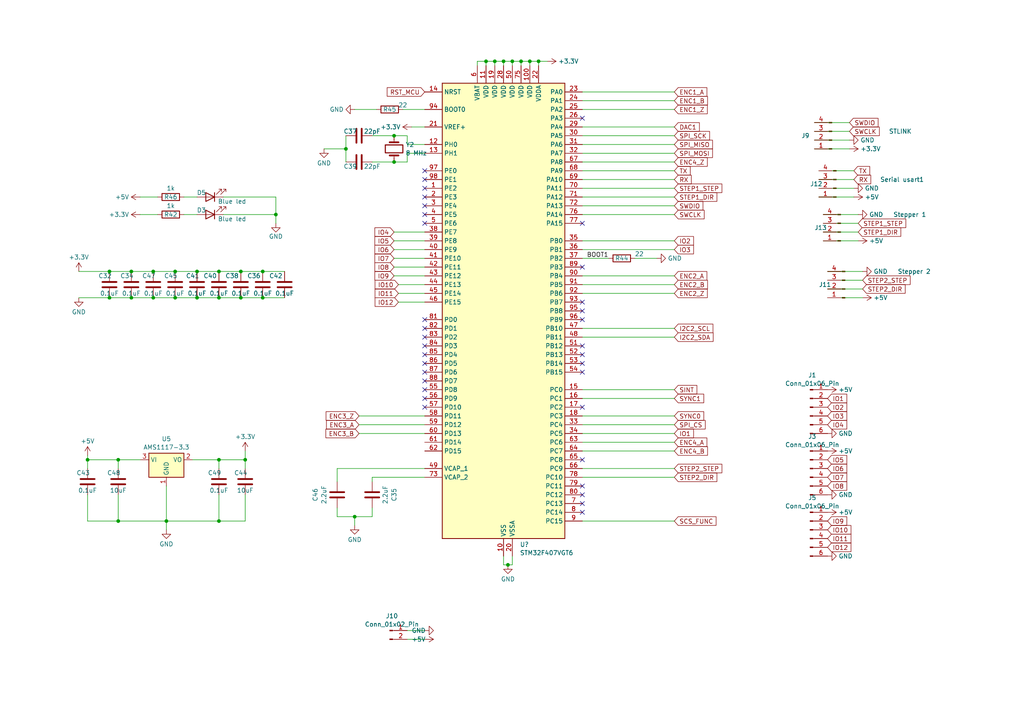
<source format=kicad_sch>
(kicad_sch (version 20230121) (generator eeschema)

  (uuid 29d1fc65-591a-4c4e-a1fd-d6076e24f303)

  (paper "A4")

  (lib_symbols
    (symbol "Connector:Conn_01x02_Pin" (pin_names (offset 1.016) hide) (in_bom yes) (on_board yes)
      (property "Reference" "J" (at 0 2.54 0)
        (effects (font (size 1.27 1.27)))
      )
      (property "Value" "Conn_01x02_Pin" (at 0 -5.08 0)
        (effects (font (size 1.27 1.27)))
      )
      (property "Footprint" "" (at 0 0 0)
        (effects (font (size 1.27 1.27)) hide)
      )
      (property "Datasheet" "~" (at 0 0 0)
        (effects (font (size 1.27 1.27)) hide)
      )
      (property "ki_locked" "" (at 0 0 0)
        (effects (font (size 1.27 1.27)))
      )
      (property "ki_keywords" "connector" (at 0 0 0)
        (effects (font (size 1.27 1.27)) hide)
      )
      (property "ki_description" "Generic connector, single row, 01x02, script generated" (at 0 0 0)
        (effects (font (size 1.27 1.27)) hide)
      )
      (property "ki_fp_filters" "Connector*:*_1x??_*" (at 0 0 0)
        (effects (font (size 1.27 1.27)) hide)
      )
      (symbol "Conn_01x02_Pin_1_1"
        (polyline
          (pts
            (xy 1.27 -2.54)
            (xy 0.8636 -2.54)
          )
          (stroke (width 0.1524) (type default))
          (fill (type none))
        )
        (polyline
          (pts
            (xy 1.27 0)
            (xy 0.8636 0)
          )
          (stroke (width 0.1524) (type default))
          (fill (type none))
        )
        (rectangle (start 0.8636 -2.413) (end 0 -2.667)
          (stroke (width 0.1524) (type default))
          (fill (type outline))
        )
        (rectangle (start 0.8636 0.127) (end 0 -0.127)
          (stroke (width 0.1524) (type default))
          (fill (type outline))
        )
        (pin passive line (at 5.08 0 180) (length 3.81)
          (name "Pin_1" (effects (font (size 1.27 1.27))))
          (number "1" (effects (font (size 1.27 1.27))))
        )
        (pin passive line (at 5.08 -2.54 180) (length 3.81)
          (name "Pin_2" (effects (font (size 1.27 1.27))))
          (number "2" (effects (font (size 1.27 1.27))))
        )
      )
    )
    (symbol "Connector:Conn_01x04_Pin" (pin_names (offset 1.016) hide) (in_bom yes) (on_board yes)
      (property "Reference" "J" (at 0 5.08 0)
        (effects (font (size 1.27 1.27)))
      )
      (property "Value" "Conn_01x04_Pin" (at 0 -7.62 0)
        (effects (font (size 1.27 1.27)))
      )
      (property "Footprint" "" (at 0 0 0)
        (effects (font (size 1.27 1.27)) hide)
      )
      (property "Datasheet" "~" (at 0 0 0)
        (effects (font (size 1.27 1.27)) hide)
      )
      (property "ki_locked" "" (at 0 0 0)
        (effects (font (size 1.27 1.27)))
      )
      (property "ki_keywords" "connector" (at 0 0 0)
        (effects (font (size 1.27 1.27)) hide)
      )
      (property "ki_description" "Generic connector, single row, 01x04, script generated" (at 0 0 0)
        (effects (font (size 1.27 1.27)) hide)
      )
      (property "ki_fp_filters" "Connector*:*_1x??_*" (at 0 0 0)
        (effects (font (size 1.27 1.27)) hide)
      )
      (symbol "Conn_01x04_Pin_1_1"
        (polyline
          (pts
            (xy 1.27 -5.08)
            (xy 0.8636 -5.08)
          )
          (stroke (width 0.1524) (type default))
          (fill (type none))
        )
        (polyline
          (pts
            (xy 1.27 -2.54)
            (xy 0.8636 -2.54)
          )
          (stroke (width 0.1524) (type default))
          (fill (type none))
        )
        (polyline
          (pts
            (xy 1.27 0)
            (xy 0.8636 0)
          )
          (stroke (width 0.1524) (type default))
          (fill (type none))
        )
        (polyline
          (pts
            (xy 1.27 2.54)
            (xy 0.8636 2.54)
          )
          (stroke (width 0.1524) (type default))
          (fill (type none))
        )
        (rectangle (start 0.8636 -4.953) (end 0 -5.207)
          (stroke (width 0.1524) (type default))
          (fill (type outline))
        )
        (rectangle (start 0.8636 -2.413) (end 0 -2.667)
          (stroke (width 0.1524) (type default))
          (fill (type outline))
        )
        (rectangle (start 0.8636 0.127) (end 0 -0.127)
          (stroke (width 0.1524) (type default))
          (fill (type outline))
        )
        (rectangle (start 0.8636 2.667) (end 0 2.413)
          (stroke (width 0.1524) (type default))
          (fill (type outline))
        )
        (pin passive line (at 5.08 2.54 180) (length 3.81)
          (name "Pin_1" (effects (font (size 1.27 1.27))))
          (number "1" (effects (font (size 1.27 1.27))))
        )
        (pin passive line (at 5.08 0 180) (length 3.81)
          (name "Pin_2" (effects (font (size 1.27 1.27))))
          (number "2" (effects (font (size 1.27 1.27))))
        )
        (pin passive line (at 5.08 -2.54 180) (length 3.81)
          (name "Pin_3" (effects (font (size 1.27 1.27))))
          (number "3" (effects (font (size 1.27 1.27))))
        )
        (pin passive line (at 5.08 -5.08 180) (length 3.81)
          (name "Pin_4" (effects (font (size 1.27 1.27))))
          (number "4" (effects (font (size 1.27 1.27))))
        )
      )
    )
    (symbol "Connector:Conn_01x06_Pin" (pin_names (offset 1.016) hide) (in_bom yes) (on_board yes)
      (property "Reference" "J" (at 0 7.62 0)
        (effects (font (size 1.27 1.27)))
      )
      (property "Value" "Conn_01x06_Pin" (at 0 -10.16 0)
        (effects (font (size 1.27 1.27)))
      )
      (property "Footprint" "" (at 0 0 0)
        (effects (font (size 1.27 1.27)) hide)
      )
      (property "Datasheet" "~" (at 0 0 0)
        (effects (font (size 1.27 1.27)) hide)
      )
      (property "ki_locked" "" (at 0 0 0)
        (effects (font (size 1.27 1.27)))
      )
      (property "ki_keywords" "connector" (at 0 0 0)
        (effects (font (size 1.27 1.27)) hide)
      )
      (property "ki_description" "Generic connector, single row, 01x06, script generated" (at 0 0 0)
        (effects (font (size 1.27 1.27)) hide)
      )
      (property "ki_fp_filters" "Connector*:*_1x??_*" (at 0 0 0)
        (effects (font (size 1.27 1.27)) hide)
      )
      (symbol "Conn_01x06_Pin_1_1"
        (polyline
          (pts
            (xy 1.27 -7.62)
            (xy 0.8636 -7.62)
          )
          (stroke (width 0.1524) (type default))
          (fill (type none))
        )
        (polyline
          (pts
            (xy 1.27 -5.08)
            (xy 0.8636 -5.08)
          )
          (stroke (width 0.1524) (type default))
          (fill (type none))
        )
        (polyline
          (pts
            (xy 1.27 -2.54)
            (xy 0.8636 -2.54)
          )
          (stroke (width 0.1524) (type default))
          (fill (type none))
        )
        (polyline
          (pts
            (xy 1.27 0)
            (xy 0.8636 0)
          )
          (stroke (width 0.1524) (type default))
          (fill (type none))
        )
        (polyline
          (pts
            (xy 1.27 2.54)
            (xy 0.8636 2.54)
          )
          (stroke (width 0.1524) (type default))
          (fill (type none))
        )
        (polyline
          (pts
            (xy 1.27 5.08)
            (xy 0.8636 5.08)
          )
          (stroke (width 0.1524) (type default))
          (fill (type none))
        )
        (rectangle (start 0.8636 -7.493) (end 0 -7.747)
          (stroke (width 0.1524) (type default))
          (fill (type outline))
        )
        (rectangle (start 0.8636 -4.953) (end 0 -5.207)
          (stroke (width 0.1524) (type default))
          (fill (type outline))
        )
        (rectangle (start 0.8636 -2.413) (end 0 -2.667)
          (stroke (width 0.1524) (type default))
          (fill (type outline))
        )
        (rectangle (start 0.8636 0.127) (end 0 -0.127)
          (stroke (width 0.1524) (type default))
          (fill (type outline))
        )
        (rectangle (start 0.8636 2.667) (end 0 2.413)
          (stroke (width 0.1524) (type default))
          (fill (type outline))
        )
        (rectangle (start 0.8636 5.207) (end 0 4.953)
          (stroke (width 0.1524) (type default))
          (fill (type outline))
        )
        (pin passive line (at 5.08 5.08 180) (length 3.81)
          (name "Pin_1" (effects (font (size 1.27 1.27))))
          (number "1" (effects (font (size 1.27 1.27))))
        )
        (pin passive line (at 5.08 2.54 180) (length 3.81)
          (name "Pin_2" (effects (font (size 1.27 1.27))))
          (number "2" (effects (font (size 1.27 1.27))))
        )
        (pin passive line (at 5.08 0 180) (length 3.81)
          (name "Pin_3" (effects (font (size 1.27 1.27))))
          (number "3" (effects (font (size 1.27 1.27))))
        )
        (pin passive line (at 5.08 -2.54 180) (length 3.81)
          (name "Pin_4" (effects (font (size 1.27 1.27))))
          (number "4" (effects (font (size 1.27 1.27))))
        )
        (pin passive line (at 5.08 -5.08 180) (length 3.81)
          (name "Pin_5" (effects (font (size 1.27 1.27))))
          (number "5" (effects (font (size 1.27 1.27))))
        )
        (pin passive line (at 5.08 -7.62 180) (length 3.81)
          (name "Pin_6" (effects (font (size 1.27 1.27))))
          (number "6" (effects (font (size 1.27 1.27))))
        )
      )
    )
    (symbol "Device:C" (pin_numbers hide) (pin_names (offset 0.254)) (in_bom yes) (on_board yes)
      (property "Reference" "C" (at 0.635 2.54 0)
        (effects (font (size 1.27 1.27)) (justify left))
      )
      (property "Value" "C" (at 0.635 -2.54 0)
        (effects (font (size 1.27 1.27)) (justify left))
      )
      (property "Footprint" "" (at 0.9652 -3.81 0)
        (effects (font (size 1.27 1.27)) hide)
      )
      (property "Datasheet" "~" (at 0 0 0)
        (effects (font (size 1.27 1.27)) hide)
      )
      (property "ki_keywords" "cap capacitor" (at 0 0 0)
        (effects (font (size 1.27 1.27)) hide)
      )
      (property "ki_description" "Unpolarized capacitor" (at 0 0 0)
        (effects (font (size 1.27 1.27)) hide)
      )
      (property "ki_fp_filters" "C_*" (at 0 0 0)
        (effects (font (size 1.27 1.27)) hide)
      )
      (symbol "C_0_1"
        (polyline
          (pts
            (xy -2.032 -0.762)
            (xy 2.032 -0.762)
          )
          (stroke (width 0.508) (type default))
          (fill (type none))
        )
        (polyline
          (pts
            (xy -2.032 0.762)
            (xy 2.032 0.762)
          )
          (stroke (width 0.508) (type default))
          (fill (type none))
        )
      )
      (symbol "C_1_1"
        (pin passive line (at 0 3.81 270) (length 2.794)
          (name "~" (effects (font (size 1.27 1.27))))
          (number "1" (effects (font (size 1.27 1.27))))
        )
        (pin passive line (at 0 -3.81 90) (length 2.794)
          (name "~" (effects (font (size 1.27 1.27))))
          (number "2" (effects (font (size 1.27 1.27))))
        )
      )
    )
    (symbol "Device:Crystal" (pin_numbers hide) (pin_names (offset 1.016) hide) (in_bom yes) (on_board yes)
      (property "Reference" "Y" (at 0 3.81 0)
        (effects (font (size 1.27 1.27)))
      )
      (property "Value" "Crystal" (at 0 -3.81 0)
        (effects (font (size 1.27 1.27)))
      )
      (property "Footprint" "" (at 0 0 0)
        (effects (font (size 1.27 1.27)) hide)
      )
      (property "Datasheet" "~" (at 0 0 0)
        (effects (font (size 1.27 1.27)) hide)
      )
      (property "ki_keywords" "quartz ceramic resonator oscillator" (at 0 0 0)
        (effects (font (size 1.27 1.27)) hide)
      )
      (property "ki_description" "Two pin crystal" (at 0 0 0)
        (effects (font (size 1.27 1.27)) hide)
      )
      (property "ki_fp_filters" "Crystal*" (at 0 0 0)
        (effects (font (size 1.27 1.27)) hide)
      )
      (symbol "Crystal_0_1"
        (rectangle (start -1.143 2.54) (end 1.143 -2.54)
          (stroke (width 0.3048) (type default))
          (fill (type none))
        )
        (polyline
          (pts
            (xy -2.54 0)
            (xy -1.905 0)
          )
          (stroke (width 0) (type default))
          (fill (type none))
        )
        (polyline
          (pts
            (xy -1.905 -1.27)
            (xy -1.905 1.27)
          )
          (stroke (width 0.508) (type default))
          (fill (type none))
        )
        (polyline
          (pts
            (xy 1.905 -1.27)
            (xy 1.905 1.27)
          )
          (stroke (width 0.508) (type default))
          (fill (type none))
        )
        (polyline
          (pts
            (xy 2.54 0)
            (xy 1.905 0)
          )
          (stroke (width 0) (type default))
          (fill (type none))
        )
      )
      (symbol "Crystal_1_1"
        (pin passive line (at -3.81 0 0) (length 1.27)
          (name "1" (effects (font (size 1.27 1.27))))
          (number "1" (effects (font (size 1.27 1.27))))
        )
        (pin passive line (at 3.81 0 180) (length 1.27)
          (name "2" (effects (font (size 1.27 1.27))))
          (number "2" (effects (font (size 1.27 1.27))))
        )
      )
    )
    (symbol "Device:LED" (pin_numbers hide) (pin_names (offset 1.016) hide) (in_bom yes) (on_board yes)
      (property "Reference" "D" (at 0 2.54 0)
        (effects (font (size 1.27 1.27)))
      )
      (property "Value" "LED" (at 0 -2.54 0)
        (effects (font (size 1.27 1.27)))
      )
      (property "Footprint" "" (at 0 0 0)
        (effects (font (size 1.27 1.27)) hide)
      )
      (property "Datasheet" "~" (at 0 0 0)
        (effects (font (size 1.27 1.27)) hide)
      )
      (property "ki_keywords" "LED diode" (at 0 0 0)
        (effects (font (size 1.27 1.27)) hide)
      )
      (property "ki_description" "Light emitting diode" (at 0 0 0)
        (effects (font (size 1.27 1.27)) hide)
      )
      (property "ki_fp_filters" "LED* LED_SMD:* LED_THT:*" (at 0 0 0)
        (effects (font (size 1.27 1.27)) hide)
      )
      (symbol "LED_0_1"
        (polyline
          (pts
            (xy -1.27 -1.27)
            (xy -1.27 1.27)
          )
          (stroke (width 0.254) (type default))
          (fill (type none))
        )
        (polyline
          (pts
            (xy -1.27 0)
            (xy 1.27 0)
          )
          (stroke (width 0) (type default))
          (fill (type none))
        )
        (polyline
          (pts
            (xy 1.27 -1.27)
            (xy 1.27 1.27)
            (xy -1.27 0)
            (xy 1.27 -1.27)
          )
          (stroke (width 0.254) (type default))
          (fill (type none))
        )
        (polyline
          (pts
            (xy -3.048 -0.762)
            (xy -4.572 -2.286)
            (xy -3.81 -2.286)
            (xy -4.572 -2.286)
            (xy -4.572 -1.524)
          )
          (stroke (width 0) (type default))
          (fill (type none))
        )
        (polyline
          (pts
            (xy -1.778 -0.762)
            (xy -3.302 -2.286)
            (xy -2.54 -2.286)
            (xy -3.302 -2.286)
            (xy -3.302 -1.524)
          )
          (stroke (width 0) (type default))
          (fill (type none))
        )
      )
      (symbol "LED_1_1"
        (pin passive line (at -3.81 0 0) (length 2.54)
          (name "K" (effects (font (size 1.27 1.27))))
          (number "1" (effects (font (size 1.27 1.27))))
        )
        (pin passive line (at 3.81 0 180) (length 2.54)
          (name "A" (effects (font (size 1.27 1.27))))
          (number "2" (effects (font (size 1.27 1.27))))
        )
      )
    )
    (symbol "Device:R" (pin_numbers hide) (pin_names (offset 0)) (in_bom yes) (on_board yes)
      (property "Reference" "R" (at 2.032 0 90)
        (effects (font (size 1.27 1.27)))
      )
      (property "Value" "R" (at 0 0 90)
        (effects (font (size 1.27 1.27)))
      )
      (property "Footprint" "" (at -1.778 0 90)
        (effects (font (size 1.27 1.27)) hide)
      )
      (property "Datasheet" "~" (at 0 0 0)
        (effects (font (size 1.27 1.27)) hide)
      )
      (property "ki_keywords" "R res resistor" (at 0 0 0)
        (effects (font (size 1.27 1.27)) hide)
      )
      (property "ki_description" "Resistor" (at 0 0 0)
        (effects (font (size 1.27 1.27)) hide)
      )
      (property "ki_fp_filters" "R_*" (at 0 0 0)
        (effects (font (size 1.27 1.27)) hide)
      )
      (symbol "R_0_1"
        (rectangle (start -1.016 -2.54) (end 1.016 2.54)
          (stroke (width 0.254) (type default))
          (fill (type none))
        )
      )
      (symbol "R_1_1"
        (pin passive line (at 0 3.81 270) (length 1.27)
          (name "~" (effects (font (size 1.27 1.27))))
          (number "1" (effects (font (size 1.27 1.27))))
        )
        (pin passive line (at 0 -3.81 90) (length 1.27)
          (name "~" (effects (font (size 1.27 1.27))))
          (number "2" (effects (font (size 1.27 1.27))))
        )
      )
    )
    (symbol "MCU_ST_STM32F4:STM32F407VGTx" (in_bom yes) (on_board yes)
      (property "Reference" "U" (at -17.78 67.31 0)
        (effects (font (size 1.27 1.27)) (justify left))
      )
      (property "Value" "STM32F407VGTx" (at 12.7 67.31 0)
        (effects (font (size 1.27 1.27)) (justify left))
      )
      (property "Footprint" "Package_QFP:LQFP-100_14x14mm_P0.5mm" (at -17.78 -66.04 0)
        (effects (font (size 1.27 1.27)) (justify right) hide)
      )
      (property "Datasheet" "https://www.st.com/resource/en/datasheet/stm32f407vg.pdf" (at 0 0 0)
        (effects (font (size 1.27 1.27)) hide)
      )
      (property "ki_locked" "" (at 0 0 0)
        (effects (font (size 1.27 1.27)))
      )
      (property "ki_keywords" "Arm Cortex-M4 STM32F4 STM32F407/417" (at 0 0 0)
        (effects (font (size 1.27 1.27)) hide)
      )
      (property "ki_description" "STMicroelectronics Arm Cortex-M4 MCU, 1024KB flash, 192KB RAM, 168 MHz, 1.8-3.6V, 82 GPIO, LQFP100" (at 0 0 0)
        (effects (font (size 1.27 1.27)) hide)
      )
      (property "ki_fp_filters" "LQFP*14x14mm*P0.5mm*" (at 0 0 0)
        (effects (font (size 1.27 1.27)) hide)
      )
      (symbol "STM32F407VGTx_0_1"
        (rectangle (start -17.78 -66.04) (end 17.78 66.04)
          (stroke (width 0.254) (type default))
          (fill (type background))
        )
      )
      (symbol "STM32F407VGTx_1_1"
        (pin bidirectional line (at -22.86 35.56 0) (length 5.08)
          (name "PE2" (effects (font (size 1.27 1.27))))
          (number "1" (effects (font (size 1.27 1.27))))
          (alternate "ETH_TXD3" bidirectional line)
          (alternate "FSMC_A23" bidirectional line)
          (alternate "SYS_TRACECLK" bidirectional line)
        )
        (pin power_in line (at 0 -71.12 90) (length 5.08)
          (name "VSS" (effects (font (size 1.27 1.27))))
          (number "10" (effects (font (size 1.27 1.27))))
        )
        (pin power_in line (at 7.62 71.12 270) (length 5.08)
          (name "VDD" (effects (font (size 1.27 1.27))))
          (number "100" (effects (font (size 1.27 1.27))))
        )
        (pin power_in line (at -5.08 71.12 270) (length 5.08)
          (name "VDD" (effects (font (size 1.27 1.27))))
          (number "11" (effects (font (size 1.27 1.27))))
        )
        (pin bidirectional line (at -22.86 48.26 0) (length 5.08)
          (name "PH0" (effects (font (size 1.27 1.27))))
          (number "12" (effects (font (size 1.27 1.27))))
          (alternate "RCC_OSC_IN" bidirectional line)
        )
        (pin bidirectional line (at -22.86 45.72 0) (length 5.08)
          (name "PH1" (effects (font (size 1.27 1.27))))
          (number "13" (effects (font (size 1.27 1.27))))
          (alternate "RCC_OSC_OUT" bidirectional line)
        )
        (pin input line (at -22.86 63.5 0) (length 5.08)
          (name "NRST" (effects (font (size 1.27 1.27))))
          (number "14" (effects (font (size 1.27 1.27))))
        )
        (pin bidirectional line (at 22.86 -22.86 180) (length 5.08)
          (name "PC0" (effects (font (size 1.27 1.27))))
          (number "15" (effects (font (size 1.27 1.27))))
          (alternate "ADC1_IN10" bidirectional line)
          (alternate "ADC2_IN10" bidirectional line)
          (alternate "ADC3_IN10" bidirectional line)
          (alternate "USB_OTG_HS_ULPI_STP" bidirectional line)
        )
        (pin bidirectional line (at 22.86 -25.4 180) (length 5.08)
          (name "PC1" (effects (font (size 1.27 1.27))))
          (number "16" (effects (font (size 1.27 1.27))))
          (alternate "ADC1_IN11" bidirectional line)
          (alternate "ADC2_IN11" bidirectional line)
          (alternate "ADC3_IN11" bidirectional line)
          (alternate "ETH_MDC" bidirectional line)
        )
        (pin bidirectional line (at 22.86 -27.94 180) (length 5.08)
          (name "PC2" (effects (font (size 1.27 1.27))))
          (number "17" (effects (font (size 1.27 1.27))))
          (alternate "ADC1_IN12" bidirectional line)
          (alternate "ADC2_IN12" bidirectional line)
          (alternate "ADC3_IN12" bidirectional line)
          (alternate "ETH_TXD2" bidirectional line)
          (alternate "I2S2_ext_SD" bidirectional line)
          (alternate "SPI2_MISO" bidirectional line)
          (alternate "USB_OTG_HS_ULPI_DIR" bidirectional line)
        )
        (pin bidirectional line (at 22.86 -30.48 180) (length 5.08)
          (name "PC3" (effects (font (size 1.27 1.27))))
          (number "18" (effects (font (size 1.27 1.27))))
          (alternate "ADC1_IN13" bidirectional line)
          (alternate "ADC2_IN13" bidirectional line)
          (alternate "ADC3_IN13" bidirectional line)
          (alternate "ETH_TX_CLK" bidirectional line)
          (alternate "I2S2_SD" bidirectional line)
          (alternate "SPI2_MOSI" bidirectional line)
          (alternate "USB_OTG_HS_ULPI_NXT" bidirectional line)
        )
        (pin power_in line (at -2.54 71.12 270) (length 5.08)
          (name "VDD" (effects (font (size 1.27 1.27))))
          (number "19" (effects (font (size 1.27 1.27))))
        )
        (pin bidirectional line (at -22.86 33.02 0) (length 5.08)
          (name "PE3" (effects (font (size 1.27 1.27))))
          (number "2" (effects (font (size 1.27 1.27))))
          (alternate "FSMC_A19" bidirectional line)
          (alternate "SYS_TRACED0" bidirectional line)
        )
        (pin power_in line (at 2.54 -71.12 90) (length 5.08)
          (name "VSSA" (effects (font (size 1.27 1.27))))
          (number "20" (effects (font (size 1.27 1.27))))
        )
        (pin input line (at -22.86 53.34 0) (length 5.08)
          (name "VREF+" (effects (font (size 1.27 1.27))))
          (number "21" (effects (font (size 1.27 1.27))))
        )
        (pin power_in line (at 10.16 71.12 270) (length 5.08)
          (name "VDDA" (effects (font (size 1.27 1.27))))
          (number "22" (effects (font (size 1.27 1.27))))
        )
        (pin bidirectional line (at 22.86 63.5 180) (length 5.08)
          (name "PA0" (effects (font (size 1.27 1.27))))
          (number "23" (effects (font (size 1.27 1.27))))
          (alternate "ADC1_IN0" bidirectional line)
          (alternate "ADC2_IN0" bidirectional line)
          (alternate "ADC3_IN0" bidirectional line)
          (alternate "ETH_CRS" bidirectional line)
          (alternate "SYS_WKUP" bidirectional line)
          (alternate "TIM2_CH1" bidirectional line)
          (alternate "TIM2_ETR" bidirectional line)
          (alternate "TIM5_CH1" bidirectional line)
          (alternate "TIM8_ETR" bidirectional line)
          (alternate "UART4_TX" bidirectional line)
          (alternate "USART2_CTS" bidirectional line)
        )
        (pin bidirectional line (at 22.86 60.96 180) (length 5.08)
          (name "PA1" (effects (font (size 1.27 1.27))))
          (number "24" (effects (font (size 1.27 1.27))))
          (alternate "ADC1_IN1" bidirectional line)
          (alternate "ADC2_IN1" bidirectional line)
          (alternate "ADC3_IN1" bidirectional line)
          (alternate "ETH_REF_CLK" bidirectional line)
          (alternate "ETH_RX_CLK" bidirectional line)
          (alternate "TIM2_CH2" bidirectional line)
          (alternate "TIM5_CH2" bidirectional line)
          (alternate "UART4_RX" bidirectional line)
          (alternate "USART2_RTS" bidirectional line)
        )
        (pin bidirectional line (at 22.86 58.42 180) (length 5.08)
          (name "PA2" (effects (font (size 1.27 1.27))))
          (number "25" (effects (font (size 1.27 1.27))))
          (alternate "ADC1_IN2" bidirectional line)
          (alternate "ADC2_IN2" bidirectional line)
          (alternate "ADC3_IN2" bidirectional line)
          (alternate "ETH_MDIO" bidirectional line)
          (alternate "TIM2_CH3" bidirectional line)
          (alternate "TIM5_CH3" bidirectional line)
          (alternate "TIM9_CH1" bidirectional line)
          (alternate "USART2_TX" bidirectional line)
        )
        (pin bidirectional line (at 22.86 55.88 180) (length 5.08)
          (name "PA3" (effects (font (size 1.27 1.27))))
          (number "26" (effects (font (size 1.27 1.27))))
          (alternate "ADC1_IN3" bidirectional line)
          (alternate "ADC2_IN3" bidirectional line)
          (alternate "ADC3_IN3" bidirectional line)
          (alternate "ETH_COL" bidirectional line)
          (alternate "TIM2_CH4" bidirectional line)
          (alternate "TIM5_CH4" bidirectional line)
          (alternate "TIM9_CH2" bidirectional line)
          (alternate "USART2_RX" bidirectional line)
          (alternate "USB_OTG_HS_ULPI_D0" bidirectional line)
        )
        (pin passive line (at 0 -71.12 90) (length 5.08) hide
          (name "VSS" (effects (font (size 1.27 1.27))))
          (number "27" (effects (font (size 1.27 1.27))))
        )
        (pin power_in line (at 0 71.12 270) (length 5.08)
          (name "VDD" (effects (font (size 1.27 1.27))))
          (number "28" (effects (font (size 1.27 1.27))))
        )
        (pin bidirectional line (at 22.86 53.34 180) (length 5.08)
          (name "PA4" (effects (font (size 1.27 1.27))))
          (number "29" (effects (font (size 1.27 1.27))))
          (alternate "ADC1_IN4" bidirectional line)
          (alternate "ADC2_IN4" bidirectional line)
          (alternate "DAC_OUT1" bidirectional line)
          (alternate "DCMI_HSYNC" bidirectional line)
          (alternate "I2S3_WS" bidirectional line)
          (alternate "SPI1_NSS" bidirectional line)
          (alternate "SPI3_NSS" bidirectional line)
          (alternate "USART2_CK" bidirectional line)
          (alternate "USB_OTG_HS_SOF" bidirectional line)
        )
        (pin bidirectional line (at -22.86 30.48 0) (length 5.08)
          (name "PE4" (effects (font (size 1.27 1.27))))
          (number "3" (effects (font (size 1.27 1.27))))
          (alternate "DCMI_D4" bidirectional line)
          (alternate "FSMC_A20" bidirectional line)
          (alternate "SYS_TRACED1" bidirectional line)
        )
        (pin bidirectional line (at 22.86 50.8 180) (length 5.08)
          (name "PA5" (effects (font (size 1.27 1.27))))
          (number "30" (effects (font (size 1.27 1.27))))
          (alternate "ADC1_IN5" bidirectional line)
          (alternate "ADC2_IN5" bidirectional line)
          (alternate "DAC_OUT2" bidirectional line)
          (alternate "SPI1_SCK" bidirectional line)
          (alternate "TIM2_CH1" bidirectional line)
          (alternate "TIM2_ETR" bidirectional line)
          (alternate "TIM8_CH1N" bidirectional line)
          (alternate "USB_OTG_HS_ULPI_CK" bidirectional line)
        )
        (pin bidirectional line (at 22.86 48.26 180) (length 5.08)
          (name "PA6" (effects (font (size 1.27 1.27))))
          (number "31" (effects (font (size 1.27 1.27))))
          (alternate "ADC1_IN6" bidirectional line)
          (alternate "ADC2_IN6" bidirectional line)
          (alternate "DCMI_PIXCLK" bidirectional line)
          (alternate "SPI1_MISO" bidirectional line)
          (alternate "TIM13_CH1" bidirectional line)
          (alternate "TIM1_BKIN" bidirectional line)
          (alternate "TIM3_CH1" bidirectional line)
          (alternate "TIM8_BKIN" bidirectional line)
        )
        (pin bidirectional line (at 22.86 45.72 180) (length 5.08)
          (name "PA7" (effects (font (size 1.27 1.27))))
          (number "32" (effects (font (size 1.27 1.27))))
          (alternate "ADC1_IN7" bidirectional line)
          (alternate "ADC2_IN7" bidirectional line)
          (alternate "ETH_CRS_DV" bidirectional line)
          (alternate "ETH_RX_DV" bidirectional line)
          (alternate "SPI1_MOSI" bidirectional line)
          (alternate "TIM14_CH1" bidirectional line)
          (alternate "TIM1_CH1N" bidirectional line)
          (alternate "TIM3_CH2" bidirectional line)
          (alternate "TIM8_CH1N" bidirectional line)
        )
        (pin bidirectional line (at 22.86 -33.02 180) (length 5.08)
          (name "PC4" (effects (font (size 1.27 1.27))))
          (number "33" (effects (font (size 1.27 1.27))))
          (alternate "ADC1_IN14" bidirectional line)
          (alternate "ADC2_IN14" bidirectional line)
          (alternate "ETH_RXD0" bidirectional line)
        )
        (pin bidirectional line (at 22.86 -35.56 180) (length 5.08)
          (name "PC5" (effects (font (size 1.27 1.27))))
          (number "34" (effects (font (size 1.27 1.27))))
          (alternate "ADC1_IN15" bidirectional line)
          (alternate "ADC2_IN15" bidirectional line)
          (alternate "ETH_RXD1" bidirectional line)
        )
        (pin bidirectional line (at 22.86 20.32 180) (length 5.08)
          (name "PB0" (effects (font (size 1.27 1.27))))
          (number "35" (effects (font (size 1.27 1.27))))
          (alternate "ADC1_IN8" bidirectional line)
          (alternate "ADC2_IN8" bidirectional line)
          (alternate "ETH_RXD2" bidirectional line)
          (alternate "TIM1_CH2N" bidirectional line)
          (alternate "TIM3_CH3" bidirectional line)
          (alternate "TIM8_CH2N" bidirectional line)
          (alternate "USB_OTG_HS_ULPI_D1" bidirectional line)
        )
        (pin bidirectional line (at 22.86 17.78 180) (length 5.08)
          (name "PB1" (effects (font (size 1.27 1.27))))
          (number "36" (effects (font (size 1.27 1.27))))
          (alternate "ADC1_IN9" bidirectional line)
          (alternate "ADC2_IN9" bidirectional line)
          (alternate "ETH_RXD3" bidirectional line)
          (alternate "TIM1_CH3N" bidirectional line)
          (alternate "TIM3_CH4" bidirectional line)
          (alternate "TIM8_CH3N" bidirectional line)
          (alternate "USB_OTG_HS_ULPI_D2" bidirectional line)
        )
        (pin bidirectional line (at 22.86 15.24 180) (length 5.08)
          (name "PB2" (effects (font (size 1.27 1.27))))
          (number "37" (effects (font (size 1.27 1.27))))
        )
        (pin bidirectional line (at -22.86 22.86 0) (length 5.08)
          (name "PE7" (effects (font (size 1.27 1.27))))
          (number "38" (effects (font (size 1.27 1.27))))
          (alternate "FSMC_D4" bidirectional line)
          (alternate "FSMC_DA4" bidirectional line)
          (alternate "TIM1_ETR" bidirectional line)
        )
        (pin bidirectional line (at -22.86 20.32 0) (length 5.08)
          (name "PE8" (effects (font (size 1.27 1.27))))
          (number "39" (effects (font (size 1.27 1.27))))
          (alternate "FSMC_D5" bidirectional line)
          (alternate "FSMC_DA5" bidirectional line)
          (alternate "TIM1_CH1N" bidirectional line)
        )
        (pin bidirectional line (at -22.86 27.94 0) (length 5.08)
          (name "PE5" (effects (font (size 1.27 1.27))))
          (number "4" (effects (font (size 1.27 1.27))))
          (alternate "DCMI_D6" bidirectional line)
          (alternate "FSMC_A21" bidirectional line)
          (alternate "SYS_TRACED2" bidirectional line)
          (alternate "TIM9_CH1" bidirectional line)
        )
        (pin bidirectional line (at -22.86 17.78 0) (length 5.08)
          (name "PE9" (effects (font (size 1.27 1.27))))
          (number "40" (effects (font (size 1.27 1.27))))
          (alternate "DAC_EXTI9" bidirectional line)
          (alternate "FSMC_D6" bidirectional line)
          (alternate "FSMC_DA6" bidirectional line)
          (alternate "TIM1_CH1" bidirectional line)
        )
        (pin bidirectional line (at -22.86 15.24 0) (length 5.08)
          (name "PE10" (effects (font (size 1.27 1.27))))
          (number "41" (effects (font (size 1.27 1.27))))
          (alternate "FSMC_D7" bidirectional line)
          (alternate "FSMC_DA7" bidirectional line)
          (alternate "TIM1_CH2N" bidirectional line)
        )
        (pin bidirectional line (at -22.86 12.7 0) (length 5.08)
          (name "PE11" (effects (font (size 1.27 1.27))))
          (number "42" (effects (font (size 1.27 1.27))))
          (alternate "ADC1_EXTI11" bidirectional line)
          (alternate "ADC2_EXTI11" bidirectional line)
          (alternate "ADC3_EXTI11" bidirectional line)
          (alternate "FSMC_D8" bidirectional line)
          (alternate "FSMC_DA8" bidirectional line)
          (alternate "TIM1_CH2" bidirectional line)
        )
        (pin bidirectional line (at -22.86 10.16 0) (length 5.08)
          (name "PE12" (effects (font (size 1.27 1.27))))
          (number "43" (effects (font (size 1.27 1.27))))
          (alternate "FSMC_D9" bidirectional line)
          (alternate "FSMC_DA9" bidirectional line)
          (alternate "TIM1_CH3N" bidirectional line)
        )
        (pin bidirectional line (at -22.86 7.62 0) (length 5.08)
          (name "PE13" (effects (font (size 1.27 1.27))))
          (number "44" (effects (font (size 1.27 1.27))))
          (alternate "FSMC_D10" bidirectional line)
          (alternate "FSMC_DA10" bidirectional line)
          (alternate "TIM1_CH3" bidirectional line)
        )
        (pin bidirectional line (at -22.86 5.08 0) (length 5.08)
          (name "PE14" (effects (font (size 1.27 1.27))))
          (number "45" (effects (font (size 1.27 1.27))))
          (alternate "FSMC_D11" bidirectional line)
          (alternate "FSMC_DA11" bidirectional line)
          (alternate "TIM1_CH4" bidirectional line)
        )
        (pin bidirectional line (at -22.86 2.54 0) (length 5.08)
          (name "PE15" (effects (font (size 1.27 1.27))))
          (number "46" (effects (font (size 1.27 1.27))))
          (alternate "ADC1_EXTI15" bidirectional line)
          (alternate "ADC2_EXTI15" bidirectional line)
          (alternate "ADC3_EXTI15" bidirectional line)
          (alternate "FSMC_D12" bidirectional line)
          (alternate "FSMC_DA12" bidirectional line)
          (alternate "TIM1_BKIN" bidirectional line)
        )
        (pin bidirectional line (at 22.86 -5.08 180) (length 5.08)
          (name "PB10" (effects (font (size 1.27 1.27))))
          (number "47" (effects (font (size 1.27 1.27))))
          (alternate "ETH_RX_ER" bidirectional line)
          (alternate "I2C2_SCL" bidirectional line)
          (alternate "I2S2_CK" bidirectional line)
          (alternate "SPI2_SCK" bidirectional line)
          (alternate "TIM2_CH3" bidirectional line)
          (alternate "USART3_TX" bidirectional line)
          (alternate "USB_OTG_HS_ULPI_D3" bidirectional line)
        )
        (pin bidirectional line (at 22.86 -7.62 180) (length 5.08)
          (name "PB11" (effects (font (size 1.27 1.27))))
          (number "48" (effects (font (size 1.27 1.27))))
          (alternate "ADC1_EXTI11" bidirectional line)
          (alternate "ADC2_EXTI11" bidirectional line)
          (alternate "ADC3_EXTI11" bidirectional line)
          (alternate "ETH_TX_EN" bidirectional line)
          (alternate "I2C2_SDA" bidirectional line)
          (alternate "TIM2_CH4" bidirectional line)
          (alternate "USART3_RX" bidirectional line)
          (alternate "USB_OTG_HS_ULPI_D4" bidirectional line)
        )
        (pin power_out line (at -22.86 -45.72 0) (length 5.08)
          (name "VCAP_1" (effects (font (size 1.27 1.27))))
          (number "49" (effects (font (size 1.27 1.27))))
        )
        (pin bidirectional line (at -22.86 25.4 0) (length 5.08)
          (name "PE6" (effects (font (size 1.27 1.27))))
          (number "5" (effects (font (size 1.27 1.27))))
          (alternate "DCMI_D7" bidirectional line)
          (alternate "FSMC_A22" bidirectional line)
          (alternate "SYS_TRACED3" bidirectional line)
          (alternate "TIM9_CH2" bidirectional line)
        )
        (pin power_in line (at 2.54 71.12 270) (length 5.08)
          (name "VDD" (effects (font (size 1.27 1.27))))
          (number "50" (effects (font (size 1.27 1.27))))
        )
        (pin bidirectional line (at 22.86 -10.16 180) (length 5.08)
          (name "PB12" (effects (font (size 1.27 1.27))))
          (number "51" (effects (font (size 1.27 1.27))))
          (alternate "CAN2_RX" bidirectional line)
          (alternate "ETH_TXD0" bidirectional line)
          (alternate "I2C2_SMBA" bidirectional line)
          (alternate "I2S2_WS" bidirectional line)
          (alternate "SPI2_NSS" bidirectional line)
          (alternate "TIM1_BKIN" bidirectional line)
          (alternate "USART3_CK" bidirectional line)
          (alternate "USB_OTG_HS_ID" bidirectional line)
          (alternate "USB_OTG_HS_ULPI_D5" bidirectional line)
        )
        (pin bidirectional line (at 22.86 -12.7 180) (length 5.08)
          (name "PB13" (effects (font (size 1.27 1.27))))
          (number "52" (effects (font (size 1.27 1.27))))
          (alternate "CAN2_TX" bidirectional line)
          (alternate "ETH_TXD1" bidirectional line)
          (alternate "I2S2_CK" bidirectional line)
          (alternate "SPI2_SCK" bidirectional line)
          (alternate "TIM1_CH1N" bidirectional line)
          (alternate "USART3_CTS" bidirectional line)
          (alternate "USB_OTG_HS_ULPI_D6" bidirectional line)
          (alternate "USB_OTG_HS_VBUS" bidirectional line)
        )
        (pin bidirectional line (at 22.86 -15.24 180) (length 5.08)
          (name "PB14" (effects (font (size 1.27 1.27))))
          (number "53" (effects (font (size 1.27 1.27))))
          (alternate "I2S2_ext_SD" bidirectional line)
          (alternate "SPI2_MISO" bidirectional line)
          (alternate "TIM12_CH1" bidirectional line)
          (alternate "TIM1_CH2N" bidirectional line)
          (alternate "TIM8_CH2N" bidirectional line)
          (alternate "USART3_RTS" bidirectional line)
          (alternate "USB_OTG_HS_DM" bidirectional line)
        )
        (pin bidirectional line (at 22.86 -17.78 180) (length 5.08)
          (name "PB15" (effects (font (size 1.27 1.27))))
          (number "54" (effects (font (size 1.27 1.27))))
          (alternate "ADC1_EXTI15" bidirectional line)
          (alternate "ADC2_EXTI15" bidirectional line)
          (alternate "ADC3_EXTI15" bidirectional line)
          (alternate "I2S2_SD" bidirectional line)
          (alternate "RTC_REFIN" bidirectional line)
          (alternate "SPI2_MOSI" bidirectional line)
          (alternate "TIM12_CH2" bidirectional line)
          (alternate "TIM1_CH3N" bidirectional line)
          (alternate "TIM8_CH3N" bidirectional line)
          (alternate "USB_OTG_HS_DP" bidirectional line)
        )
        (pin bidirectional line (at -22.86 -22.86 0) (length 5.08)
          (name "PD8" (effects (font (size 1.27 1.27))))
          (number "55" (effects (font (size 1.27 1.27))))
          (alternate "FSMC_D13" bidirectional line)
          (alternate "FSMC_DA13" bidirectional line)
          (alternate "USART3_TX" bidirectional line)
        )
        (pin bidirectional line (at -22.86 -25.4 0) (length 5.08)
          (name "PD9" (effects (font (size 1.27 1.27))))
          (number "56" (effects (font (size 1.27 1.27))))
          (alternate "DAC_EXTI9" bidirectional line)
          (alternate "FSMC_D14" bidirectional line)
          (alternate "FSMC_DA14" bidirectional line)
          (alternate "USART3_RX" bidirectional line)
        )
        (pin bidirectional line (at -22.86 -27.94 0) (length 5.08)
          (name "PD10" (effects (font (size 1.27 1.27))))
          (number "57" (effects (font (size 1.27 1.27))))
          (alternate "FSMC_D15" bidirectional line)
          (alternate "FSMC_DA15" bidirectional line)
          (alternate "USART3_CK" bidirectional line)
        )
        (pin bidirectional line (at -22.86 -30.48 0) (length 5.08)
          (name "PD11" (effects (font (size 1.27 1.27))))
          (number "58" (effects (font (size 1.27 1.27))))
          (alternate "ADC1_EXTI11" bidirectional line)
          (alternate "ADC2_EXTI11" bidirectional line)
          (alternate "ADC3_EXTI11" bidirectional line)
          (alternate "FSMC_A16" bidirectional line)
          (alternate "FSMC_CLE" bidirectional line)
          (alternate "USART3_CTS" bidirectional line)
        )
        (pin bidirectional line (at -22.86 -33.02 0) (length 5.08)
          (name "PD12" (effects (font (size 1.27 1.27))))
          (number "59" (effects (font (size 1.27 1.27))))
          (alternate "FSMC_A17" bidirectional line)
          (alternate "FSMC_ALE" bidirectional line)
          (alternate "TIM4_CH1" bidirectional line)
          (alternate "USART3_RTS" bidirectional line)
        )
        (pin power_in line (at -7.62 71.12 270) (length 5.08)
          (name "VBAT" (effects (font (size 1.27 1.27))))
          (number "6" (effects (font (size 1.27 1.27))))
        )
        (pin bidirectional line (at -22.86 -35.56 0) (length 5.08)
          (name "PD13" (effects (font (size 1.27 1.27))))
          (number "60" (effects (font (size 1.27 1.27))))
          (alternate "FSMC_A18" bidirectional line)
          (alternate "TIM4_CH2" bidirectional line)
        )
        (pin bidirectional line (at -22.86 -38.1 0) (length 5.08)
          (name "PD14" (effects (font (size 1.27 1.27))))
          (number "61" (effects (font (size 1.27 1.27))))
          (alternate "FSMC_D0" bidirectional line)
          (alternate "FSMC_DA0" bidirectional line)
          (alternate "TIM4_CH3" bidirectional line)
        )
        (pin bidirectional line (at -22.86 -40.64 0) (length 5.08)
          (name "PD15" (effects (font (size 1.27 1.27))))
          (number "62" (effects (font (size 1.27 1.27))))
          (alternate "ADC1_EXTI15" bidirectional line)
          (alternate "ADC2_EXTI15" bidirectional line)
          (alternate "ADC3_EXTI15" bidirectional line)
          (alternate "FSMC_D1" bidirectional line)
          (alternate "FSMC_DA1" bidirectional line)
          (alternate "TIM4_CH4" bidirectional line)
        )
        (pin bidirectional line (at 22.86 -38.1 180) (length 5.08)
          (name "PC6" (effects (font (size 1.27 1.27))))
          (number "63" (effects (font (size 1.27 1.27))))
          (alternate "DCMI_D0" bidirectional line)
          (alternate "I2S2_MCK" bidirectional line)
          (alternate "SDIO_D6" bidirectional line)
          (alternate "TIM3_CH1" bidirectional line)
          (alternate "TIM8_CH1" bidirectional line)
          (alternate "USART6_TX" bidirectional line)
        )
        (pin bidirectional line (at 22.86 -40.64 180) (length 5.08)
          (name "PC7" (effects (font (size 1.27 1.27))))
          (number "64" (effects (font (size 1.27 1.27))))
          (alternate "DCMI_D1" bidirectional line)
          (alternate "I2S3_MCK" bidirectional line)
          (alternate "SDIO_D7" bidirectional line)
          (alternate "TIM3_CH2" bidirectional line)
          (alternate "TIM8_CH2" bidirectional line)
          (alternate "USART6_RX" bidirectional line)
        )
        (pin bidirectional line (at 22.86 -43.18 180) (length 5.08)
          (name "PC8" (effects (font (size 1.27 1.27))))
          (number "65" (effects (font (size 1.27 1.27))))
          (alternate "DCMI_D2" bidirectional line)
          (alternate "SDIO_D0" bidirectional line)
          (alternate "TIM3_CH3" bidirectional line)
          (alternate "TIM8_CH3" bidirectional line)
          (alternate "USART6_CK" bidirectional line)
        )
        (pin bidirectional line (at 22.86 -45.72 180) (length 5.08)
          (name "PC9" (effects (font (size 1.27 1.27))))
          (number "66" (effects (font (size 1.27 1.27))))
          (alternate "DAC_EXTI9" bidirectional line)
          (alternate "DCMI_D3" bidirectional line)
          (alternate "I2C3_SDA" bidirectional line)
          (alternate "I2S_CKIN" bidirectional line)
          (alternate "RCC_MCO_2" bidirectional line)
          (alternate "SDIO_D1" bidirectional line)
          (alternate "TIM3_CH4" bidirectional line)
          (alternate "TIM8_CH4" bidirectional line)
        )
        (pin bidirectional line (at 22.86 43.18 180) (length 5.08)
          (name "PA8" (effects (font (size 1.27 1.27))))
          (number "67" (effects (font (size 1.27 1.27))))
          (alternate "I2C3_SCL" bidirectional line)
          (alternate "RCC_MCO_1" bidirectional line)
          (alternate "TIM1_CH1" bidirectional line)
          (alternate "USART1_CK" bidirectional line)
          (alternate "USB_OTG_FS_SOF" bidirectional line)
        )
        (pin bidirectional line (at 22.86 40.64 180) (length 5.08)
          (name "PA9" (effects (font (size 1.27 1.27))))
          (number "68" (effects (font (size 1.27 1.27))))
          (alternate "DAC_EXTI9" bidirectional line)
          (alternate "DCMI_D0" bidirectional line)
          (alternate "I2C3_SMBA" bidirectional line)
          (alternate "TIM1_CH2" bidirectional line)
          (alternate "USART1_TX" bidirectional line)
          (alternate "USB_OTG_FS_VBUS" bidirectional line)
        )
        (pin bidirectional line (at 22.86 38.1 180) (length 5.08)
          (name "PA10" (effects (font (size 1.27 1.27))))
          (number "69" (effects (font (size 1.27 1.27))))
          (alternate "DCMI_D1" bidirectional line)
          (alternate "TIM1_CH3" bidirectional line)
          (alternate "USART1_RX" bidirectional line)
          (alternate "USB_OTG_FS_ID" bidirectional line)
        )
        (pin bidirectional line (at 22.86 -55.88 180) (length 5.08)
          (name "PC13" (effects (font (size 1.27 1.27))))
          (number "7" (effects (font (size 1.27 1.27))))
          (alternate "RTC_AF1" bidirectional line)
        )
        (pin bidirectional line (at 22.86 35.56 180) (length 5.08)
          (name "PA11" (effects (font (size 1.27 1.27))))
          (number "70" (effects (font (size 1.27 1.27))))
          (alternate "ADC1_EXTI11" bidirectional line)
          (alternate "ADC2_EXTI11" bidirectional line)
          (alternate "ADC3_EXTI11" bidirectional line)
          (alternate "CAN1_RX" bidirectional line)
          (alternate "TIM1_CH4" bidirectional line)
          (alternate "USART1_CTS" bidirectional line)
          (alternate "USB_OTG_FS_DM" bidirectional line)
        )
        (pin bidirectional line (at 22.86 33.02 180) (length 5.08)
          (name "PA12" (effects (font (size 1.27 1.27))))
          (number "71" (effects (font (size 1.27 1.27))))
          (alternate "CAN1_TX" bidirectional line)
          (alternate "TIM1_ETR" bidirectional line)
          (alternate "USART1_RTS" bidirectional line)
          (alternate "USB_OTG_FS_DP" bidirectional line)
        )
        (pin bidirectional line (at 22.86 30.48 180) (length 5.08)
          (name "PA13" (effects (font (size 1.27 1.27))))
          (number "72" (effects (font (size 1.27 1.27))))
          (alternate "SYS_JTMS-SWDIO" bidirectional line)
        )
        (pin power_out line (at -22.86 -48.26 0) (length 5.08)
          (name "VCAP_2" (effects (font (size 1.27 1.27))))
          (number "73" (effects (font (size 1.27 1.27))))
        )
        (pin passive line (at 0 -71.12 90) (length 5.08) hide
          (name "VSS" (effects (font (size 1.27 1.27))))
          (number "74" (effects (font (size 1.27 1.27))))
        )
        (pin power_in line (at 5.08 71.12 270) (length 5.08)
          (name "VDD" (effects (font (size 1.27 1.27))))
          (number "75" (effects (font (size 1.27 1.27))))
        )
        (pin bidirectional line (at 22.86 27.94 180) (length 5.08)
          (name "PA14" (effects (font (size 1.27 1.27))))
          (number "76" (effects (font (size 1.27 1.27))))
          (alternate "SYS_JTCK-SWCLK" bidirectional line)
        )
        (pin bidirectional line (at 22.86 25.4 180) (length 5.08)
          (name "PA15" (effects (font (size 1.27 1.27))))
          (number "77" (effects (font (size 1.27 1.27))))
          (alternate "ADC1_EXTI15" bidirectional line)
          (alternate "ADC2_EXTI15" bidirectional line)
          (alternate "ADC3_EXTI15" bidirectional line)
          (alternate "I2S3_WS" bidirectional line)
          (alternate "SPI1_NSS" bidirectional line)
          (alternate "SPI3_NSS" bidirectional line)
          (alternate "SYS_JTDI" bidirectional line)
          (alternate "TIM2_CH1" bidirectional line)
          (alternate "TIM2_ETR" bidirectional line)
        )
        (pin bidirectional line (at 22.86 -48.26 180) (length 5.08)
          (name "PC10" (effects (font (size 1.27 1.27))))
          (number "78" (effects (font (size 1.27 1.27))))
          (alternate "DCMI_D8" bidirectional line)
          (alternate "I2S3_CK" bidirectional line)
          (alternate "SDIO_D2" bidirectional line)
          (alternate "SPI3_SCK" bidirectional line)
          (alternate "UART4_TX" bidirectional line)
          (alternate "USART3_TX" bidirectional line)
        )
        (pin bidirectional line (at 22.86 -50.8 180) (length 5.08)
          (name "PC11" (effects (font (size 1.27 1.27))))
          (number "79" (effects (font (size 1.27 1.27))))
          (alternate "ADC1_EXTI11" bidirectional line)
          (alternate "ADC2_EXTI11" bidirectional line)
          (alternate "ADC3_EXTI11" bidirectional line)
          (alternate "DCMI_D4" bidirectional line)
          (alternate "I2S3_ext_SD" bidirectional line)
          (alternate "SDIO_D3" bidirectional line)
          (alternate "SPI3_MISO" bidirectional line)
          (alternate "UART4_RX" bidirectional line)
          (alternate "USART3_RX" bidirectional line)
        )
        (pin bidirectional line (at 22.86 -58.42 180) (length 5.08)
          (name "PC14" (effects (font (size 1.27 1.27))))
          (number "8" (effects (font (size 1.27 1.27))))
          (alternate "RCC_OSC32_IN" bidirectional line)
        )
        (pin bidirectional line (at 22.86 -53.34 180) (length 5.08)
          (name "PC12" (effects (font (size 1.27 1.27))))
          (number "80" (effects (font (size 1.27 1.27))))
          (alternate "DCMI_D9" bidirectional line)
          (alternate "I2S3_SD" bidirectional line)
          (alternate "SDIO_CK" bidirectional line)
          (alternate "SPI3_MOSI" bidirectional line)
          (alternate "UART5_TX" bidirectional line)
          (alternate "USART3_CK" bidirectional line)
        )
        (pin bidirectional line (at -22.86 -2.54 0) (length 5.08)
          (name "PD0" (effects (font (size 1.27 1.27))))
          (number "81" (effects (font (size 1.27 1.27))))
          (alternate "CAN1_RX" bidirectional line)
          (alternate "FSMC_D2" bidirectional line)
          (alternate "FSMC_DA2" bidirectional line)
        )
        (pin bidirectional line (at -22.86 -5.08 0) (length 5.08)
          (name "PD1" (effects (font (size 1.27 1.27))))
          (number "82" (effects (font (size 1.27 1.27))))
          (alternate "CAN1_TX" bidirectional line)
          (alternate "FSMC_D3" bidirectional line)
          (alternate "FSMC_DA3" bidirectional line)
        )
        (pin bidirectional line (at -22.86 -7.62 0) (length 5.08)
          (name "PD2" (effects (font (size 1.27 1.27))))
          (number "83" (effects (font (size 1.27 1.27))))
          (alternate "DCMI_D11" bidirectional line)
          (alternate "SDIO_CMD" bidirectional line)
          (alternate "TIM3_ETR" bidirectional line)
          (alternate "UART5_RX" bidirectional line)
        )
        (pin bidirectional line (at -22.86 -10.16 0) (length 5.08)
          (name "PD3" (effects (font (size 1.27 1.27))))
          (number "84" (effects (font (size 1.27 1.27))))
          (alternate "FSMC_CLK" bidirectional line)
          (alternate "USART2_CTS" bidirectional line)
        )
        (pin bidirectional line (at -22.86 -12.7 0) (length 5.08)
          (name "PD4" (effects (font (size 1.27 1.27))))
          (number "85" (effects (font (size 1.27 1.27))))
          (alternate "FSMC_NOE" bidirectional line)
          (alternate "USART2_RTS" bidirectional line)
        )
        (pin bidirectional line (at -22.86 -15.24 0) (length 5.08)
          (name "PD5" (effects (font (size 1.27 1.27))))
          (number "86" (effects (font (size 1.27 1.27))))
          (alternate "FSMC_NWE" bidirectional line)
          (alternate "USART2_TX" bidirectional line)
        )
        (pin bidirectional line (at -22.86 -17.78 0) (length 5.08)
          (name "PD6" (effects (font (size 1.27 1.27))))
          (number "87" (effects (font (size 1.27 1.27))))
          (alternate "FSMC_NWAIT" bidirectional line)
          (alternate "USART2_RX" bidirectional line)
        )
        (pin bidirectional line (at -22.86 -20.32 0) (length 5.08)
          (name "PD7" (effects (font (size 1.27 1.27))))
          (number "88" (effects (font (size 1.27 1.27))))
          (alternate "FSMC_NCE2" bidirectional line)
          (alternate "FSMC_NE1" bidirectional line)
          (alternate "USART2_CK" bidirectional line)
        )
        (pin bidirectional line (at 22.86 12.7 180) (length 5.08)
          (name "PB3" (effects (font (size 1.27 1.27))))
          (number "89" (effects (font (size 1.27 1.27))))
          (alternate "I2S3_CK" bidirectional line)
          (alternate "SPI1_SCK" bidirectional line)
          (alternate "SPI3_SCK" bidirectional line)
          (alternate "SYS_JTDO-SWO" bidirectional line)
          (alternate "TIM2_CH2" bidirectional line)
        )
        (pin bidirectional line (at 22.86 -60.96 180) (length 5.08)
          (name "PC15" (effects (font (size 1.27 1.27))))
          (number "9" (effects (font (size 1.27 1.27))))
          (alternate "ADC1_EXTI15" bidirectional line)
          (alternate "ADC2_EXTI15" bidirectional line)
          (alternate "ADC3_EXTI15" bidirectional line)
          (alternate "RCC_OSC32_OUT" bidirectional line)
        )
        (pin bidirectional line (at 22.86 10.16 180) (length 5.08)
          (name "PB4" (effects (font (size 1.27 1.27))))
          (number "90" (effects (font (size 1.27 1.27))))
          (alternate "I2S3_ext_SD" bidirectional line)
          (alternate "SPI1_MISO" bidirectional line)
          (alternate "SPI3_MISO" bidirectional line)
          (alternate "SYS_JTRST" bidirectional line)
          (alternate "TIM3_CH1" bidirectional line)
        )
        (pin bidirectional line (at 22.86 7.62 180) (length 5.08)
          (name "PB5" (effects (font (size 1.27 1.27))))
          (number "91" (effects (font (size 1.27 1.27))))
          (alternate "CAN2_RX" bidirectional line)
          (alternate "DCMI_D10" bidirectional line)
          (alternate "ETH_PPS_OUT" bidirectional line)
          (alternate "I2C1_SMBA" bidirectional line)
          (alternate "I2S3_SD" bidirectional line)
          (alternate "SPI1_MOSI" bidirectional line)
          (alternate "SPI3_MOSI" bidirectional line)
          (alternate "TIM3_CH2" bidirectional line)
          (alternate "USB_OTG_HS_ULPI_D7" bidirectional line)
        )
        (pin bidirectional line (at 22.86 5.08 180) (length 5.08)
          (name "PB6" (effects (font (size 1.27 1.27))))
          (number "92" (effects (font (size 1.27 1.27))))
          (alternate "CAN2_TX" bidirectional line)
          (alternate "DCMI_D5" bidirectional line)
          (alternate "I2C1_SCL" bidirectional line)
          (alternate "TIM4_CH1" bidirectional line)
          (alternate "USART1_TX" bidirectional line)
        )
        (pin bidirectional line (at 22.86 2.54 180) (length 5.08)
          (name "PB7" (effects (font (size 1.27 1.27))))
          (number "93" (effects (font (size 1.27 1.27))))
          (alternate "DCMI_VSYNC" bidirectional line)
          (alternate "FSMC_NL" bidirectional line)
          (alternate "I2C1_SDA" bidirectional line)
          (alternate "TIM4_CH2" bidirectional line)
          (alternate "USART1_RX" bidirectional line)
        )
        (pin input line (at -22.86 58.42 0) (length 5.08)
          (name "BOOT0" (effects (font (size 1.27 1.27))))
          (number "94" (effects (font (size 1.27 1.27))))
        )
        (pin bidirectional line (at 22.86 0 180) (length 5.08)
          (name "PB8" (effects (font (size 1.27 1.27))))
          (number "95" (effects (font (size 1.27 1.27))))
          (alternate "CAN1_RX" bidirectional line)
          (alternate "DCMI_D6" bidirectional line)
          (alternate "ETH_TXD3" bidirectional line)
          (alternate "I2C1_SCL" bidirectional line)
          (alternate "SDIO_D4" bidirectional line)
          (alternate "TIM10_CH1" bidirectional line)
          (alternate "TIM4_CH3" bidirectional line)
        )
        (pin bidirectional line (at 22.86 -2.54 180) (length 5.08)
          (name "PB9" (effects (font (size 1.27 1.27))))
          (number "96" (effects (font (size 1.27 1.27))))
          (alternate "CAN1_TX" bidirectional line)
          (alternate "DAC_EXTI9" bidirectional line)
          (alternate "DCMI_D7" bidirectional line)
          (alternate "I2C1_SDA" bidirectional line)
          (alternate "I2S2_WS" bidirectional line)
          (alternate "SDIO_D5" bidirectional line)
          (alternate "SPI2_NSS" bidirectional line)
          (alternate "TIM11_CH1" bidirectional line)
          (alternate "TIM4_CH4" bidirectional line)
        )
        (pin bidirectional line (at -22.86 40.64 0) (length 5.08)
          (name "PE0" (effects (font (size 1.27 1.27))))
          (number "97" (effects (font (size 1.27 1.27))))
          (alternate "DCMI_D2" bidirectional line)
          (alternate "FSMC_NBL0" bidirectional line)
          (alternate "TIM4_ETR" bidirectional line)
        )
        (pin bidirectional line (at -22.86 38.1 0) (length 5.08)
          (name "PE1" (effects (font (size 1.27 1.27))))
          (number "98" (effects (font (size 1.27 1.27))))
          (alternate "DCMI_D3" bidirectional line)
          (alternate "FSMC_NBL1" bidirectional line)
        )
        (pin passive line (at 0 -71.12 90) (length 5.08) hide
          (name "VSS" (effects (font (size 1.27 1.27))))
          (number "99" (effects (font (size 1.27 1.27))))
        )
      )
    )
    (symbol "Regulator_Linear:AMS1117-3.3" (in_bom yes) (on_board yes)
      (property "Reference" "U" (at -3.81 3.175 0)
        (effects (font (size 1.27 1.27)))
      )
      (property "Value" "AMS1117-3.3" (at 0 3.175 0)
        (effects (font (size 1.27 1.27)) (justify left))
      )
      (property "Footprint" "Package_TO_SOT_SMD:SOT-223-3_TabPin2" (at 0 5.08 0)
        (effects (font (size 1.27 1.27)) hide)
      )
      (property "Datasheet" "http://www.advanced-monolithic.com/pdf/ds1117.pdf" (at 2.54 -6.35 0)
        (effects (font (size 1.27 1.27)) hide)
      )
      (property "ki_keywords" "linear regulator ldo fixed positive" (at 0 0 0)
        (effects (font (size 1.27 1.27)) hide)
      )
      (property "ki_description" "1A Low Dropout regulator, positive, 3.3V fixed output, SOT-223" (at 0 0 0)
        (effects (font (size 1.27 1.27)) hide)
      )
      (property "ki_fp_filters" "SOT?223*TabPin2*" (at 0 0 0)
        (effects (font (size 1.27 1.27)) hide)
      )
      (symbol "AMS1117-3.3_0_1"
        (rectangle (start -5.08 -5.08) (end 5.08 1.905)
          (stroke (width 0.254) (type default))
          (fill (type background))
        )
      )
      (symbol "AMS1117-3.3_1_1"
        (pin power_in line (at 0 -7.62 90) (length 2.54)
          (name "GND" (effects (font (size 1.27 1.27))))
          (number "1" (effects (font (size 1.27 1.27))))
        )
        (pin power_out line (at 7.62 0 180) (length 2.54)
          (name "VO" (effects (font (size 1.27 1.27))))
          (number "2" (effects (font (size 1.27 1.27))))
        )
        (pin power_in line (at -7.62 0 0) (length 2.54)
          (name "VI" (effects (font (size 1.27 1.27))))
          (number "3" (effects (font (size 1.27 1.27))))
        )
      )
    )
    (symbol "power:+3.3V" (power) (pin_names (offset 0)) (in_bom yes) (on_board yes)
      (property "Reference" "#PWR" (at 0 -3.81 0)
        (effects (font (size 1.27 1.27)) hide)
      )
      (property "Value" "+3.3V" (at 0 3.556 0)
        (effects (font (size 1.27 1.27)))
      )
      (property "Footprint" "" (at 0 0 0)
        (effects (font (size 1.27 1.27)) hide)
      )
      (property "Datasheet" "" (at 0 0 0)
        (effects (font (size 1.27 1.27)) hide)
      )
      (property "ki_keywords" "global power" (at 0 0 0)
        (effects (font (size 1.27 1.27)) hide)
      )
      (property "ki_description" "Power symbol creates a global label with name \"+3.3V\"" (at 0 0 0)
        (effects (font (size 1.27 1.27)) hide)
      )
      (symbol "+3.3V_0_1"
        (polyline
          (pts
            (xy -0.762 1.27)
            (xy 0 2.54)
          )
          (stroke (width 0) (type default))
          (fill (type none))
        )
        (polyline
          (pts
            (xy 0 0)
            (xy 0 2.54)
          )
          (stroke (width 0) (type default))
          (fill (type none))
        )
        (polyline
          (pts
            (xy 0 2.54)
            (xy 0.762 1.27)
          )
          (stroke (width 0) (type default))
          (fill (type none))
        )
      )
      (symbol "+3.3V_1_1"
        (pin power_in line (at 0 0 90) (length 0) hide
          (name "+3.3V" (effects (font (size 1.27 1.27))))
          (number "1" (effects (font (size 1.27 1.27))))
        )
      )
    )
    (symbol "power:+5V" (power) (pin_names (offset 0)) (in_bom yes) (on_board yes)
      (property "Reference" "#PWR" (at 0 -3.81 0)
        (effects (font (size 1.27 1.27)) hide)
      )
      (property "Value" "+5V" (at 0 3.556 0)
        (effects (font (size 1.27 1.27)))
      )
      (property "Footprint" "" (at 0 0 0)
        (effects (font (size 1.27 1.27)) hide)
      )
      (property "Datasheet" "" (at 0 0 0)
        (effects (font (size 1.27 1.27)) hide)
      )
      (property "ki_keywords" "global power" (at 0 0 0)
        (effects (font (size 1.27 1.27)) hide)
      )
      (property "ki_description" "Power symbol creates a global label with name \"+5V\"" (at 0 0 0)
        (effects (font (size 1.27 1.27)) hide)
      )
      (symbol "+5V_0_1"
        (polyline
          (pts
            (xy -0.762 1.27)
            (xy 0 2.54)
          )
          (stroke (width 0) (type default))
          (fill (type none))
        )
        (polyline
          (pts
            (xy 0 0)
            (xy 0 2.54)
          )
          (stroke (width 0) (type default))
          (fill (type none))
        )
        (polyline
          (pts
            (xy 0 2.54)
            (xy 0.762 1.27)
          )
          (stroke (width 0) (type default))
          (fill (type none))
        )
      )
      (symbol "+5V_1_1"
        (pin power_in line (at 0 0 90) (length 0) hide
          (name "+5V" (effects (font (size 1.27 1.27))))
          (number "1" (effects (font (size 1.27 1.27))))
        )
      )
    )
    (symbol "power:GND" (power) (pin_names (offset 0)) (in_bom yes) (on_board yes)
      (property "Reference" "#PWR" (at 0 -6.35 0)
        (effects (font (size 1.27 1.27)) hide)
      )
      (property "Value" "GND" (at 0 -3.81 0)
        (effects (font (size 1.27 1.27)))
      )
      (property "Footprint" "" (at 0 0 0)
        (effects (font (size 1.27 1.27)) hide)
      )
      (property "Datasheet" "" (at 0 0 0)
        (effects (font (size 1.27 1.27)) hide)
      )
      (property "ki_keywords" "global power" (at 0 0 0)
        (effects (font (size 1.27 1.27)) hide)
      )
      (property "ki_description" "Power symbol creates a global label with name \"GND\" , ground" (at 0 0 0)
        (effects (font (size 1.27 1.27)) hide)
      )
      (symbol "GND_0_1"
        (polyline
          (pts
            (xy 0 0)
            (xy 0 -1.27)
            (xy 1.27 -1.27)
            (xy 0 -2.54)
            (xy -1.27 -1.27)
            (xy 0 -1.27)
          )
          (stroke (width 0) (type default))
          (fill (type none))
        )
      )
      (symbol "GND_1_1"
        (pin power_in line (at 0 0 270) (length 0) hide
          (name "GND" (effects (font (size 1.27 1.27))))
          (number "1" (effects (font (size 1.27 1.27))))
        )
      )
    )
  )

  (junction (at 63.5 133.35) (diameter 0) (color 0 0 0 0)
    (uuid 0ea04923-f394-4ce6-a80d-33ddcf433c8f)
  )
  (junction (at 102.87 149.86) (diameter 0) (color 0 0 0 0)
    (uuid 0fa158a6-e9b3-4eca-92e5-a071873aac11)
  )
  (junction (at 63.5 86.36) (diameter 0) (color 0 0 0 0)
    (uuid 19e8d4f5-87bd-4533-82de-2eea6a954908)
  )
  (junction (at 69.85 86.36) (diameter 0) (color 0 0 0 0)
    (uuid 1adcb21b-102b-4b6b-8920-6e69c6c0522b)
  )
  (junction (at 44.45 78.74) (diameter 0) (color 0 0 0 0)
    (uuid 2ab852fd-df02-49dd-b8e8-de32ff47e0e2)
  )
  (junction (at 31.75 78.74) (diameter 0) (color 0 0 0 0)
    (uuid 3697d553-7b10-4bf8-bfb3-0b08271e2ec6)
  )
  (junction (at 148.59 17.78) (diameter 0) (color 0 0 0 0)
    (uuid 3a3304b7-a97e-4c32-9f65-944142575e66)
  )
  (junction (at 143.51 17.78) (diameter 0) (color 0 0 0 0)
    (uuid 3b751829-3226-4c1f-8c82-2233fa9e1097)
  )
  (junction (at 57.15 86.36) (diameter 0) (color 0 0 0 0)
    (uuid 3d140a05-751b-40f6-827d-01d9b733c380)
  )
  (junction (at 34.29 151.13) (diameter 0) (color 0 0 0 0)
    (uuid 47c112ea-4dff-44b1-be91-905a336f936e)
  )
  (junction (at 100.33 43.18) (diameter 0) (color 0 0 0 0)
    (uuid 4af1d3a7-05f6-4354-9517-dbe712018b09)
  )
  (junction (at 38.1 78.74) (diameter 0) (color 0 0 0 0)
    (uuid 51c2822b-8f72-48af-894c-f8c3b3653f3a)
  )
  (junction (at 76.2 86.36) (diameter 0) (color 0 0 0 0)
    (uuid 6105d9a3-4c51-4a15-b79a-a7535edc5e69)
  )
  (junction (at 80.01 62.23) (diameter 0) (color 0 0 0 0)
    (uuid 65172ae5-2082-4854-b166-147d922fc16e)
  )
  (junction (at 25.4 133.35) (diameter 0) (color 0 0 0 0)
    (uuid 6b9aa067-c552-4587-9a9f-ad9ff016c2ce)
  )
  (junction (at 63.5 78.74) (diameter 0) (color 0 0 0 0)
    (uuid 7d01902b-7ea8-47ed-87de-793c6fd0b964)
  )
  (junction (at 50.8 78.74) (diameter 0) (color 0 0 0 0)
    (uuid 7e858f0c-1b16-45ed-b6d6-64ae7f3ea5cd)
  )
  (junction (at 140.97 17.78) (diameter 0) (color 0 0 0 0)
    (uuid 8536b077-d6ed-4230-824d-e01cf5f7bc08)
  )
  (junction (at 151.13 17.78) (diameter 0) (color 0 0 0 0)
    (uuid 880ca967-0755-4e80-a3f1-96e304260352)
  )
  (junction (at 31.75 86.36) (diameter 0) (color 0 0 0 0)
    (uuid 9b690830-47ab-47f6-96be-1c4775b06bad)
  )
  (junction (at 38.1 86.36) (diameter 0) (color 0 0 0 0)
    (uuid 9e26198c-4731-4f66-aaaf-aa8d61d932ee)
  )
  (junction (at 146.05 17.78) (diameter 0) (color 0 0 0 0)
    (uuid 9e697cf3-5747-4e47-9fcf-be06347bd917)
  )
  (junction (at 57.15 78.74) (diameter 0) (color 0 0 0 0)
    (uuid a40166bc-1788-4428-8f9f-e204b7aac437)
  )
  (junction (at 114.3 46.99) (diameter 0) (color 0 0 0 0)
    (uuid af87d6e0-03fe-4b2e-8269-cf6930ab9334)
  )
  (junction (at 153.67 17.78) (diameter 0) (color 0 0 0 0)
    (uuid b24e3537-075b-4e9a-b7e7-76115a4ae58b)
  )
  (junction (at 50.8 86.36) (diameter 0) (color 0 0 0 0)
    (uuid b4bb1cd9-1fbb-4e40-bda1-5835bc3c4bb5)
  )
  (junction (at 71.12 133.35) (diameter 0) (color 0 0 0 0)
    (uuid b6fdec5e-73c1-4b5f-a4ff-caa67fcdb234)
  )
  (junction (at 114.3 39.37) (diameter 0) (color 0 0 0 0)
    (uuid b7b25c82-922f-41eb-a15d-c97628277ba5)
  )
  (junction (at 34.29 133.35) (diameter 0) (color 0 0 0 0)
    (uuid be664317-2189-4bb8-ba55-9b69450de344)
  )
  (junction (at 147.32 163.83) (diameter 0) (color 0 0 0 0)
    (uuid c98a293b-52b7-45f8-8f04-55015ed38144)
  )
  (junction (at 63.5 151.13) (diameter 0) (color 0 0 0 0)
    (uuid d430b877-4c9b-412f-9a5c-ab91240c9734)
  )
  (junction (at 156.21 17.78) (diameter 0) (color 0 0 0 0)
    (uuid db96a19e-a95d-4aca-927c-83c215d7c3ba)
  )
  (junction (at 44.45 86.36) (diameter 0) (color 0 0 0 0)
    (uuid dd17f115-bc89-4ec0-bea9-3664245489fb)
  )
  (junction (at 76.2 78.74) (diameter 0) (color 0 0 0 0)
    (uuid dfbf963c-616b-4161-a389-843be50406d3)
  )
  (junction (at 48.26 151.13) (diameter 0) (color 0 0 0 0)
    (uuid e3c9fe24-8c51-4091-b842-44bca53635b4)
  )
  (junction (at 69.85 78.74) (diameter 0) (color 0 0 0 0)
    (uuid fdb8621c-c1ac-4155-92e0-3fecff06196e)
  )

  (no_connect (at 168.91 90.17) (uuid 047092ab-306c-4acb-b5eb-4adbbdf7c2b7))
  (no_connect (at 123.19 62.23) (uuid 0c31caf5-c6f7-42ae-b511-7ed6c912c598))
  (no_connect (at 168.91 102.87) (uuid 11a19394-f0c7-456f-a354-719bb92d4b85))
  (no_connect (at 123.19 64.77) (uuid 1385af99-3dca-416c-a0f2-e0368e55258f))
  (no_connect (at 168.91 105.41) (uuid 2ac1107c-3492-4156-b764-95061a55cc8a))
  (no_connect (at 168.91 100.33) (uuid 2b0b0e90-aee1-490e-8bba-e74afa86d3e9))
  (no_connect (at 168.91 118.11) (uuid 2c1a5f6b-c4d2-4e66-ad2e-de2f10bac69b))
  (no_connect (at 123.19 107.95) (uuid 2cae23b9-6a01-463c-ae85-c8ee4b13fa98))
  (no_connect (at 123.19 115.57) (uuid 2e93dd48-ba5f-412c-b531-61cc71fd9c4b))
  (no_connect (at 123.19 49.53) (uuid 34699967-3c82-4b6b-8c10-3451bcdd9e48))
  (no_connect (at 123.19 118.11) (uuid 45ad1427-517a-409c-98fc-a33ccb308fa6))
  (no_connect (at 168.91 146.05) (uuid 506489b1-2a4d-4159-b0fa-b326ce0355e1))
  (no_connect (at 123.19 100.33) (uuid 51bfff51-85da-4aeb-8a8d-ef966b1d26a5))
  (no_connect (at 123.19 59.69) (uuid 554c5427-fd77-4f00-9dd5-1a50a03de4f0))
  (no_connect (at 168.91 77.47) (uuid 621420d3-b924-43c2-bf33-ddee32bc62ef))
  (no_connect (at 168.91 64.77) (uuid 79b49773-b4f2-4cdc-a603-519804245cc6))
  (no_connect (at 123.19 113.03) (uuid 82144c9e-7ea0-43f0-b914-b91e102a7881))
  (no_connect (at 168.91 140.97) (uuid 86849a11-9d77-4678-90bb-2f6b96ec37cf))
  (no_connect (at 123.19 95.25) (uuid 888db61d-611e-4ae1-a3bb-2b14c65c4ac9))
  (no_connect (at 123.19 102.87) (uuid 92d5d0fc-2f9f-4330-b275-07a914d3f831))
  (no_connect (at 168.91 107.95) (uuid 93cbc9c1-5be2-4818-b960-9530d85b58b9))
  (no_connect (at 123.19 97.79) (uuid a960ef1d-72f5-4e6a-a1fa-bd17cddb6133))
  (no_connect (at 168.91 34.29) (uuid b0fc8ee4-1bac-4ee2-a2ed-82f25e5913e1))
  (no_connect (at 123.19 110.49) (uuid b13d28be-b387-4764-884e-88b13354bbdd))
  (no_connect (at 123.19 52.07) (uuid b2d8f52d-43f7-48fd-b0b2-f15263a66256))
  (no_connect (at 168.91 87.63) (uuid b64c49e9-e639-4146-8e18-973c68d61de5))
  (no_connect (at 123.19 92.71) (uuid b8e4b358-cc21-4468-9d20-b89d2ec6de30))
  (no_connect (at 168.91 148.59) (uuid cbef9dd4-07e0-4e39-a667-ac807d2b156b))
  (no_connect (at 168.91 92.71) (uuid d0f24172-9a05-46dc-978e-f6cf738d97d9))
  (no_connect (at 123.19 57.15) (uuid d88ae508-d4d1-4fe7-ac23-ff4fca068569))
  (no_connect (at 168.91 143.51) (uuid ee702bf1-9444-4be7-82b8-b8a51369ca48))
  (no_connect (at 123.19 105.41) (uuid f2490f17-1c60-4dfd-af9c-9addf605475b))
  (no_connect (at 123.19 54.61) (uuid f324b7d6-2a49-4c65-9622-6bbe803e133e))
  (no_connect (at 168.91 133.35) (uuid fcc913cd-e581-4718-b7e7-955847d91ec4))

  (wire (pts (xy 195.58 72.39) (xy 168.91 72.39))
    (stroke (width 0) (type default))
    (uuid 01837d63-d75b-4684-9a2c-7e609cdfb81b)
  )
  (wire (pts (xy 118.11 46.99) (xy 114.3 46.99))
    (stroke (width 0) (type default))
    (uuid 04de2d5b-8f5d-45bf-9610-ddb0e667e253)
  )
  (wire (pts (xy 97.79 149.86) (xy 102.87 149.86))
    (stroke (width 0) (type default))
    (uuid 060f0583-3f1e-4eb7-a7fa-db5d47320d72)
  )
  (wire (pts (xy 168.91 95.25) (xy 195.58 95.25))
    (stroke (width 0) (type default))
    (uuid 083b8fa4-908c-4859-9a8c-f81e6654a9ed)
  )
  (wire (pts (xy 115.57 82.55) (xy 123.19 82.55))
    (stroke (width 0) (type default))
    (uuid 083edfe7-1d00-45ce-b13f-9438270728a0)
  )
  (wire (pts (xy 148.59 19.05) (xy 148.59 17.78))
    (stroke (width 0) (type default))
    (uuid 0b5adfb0-439d-4888-a384-ebfaad4000e8)
  )
  (wire (pts (xy 195.58 57.15) (xy 168.91 57.15))
    (stroke (width 0) (type default))
    (uuid 0bf39928-29d7-425c-b1e8-af3f86e680e2)
  )
  (wire (pts (xy 34.29 151.13) (xy 48.26 151.13))
    (stroke (width 0) (type default))
    (uuid 0e1268a4-104c-4bf3-969d-008002582015)
  )
  (wire (pts (xy 240.03 81.28) (xy 250.19 81.28))
    (stroke (width 0) (type default))
    (uuid 0e8ff584-be19-4afa-8ed5-9e6233976c11)
  )
  (wire (pts (xy 118.11 44.45) (xy 118.11 46.99))
    (stroke (width 0) (type default))
    (uuid 121f16ef-1053-47f7-a0cb-eb6b5e829ae6)
  )
  (wire (pts (xy 63.5 133.35) (xy 63.5 135.89))
    (stroke (width 0) (type default))
    (uuid 123d1f4e-fe3f-4eb8-99ba-990b898c0a6f)
  )
  (wire (pts (xy 38.1 86.36) (xy 44.45 86.36))
    (stroke (width 0) (type default))
    (uuid 13105e2a-12ff-47f0-9abe-0bd4a5ef634e)
  )
  (wire (pts (xy 238.76 62.23) (xy 248.92 62.23))
    (stroke (width 0) (type default))
    (uuid 13a0b7d8-6f04-451c-8679-5eac5ea233f4)
  )
  (wire (pts (xy 168.91 59.69) (xy 195.58 59.69))
    (stroke (width 0) (type default))
    (uuid 17855124-b7f4-477b-bc7e-2cf6e6d3a4ff)
  )
  (wire (pts (xy 168.91 62.23) (xy 195.58 62.23))
    (stroke (width 0) (type default))
    (uuid 18bc796a-bdaa-4aa8-8f59-46e4023bc6f4)
  )
  (wire (pts (xy 168.91 41.91) (xy 195.58 41.91))
    (stroke (width 0) (type default))
    (uuid 1cd3afdc-d6fe-418a-bd12-85aee60e7101)
  )
  (wire (pts (xy 25.4 143.51) (xy 25.4 151.13))
    (stroke (width 0) (type default))
    (uuid 206311f0-754d-41dd-80bc-b46ad1657498)
  )
  (wire (pts (xy 114.3 69.85) (xy 123.19 69.85))
    (stroke (width 0) (type default))
    (uuid 239a2def-76ce-46b2-9775-f247c222a1ad)
  )
  (wire (pts (xy 140.97 19.05) (xy 140.97 17.78))
    (stroke (width 0) (type default))
    (uuid 23e42dac-26ae-4c3d-9464-111f2e42de73)
  )
  (wire (pts (xy 38.1 78.74) (xy 44.45 78.74))
    (stroke (width 0) (type default))
    (uuid 26340519-f1a9-4770-9adb-4c0c1a5bd5b9)
  )
  (wire (pts (xy 114.3 74.93) (xy 123.19 74.93))
    (stroke (width 0) (type default))
    (uuid 275e9439-e993-4105-aac5-d1634ee3de34)
  )
  (wire (pts (xy 146.05 163.83) (xy 146.05 161.29))
    (stroke (width 0) (type default))
    (uuid 28571612-cb9e-4233-837b-c84a54b284c3)
  )
  (wire (pts (xy 184.15 74.93) (xy 190.5 74.93))
    (stroke (width 0) (type default))
    (uuid 2906fc06-5ff4-4b05-bfc7-ae58d027d79a)
  )
  (wire (pts (xy 57.15 78.74) (xy 63.5 78.74))
    (stroke (width 0) (type default))
    (uuid 2a3503c2-5d73-4e9e-b1db-b540f57aa1c3)
  )
  (wire (pts (xy 195.58 52.07) (xy 168.91 52.07))
    (stroke (width 0) (type default))
    (uuid 2ac7fc22-d3bf-4810-9609-f9eeac7ef00b)
  )
  (wire (pts (xy 107.95 138.43) (xy 123.19 138.43))
    (stroke (width 0) (type default))
    (uuid 2c3d724d-f6cf-4a62-abe0-f6a2a9f2b058)
  )
  (wire (pts (xy 115.57 85.09) (xy 123.19 85.09))
    (stroke (width 0) (type default))
    (uuid 2e30b077-95f0-485c-84da-dd6bd634eda9)
  )
  (wire (pts (xy 238.76 69.85) (xy 248.92 69.85))
    (stroke (width 0) (type default))
    (uuid 2eba62f8-1535-45a1-adf3-4de711ed819d)
  )
  (wire (pts (xy 195.58 120.65) (xy 168.91 120.65))
    (stroke (width 0) (type default))
    (uuid 31c15fb0-2c6b-4a10-9a3d-f8cca45f920c)
  )
  (wire (pts (xy 114.3 77.47) (xy 123.19 77.47))
    (stroke (width 0) (type default))
    (uuid 32dca77a-efba-418c-8e53-e55c1a7a82e1)
  )
  (wire (pts (xy 22.86 78.74) (xy 31.75 78.74))
    (stroke (width 0) (type default))
    (uuid 32e66d4d-1d3f-4ff8-bbf5-3f735ad85158)
  )
  (wire (pts (xy 115.57 87.63) (xy 123.19 87.63))
    (stroke (width 0) (type default))
    (uuid 3363f702-fe62-42d5-ae7a-41a7f1e36cc4)
  )
  (wire (pts (xy 107.95 46.99) (xy 114.3 46.99))
    (stroke (width 0) (type default))
    (uuid 341a3b58-32c0-4240-a557-9657f8ad71ff)
  )
  (wire (pts (xy 80.01 57.15) (xy 80.01 62.23))
    (stroke (width 0) (type default))
    (uuid 352650f9-52db-463a-8d1e-400ba24df68c)
  )
  (wire (pts (xy 123.19 182.88) (xy 118.11 182.88))
    (stroke (width 0) (type default))
    (uuid 35fad7dd-4f4e-4dde-8238-911431af1389)
  )
  (wire (pts (xy 76.2 86.36) (xy 82.55 86.36))
    (stroke (width 0) (type default))
    (uuid 35fc8687-d7b3-4fe6-a9a5-7e67c6f7c750)
  )
  (wire (pts (xy 168.91 130.81) (xy 195.58 130.81))
    (stroke (width 0) (type default))
    (uuid 3ab61659-d838-4887-9800-342d0b679938)
  )
  (wire (pts (xy 153.67 17.78) (xy 151.13 17.78))
    (stroke (width 0) (type default))
    (uuid 3e340b98-f732-40fd-9bab-bc437a9fea15)
  )
  (wire (pts (xy 64.77 57.15) (xy 80.01 57.15))
    (stroke (width 0) (type default))
    (uuid 400039ec-8ba8-47d1-acb7-e82302fbcda2)
  )
  (wire (pts (xy 93.98 43.18) (xy 100.33 43.18))
    (stroke (width 0) (type default))
    (uuid 441e857b-e075-41e8-b035-845982c868f5)
  )
  (wire (pts (xy 168.91 74.93) (xy 176.53 74.93))
    (stroke (width 0) (type default))
    (uuid 442354ea-1af8-4ec7-b157-3e7bd82eb350)
  )
  (wire (pts (xy 237.49 52.07) (xy 247.65 52.07))
    (stroke (width 0) (type default))
    (uuid 4cd5229f-7db0-448c-b842-40de3a1ec745)
  )
  (wire (pts (xy 237.49 49.53) (xy 247.65 49.53))
    (stroke (width 0) (type default))
    (uuid 4e0defb4-a1aa-4682-bc26-1309fd6a4592)
  )
  (wire (pts (xy 71.12 151.13) (xy 71.12 143.51))
    (stroke (width 0) (type default))
    (uuid 4e318e92-08ce-4f1b-b63e-dcc3313bbd0c)
  )
  (wire (pts (xy 31.75 86.36) (xy 38.1 86.36))
    (stroke (width 0) (type default))
    (uuid 4e4f2c3f-79b8-4cd2-a1b9-0c6a5bd422b1)
  )
  (wire (pts (xy 104.14 123.19) (xy 123.19 123.19))
    (stroke (width 0) (type default))
    (uuid 53453cd1-f3bf-4fb1-b6ba-97ca04f62752)
  )
  (wire (pts (xy 63.5 143.51) (xy 63.5 151.13))
    (stroke (width 0) (type default))
    (uuid 54d638cf-113d-4ff7-8f7c-2e65de8dc1a6)
  )
  (wire (pts (xy 64.77 62.23) (xy 80.01 62.23))
    (stroke (width 0) (type default))
    (uuid 5516adc5-fc1b-402e-82d9-91d6e1ed6310)
  )
  (wire (pts (xy 97.79 147.32) (xy 97.79 149.86))
    (stroke (width 0) (type default))
    (uuid 5651341e-8b2e-4191-907f-ae05c00806f7)
  )
  (wire (pts (xy 55.88 133.35) (xy 63.5 133.35))
    (stroke (width 0) (type default))
    (uuid 5bf1fbcc-0957-4228-b705-3cbeb135061f)
  )
  (wire (pts (xy 118.11 41.91) (xy 123.19 41.91))
    (stroke (width 0) (type default))
    (uuid 5da3dda8-0849-457d-8349-d64d11961b55)
  )
  (wire (pts (xy 123.19 36.83) (xy 119.38 36.83))
    (stroke (width 0) (type default))
    (uuid 60f95abc-b816-4c58-a3a6-34ba9619adf3)
  )
  (wire (pts (xy 34.29 133.35) (xy 25.4 133.35))
    (stroke (width 0) (type default))
    (uuid 64eb10cd-7778-450e-ae7c-38c2b9969421)
  )
  (wire (pts (xy 195.58 115.57) (xy 168.91 115.57))
    (stroke (width 0) (type default))
    (uuid 654bd144-ef8f-45c0-a3ca-e4c0d76ca90f)
  )
  (wire (pts (xy 69.85 78.74) (xy 76.2 78.74))
    (stroke (width 0) (type default))
    (uuid 65e5076d-65bb-4cc2-96a7-a3f3b290fccd)
  )
  (wire (pts (xy 114.3 67.31) (xy 123.19 67.31))
    (stroke (width 0) (type default))
    (uuid 667378d8-76aa-494e-b0b0-70ce4c8981d0)
  )
  (wire (pts (xy 109.22 31.75) (xy 102.87 31.75))
    (stroke (width 0) (type default))
    (uuid 679787a9-9020-45cc-b74b-8dc868e98c23)
  )
  (wire (pts (xy 168.91 80.01) (xy 195.58 80.01))
    (stroke (width 0) (type default))
    (uuid 6938625f-6c13-4cc6-abdb-21382d920404)
  )
  (wire (pts (xy 123.19 185.42) (xy 118.11 185.42))
    (stroke (width 0) (type default))
    (uuid 69c46f24-1134-4fcf-ac3c-f1fc2f25ef8a)
  )
  (wire (pts (xy 63.5 151.13) (xy 71.12 151.13))
    (stroke (width 0) (type default))
    (uuid 69f25801-04d0-434a-b3b5-696b7eaa54c4)
  )
  (wire (pts (xy 236.22 38.1) (xy 246.38 38.1))
    (stroke (width 0) (type default))
    (uuid 6ba0db41-14c7-4275-af1b-f5908e1cace6)
  )
  (wire (pts (xy 195.58 49.53) (xy 168.91 49.53))
    (stroke (width 0) (type default))
    (uuid 6c344182-f7ef-4467-88c4-8148f23bbe0e)
  )
  (wire (pts (xy 151.13 19.05) (xy 151.13 17.78))
    (stroke (width 0) (type default))
    (uuid 6cc1704d-7753-4e9f-b342-800abe20b1bb)
  )
  (wire (pts (xy 168.91 44.45) (xy 195.58 44.45))
    (stroke (width 0) (type default))
    (uuid 6d71d219-72f8-40c1-a6e3-913334900e85)
  )
  (wire (pts (xy 168.91 39.37) (xy 195.58 39.37))
    (stroke (width 0) (type default))
    (uuid 70ce9a0e-308b-410a-a6e8-7eeb951c489c)
  )
  (wire (pts (xy 237.49 57.15) (xy 247.65 57.15))
    (stroke (width 0) (type default))
    (uuid 70fe216e-a16f-4202-8a23-c0b7b5b7a531)
  )
  (wire (pts (xy 63.5 133.35) (xy 71.12 133.35))
    (stroke (width 0) (type default))
    (uuid 74d6deb2-898e-4d5a-9ee3-f178bed475aa)
  )
  (wire (pts (xy 156.21 19.05) (xy 156.21 17.78))
    (stroke (width 0) (type default))
    (uuid 756b806d-1b62-41e3-a3f0-4b19b48f59c2)
  )
  (wire (pts (xy 40.64 62.23) (xy 45.72 62.23))
    (stroke (width 0) (type default))
    (uuid 76df1a08-8bfc-457a-a02c-fd8c4b4fb6af)
  )
  (wire (pts (xy 22.86 86.36) (xy 31.75 86.36))
    (stroke (width 0) (type default))
    (uuid 7a048125-c134-4841-91b1-e0d59946f28d)
  )
  (wire (pts (xy 168.91 36.83) (xy 195.58 36.83))
    (stroke (width 0) (type default))
    (uuid 7a2fbc26-9dd8-4efe-a293-fe3e39959593)
  )
  (wire (pts (xy 140.97 17.78) (xy 143.51 17.78))
    (stroke (width 0) (type default))
    (uuid 7b7581af-eab6-4979-aed8-779ed9877a57)
  )
  (wire (pts (xy 50.8 86.36) (xy 57.15 86.36))
    (stroke (width 0) (type default))
    (uuid 7cb608bd-eaed-4cb7-ad99-d73e6ea9a35d)
  )
  (wire (pts (xy 100.33 43.18) (xy 100.33 46.99))
    (stroke (width 0) (type default))
    (uuid 7e2bc41d-f597-41c8-8fdb-a0f30a47f3b5)
  )
  (wire (pts (xy 57.15 86.36) (xy 63.5 86.36))
    (stroke (width 0) (type default))
    (uuid 7f92cceb-9330-4c93-819c-530f01f4bb29)
  )
  (wire (pts (xy 34.29 133.35) (xy 34.29 135.89))
    (stroke (width 0) (type default))
    (uuid 869d3326-8243-4e64-aba5-af79da52c5ab)
  )
  (wire (pts (xy 168.91 26.67) (xy 195.58 26.67))
    (stroke (width 0) (type default))
    (uuid 8a2168f2-ebae-4593-b994-f1c04c093c2c)
  )
  (wire (pts (xy 148.59 17.78) (xy 146.05 17.78))
    (stroke (width 0) (type default))
    (uuid 8bc4a592-c51d-4950-a8ca-8947148bb2aa)
  )
  (wire (pts (xy 168.91 97.79) (xy 195.58 97.79))
    (stroke (width 0) (type default))
    (uuid 8bc8e889-6ee7-4338-b2aa-05643f4385d4)
  )
  (wire (pts (xy 76.2 78.74) (xy 82.55 78.74))
    (stroke (width 0) (type default))
    (uuid 8c4b53ce-b374-4df7-890d-ab48da0306cb)
  )
  (wire (pts (xy 168.91 46.99) (xy 195.58 46.99))
    (stroke (width 0) (type default))
    (uuid 8cfa15b4-7c29-4807-a2a4-5fe1ad5f6894)
  )
  (wire (pts (xy 195.58 29.21) (xy 168.91 29.21))
    (stroke (width 0) (type default))
    (uuid 8d4d55b2-8c57-4451-a343-6a95bb3df33b)
  )
  (wire (pts (xy 31.75 78.74) (xy 38.1 78.74))
    (stroke (width 0) (type default))
    (uuid 9496fc0d-bf57-42ba-8677-2994df1eecb9)
  )
  (wire (pts (xy 146.05 163.83) (xy 147.32 163.83))
    (stroke (width 0) (type default))
    (uuid 949c200e-5f0b-4650-9692-d5fa864dbd39)
  )
  (wire (pts (xy 100.33 39.37) (xy 100.33 43.18))
    (stroke (width 0) (type default))
    (uuid 94ae84a4-b0ae-4caa-bdd7-3238484187c3)
  )
  (wire (pts (xy 123.19 135.89) (xy 97.79 135.89))
    (stroke (width 0) (type default))
    (uuid 971b2f4a-3e85-4f29-bab0-161a406a60d2)
  )
  (wire (pts (xy 25.4 151.13) (xy 34.29 151.13))
    (stroke (width 0) (type default))
    (uuid 998f6ce9-7220-4463-bf5a-9ab8d7831ae7)
  )
  (wire (pts (xy 104.14 125.73) (xy 123.19 125.73))
    (stroke (width 0) (type default))
    (uuid 99ca8f72-72e5-4996-8f11-8edf5c9ceb19)
  )
  (wire (pts (xy 143.51 17.78) (xy 143.51 19.05))
    (stroke (width 0) (type default))
    (uuid 9b1550c0-e375-4bdb-a0f0-041a8ef2ad9b)
  )
  (wire (pts (xy 25.4 133.35) (xy 25.4 135.89))
    (stroke (width 0) (type default))
    (uuid 9c369446-8b68-464c-87c8-4cfa55f475e9)
  )
  (wire (pts (xy 114.3 72.39) (xy 123.19 72.39))
    (stroke (width 0) (type default))
    (uuid 9dd0b775-b974-47c0-9971-29ca53e0dc1d)
  )
  (wire (pts (xy 118.11 39.37) (xy 118.11 41.91))
    (stroke (width 0) (type default))
    (uuid 9ec0b9a2-858f-4cfd-b1af-66d8fb677808)
  )
  (wire (pts (xy 240.03 78.74) (xy 250.19 78.74))
    (stroke (width 0) (type default))
    (uuid a24a8c65-53ec-44f0-bba8-78b3f2ed1239)
  )
  (wire (pts (xy 48.26 151.13) (xy 48.26 153.67))
    (stroke (width 0) (type default))
    (uuid a3ce4908-af8f-4828-a643-17a50c75cd02)
  )
  (wire (pts (xy 195.58 138.43) (xy 168.91 138.43))
    (stroke (width 0) (type default))
    (uuid a458680b-43ae-4ed3-8c09-cac1bff75e87)
  )
  (wire (pts (xy 40.64 57.15) (xy 45.72 57.15))
    (stroke (width 0) (type default))
    (uuid a5d9500b-c2c4-4fe6-a62b-4d95333a34ff)
  )
  (wire (pts (xy 123.19 44.45) (xy 118.11 44.45))
    (stroke (width 0) (type default))
    (uuid a62cfb36-7551-49c4-950e-26f02002afbb)
  )
  (wire (pts (xy 240.03 83.82) (xy 250.19 83.82))
    (stroke (width 0) (type default))
    (uuid a8536051-5957-4a6d-867d-2f72530ea159)
  )
  (wire (pts (xy 48.26 151.13) (xy 48.26 140.97))
    (stroke (width 0) (type default))
    (uuid a9f8cc66-498b-4007-9753-b7cf527fce0c)
  )
  (wire (pts (xy 168.91 128.27) (xy 195.58 128.27))
    (stroke (width 0) (type default))
    (uuid aa45c4b1-2dc4-4b62-984d-fe1a8d6c22fa)
  )
  (wire (pts (xy 107.95 39.37) (xy 114.3 39.37))
    (stroke (width 0) (type default))
    (uuid aa9b4980-13a2-4706-987d-1c739a5be1e8)
  )
  (wire (pts (xy 63.5 86.36) (xy 69.85 86.36))
    (stroke (width 0) (type default))
    (uuid accd8633-a0bc-479e-8ac1-a53354136304)
  )
  (wire (pts (xy 116.84 31.75) (xy 123.19 31.75))
    (stroke (width 0) (type default))
    (uuid b01d98d5-f783-4ae6-bc70-8e910187796c)
  )
  (wire (pts (xy 102.87 149.86) (xy 102.87 152.4))
    (stroke (width 0) (type default))
    (uuid b069a89d-2979-4046-8820-7f410e0fcf3c)
  )
  (wire (pts (xy 53.34 62.23) (xy 57.15 62.23))
    (stroke (width 0) (type default))
    (uuid b1a37d1d-a8bc-4f5f-889b-f9f6ac0d0857)
  )
  (wire (pts (xy 238.76 67.31) (xy 248.92 67.31))
    (stroke (width 0) (type default))
    (uuid b5e6565c-927f-48f3-bf3f-d42d640c49f5)
  )
  (wire (pts (xy 195.58 54.61) (xy 168.91 54.61))
    (stroke (width 0) (type default))
    (uuid b6cd1315-74f9-4e1b-8460-687e2fdbe887)
  )
  (wire (pts (xy 168.91 151.13) (xy 195.58 151.13))
    (stroke (width 0) (type default))
    (uuid b83a0c54-0fea-4b5d-9905-35e9d6cd135a)
  )
  (wire (pts (xy 151.13 17.78) (xy 148.59 17.78))
    (stroke (width 0) (type default))
    (uuid bad22bdb-cbf5-4734-8c4f-09f03f2164b8)
  )
  (wire (pts (xy 195.58 125.73) (xy 168.91 125.73))
    (stroke (width 0) (type default))
    (uuid be136ca6-4ac1-4f35-a3af-fae1c174d3b3)
  )
  (wire (pts (xy 156.21 17.78) (xy 158.75 17.78))
    (stroke (width 0) (type default))
    (uuid bf80222b-396d-444d-82f9-0167120d94ee)
  )
  (wire (pts (xy 236.22 35.56) (xy 246.38 35.56))
    (stroke (width 0) (type default))
    (uuid bfdfaa32-cc36-4791-9e89-a70f49d9dbf6)
  )
  (wire (pts (xy 168.91 69.85) (xy 195.58 69.85))
    (stroke (width 0) (type default))
    (uuid c204fd4d-ebae-4261-925e-8177b8fb21e3)
  )
  (wire (pts (xy 146.05 19.05) (xy 146.05 17.78))
    (stroke (width 0) (type default))
    (uuid c66e4b4d-afa4-441c-9f18-f46abd8770b7)
  )
  (wire (pts (xy 97.79 135.89) (xy 97.79 139.7))
    (stroke (width 0) (type default))
    (uuid cbc43497-caea-4cbc-8912-635c24f735b0)
  )
  (wire (pts (xy 114.3 80.01) (xy 123.19 80.01))
    (stroke (width 0) (type default))
    (uuid cc349370-7c9b-410c-b1d7-cc0b6fb9cecf)
  )
  (wire (pts (xy 147.32 163.83) (xy 148.59 163.83))
    (stroke (width 0) (type default))
    (uuid d054ac9e-a770-4ecc-9b9c-d54367fb7a27)
  )
  (wire (pts (xy 153.67 19.05) (xy 153.67 17.78))
    (stroke (width 0) (type default))
    (uuid d150370e-c66d-4b77-8b69-ce4c5c328eb0)
  )
  (wire (pts (xy 34.29 143.51) (xy 34.29 151.13))
    (stroke (width 0) (type default))
    (uuid d22081b8-b046-44ab-b245-bffbcb92eb2d)
  )
  (wire (pts (xy 71.12 133.35) (xy 71.12 135.89))
    (stroke (width 0) (type default))
    (uuid d3cc474c-fb7a-4591-af74-a2671f3df2a8)
  )
  (wire (pts (xy 138.43 19.05) (xy 138.43 17.78))
    (stroke (width 0) (type default))
    (uuid d55d6490-086d-456b-a39d-c30323816d7b)
  )
  (wire (pts (xy 238.76 64.77) (xy 248.92 64.77))
    (stroke (width 0) (type default))
    (uuid d581d81d-4fb9-4bf6-a734-f81a6da41456)
  )
  (wire (pts (xy 195.58 113.03) (xy 168.91 113.03))
    (stroke (width 0) (type default))
    (uuid d5f099c9-7844-4529-a2b2-e7d93e9a4baa)
  )
  (wire (pts (xy 237.49 54.61) (xy 247.65 54.61))
    (stroke (width 0) (type default))
    (uuid d626265b-be4b-48ca-9814-08f93a4a4c75)
  )
  (wire (pts (xy 246.38 43.18) (xy 236.22 43.18))
    (stroke (width 0) (type default))
    (uuid d7559b39-0153-4743-b49c-520d3b78918c)
  )
  (wire (pts (xy 40.64 133.35) (xy 34.29 133.35))
    (stroke (width 0) (type default))
    (uuid d9062e36-bb6e-4818-86a7-9617268108e5)
  )
  (wire (pts (xy 71.12 130.81) (xy 71.12 133.35))
    (stroke (width 0) (type default))
    (uuid da27d15b-21c6-4dfa-8970-496e0a5417e2)
  )
  (wire (pts (xy 63.5 78.74) (xy 69.85 78.74))
    (stroke (width 0) (type default))
    (uuid da7937f7-c006-46ee-932c-00e5329da368)
  )
  (wire (pts (xy 236.22 40.64) (xy 246.38 40.64))
    (stroke (width 0) (type default))
    (uuid db130b1e-785e-478f-9367-18192be44e48)
  )
  (wire (pts (xy 146.05 17.78) (xy 143.51 17.78))
    (stroke (width 0) (type default))
    (uuid db266e78-f88f-4c4d-bfc4-e9aa6468da71)
  )
  (wire (pts (xy 69.85 86.36) (xy 76.2 86.36))
    (stroke (width 0) (type default))
    (uuid ddb75a92-2550-4f7d-92cd-2f8a27e4325c)
  )
  (wire (pts (xy 168.91 85.09) (xy 195.58 85.09))
    (stroke (width 0) (type default))
    (uuid df652506-c8e4-4c2a-bbc9-67fdacb055b5)
  )
  (wire (pts (xy 44.45 86.36) (xy 50.8 86.36))
    (stroke (width 0) (type default))
    (uuid e1be0c2d-1f1f-4f45-9446-44c108916871)
  )
  (wire (pts (xy 50.8 78.74) (xy 57.15 78.74))
    (stroke (width 0) (type default))
    (uuid e21207a8-0847-4035-bace-ca59aa16455f)
  )
  (wire (pts (xy 107.95 147.32) (xy 107.95 149.86))
    (stroke (width 0) (type default))
    (uuid e2ce624c-53e9-4606-89bb-b70707d76897)
  )
  (wire (pts (xy 168.91 82.55) (xy 195.58 82.55))
    (stroke (width 0) (type default))
    (uuid e355445d-ba19-4909-ab3e-01a21baf4252)
  )
  (wire (pts (xy 80.01 62.23) (xy 80.01 64.77))
    (stroke (width 0) (type default))
    (uuid e37c171b-2846-4b5f-91b5-56c0b66fe102)
  )
  (wire (pts (xy 44.45 78.74) (xy 50.8 78.74))
    (stroke (width 0) (type default))
    (uuid e399fce2-e4de-4f53-9e3a-7bd8e1aa81e5)
  )
  (wire (pts (xy 138.43 17.78) (xy 140.97 17.78))
    (stroke (width 0) (type default))
    (uuid e39b9938-be8c-417f-bbe2-7aa4353f23fe)
  )
  (wire (pts (xy 48.26 151.13) (xy 63.5 151.13))
    (stroke (width 0) (type default))
    (uuid e43486bf-b5da-4333-bde6-13bfe9632c20)
  )
  (wire (pts (xy 102.87 149.86) (xy 107.95 149.86))
    (stroke (width 0) (type default))
    (uuid e4414b51-48c3-4564-ab7a-31891e7b5652)
  )
  (wire (pts (xy 168.91 31.75) (xy 195.58 31.75))
    (stroke (width 0) (type default))
    (uuid e573daba-8f41-496e-9e0d-a752f16a7d7b)
  )
  (wire (pts (xy 107.95 139.7) (xy 107.95 138.43))
    (stroke (width 0) (type default))
    (uuid e99d2284-06e8-430f-97ea-59534a4abb4c)
  )
  (wire (pts (xy 114.3 39.37) (xy 118.11 39.37))
    (stroke (width 0) (type default))
    (uuid eab96ebd-aa23-4eb5-a3cc-aee7bbd1bb6c)
  )
  (wire (pts (xy 53.34 57.15) (xy 57.15 57.15))
    (stroke (width 0) (type default))
    (uuid eb01b7f8-4b30-4e1d-b8de-d3f1fc3e0cb6)
  )
  (wire (pts (xy 25.4 133.35) (xy 25.4 132.08))
    (stroke (width 0) (type default))
    (uuid eb6b78cf-3386-4a81-8146-a428fba7194b)
  )
  (wire (pts (xy 168.91 123.19) (xy 195.58 123.19))
    (stroke (width 0) (type default))
    (uuid eb84237e-0b27-435c-bc6d-b2ee98015987)
  )
  (wire (pts (xy 148.59 161.29) (xy 148.59 163.83))
    (stroke (width 0) (type default))
    (uuid ec75c5a4-bfd7-4264-a9c1-8c85484d83f7)
  )
  (wire (pts (xy 240.03 86.36) (xy 250.19 86.36))
    (stroke (width 0) (type default))
    (uuid ed16abc9-e918-418e-a925-bb8c4622296f)
  )
  (wire (pts (xy 195.58 135.89) (xy 168.91 135.89))
    (stroke (width 0) (type default))
    (uuid f16ff8e3-b75f-4eee-be4a-d8e19e89c0bd)
  )
  (wire (pts (xy 104.14 120.65) (xy 123.19 120.65))
    (stroke (width 0) (type default))
    (uuid f71f004e-9de6-4b4a-9092-35a16c5fb494)
  )
  (wire (pts (xy 153.67 17.78) (xy 156.21 17.78))
    (stroke (width 0) (type default))
    (uuid ffe5b01f-83ab-4358-8f33-4e00f911f442)
  )

  (label "BOOT1" (at 170.18 74.93 0) (fields_autoplaced)
    (effects (font (size 1.27 1.27)) (justify left bottom))
    (uuid 539c5774-f662-41a7-8198-6794a9de5958)
  )

  (global_label "STEP2_STEP" (shape input) (at 250.19 81.28 0) (fields_autoplaced)
    (effects (font (size 1.27 1.27)) (justify left))
    (uuid 038d7f01-8eaf-4e73-ac29-1e67d0b8a2c8)
    (property "Intersheetrefs" "${INTERSHEET_REFS}" (at 264.5445 81.28 0)
      (effects (font (size 1.27 1.27)) (justify left) hide)
    )
  )
  (global_label "IO1" (shape input) (at 240.03 115.57 0) (fields_autoplaced)
    (effects (font (size 1.27 1.27)) (justify left))
    (uuid 042e2744-3014-44ac-a2c0-f5b75ebc3dc3)
    (property "Intersheetrefs" "${INTERSHEET_REFS}" (at 246.16 115.57 0)
      (effects (font (size 1.27 1.27)) (justify left) hide)
    )
  )
  (global_label "SYNC0" (shape input) (at 195.58 120.65 0) (fields_autoplaced)
    (effects (font (size 1.27 1.27)) (justify left))
    (uuid 04a187d1-3c67-4a17-8f19-4616e8321656)
    (property "Intersheetrefs" "${INTERSHEET_REFS}" (at 204.6733 120.65 0)
      (effects (font (size 1.27 1.27)) (justify left) hide)
    )
  )
  (global_label "IO4" (shape input) (at 114.3 67.31 180) (fields_autoplaced)
    (effects (font (size 1.27 1.27)) (justify right))
    (uuid 08ffef2b-dec7-4376-887e-13cd25837911)
    (property "Intersheetrefs" "${INTERSHEET_REFS}" (at 108.17 67.31 0)
      (effects (font (size 1.27 1.27)) (justify right) hide)
    )
  )
  (global_label "IO11" (shape input) (at 240.03 156.21 0) (fields_autoplaced)
    (effects (font (size 1.27 1.27)) (justify left))
    (uuid 09670176-d17b-48af-868f-64347f11f704)
    (property "Intersheetrefs" "${INTERSHEET_REFS}" (at 247.3695 156.21 0)
      (effects (font (size 1.27 1.27)) (justify left) hide)
    )
  )
  (global_label "IO3" (shape input) (at 240.03 120.65 0) (fields_autoplaced)
    (effects (font (size 1.27 1.27)) (justify left))
    (uuid 10af9bf9-2173-4ffb-b965-1d79affa2601)
    (property "Intersheetrefs" "${INTERSHEET_REFS}" (at 246.16 120.65 0)
      (effects (font (size 1.27 1.27)) (justify left) hide)
    )
  )
  (global_label "SWDIO" (shape input) (at 195.58 59.69 0) (fields_autoplaced)
    (effects (font (size 1.27 1.27)) (justify left))
    (uuid 11bd6151-5f9f-4cff-8349-8d3e6014d569)
    (property "Intersheetrefs" "${INTERSHEET_REFS}" (at 204.4314 59.69 0)
      (effects (font (size 1.27 1.27)) (justify left) hide)
    )
  )
  (global_label "ENC2_B" (shape input) (at 195.58 82.55 0) (fields_autoplaced)
    (effects (font (size 1.27 1.27)) (justify left))
    (uuid 14dfb94f-facb-4050-a4ec-8ef9c9c8235d)
    (property "Intersheetrefs" "${INTERSHEET_REFS}" (at 205.7618 82.55 0)
      (effects (font (size 1.27 1.27)) (justify left) hide)
    )
  )
  (global_label "SWCLK" (shape input) (at 246.38 38.1 0) (fields_autoplaced)
    (effects (font (size 1.27 1.27)) (justify left))
    (uuid 1537c26e-9ac8-496f-967c-1b38606f03ec)
    (property "Intersheetrefs" "${INTERSHEET_REFS}" (at 255.5942 38.1 0)
      (effects (font (size 1.27 1.27)) (justify left) hide)
    )
  )
  (global_label "ENC1_B" (shape input) (at 195.58 29.21 0) (fields_autoplaced)
    (effects (font (size 1.27 1.27)) (justify left))
    (uuid 1c3b9c3e-166b-4393-a180-5b2dc3694ed1)
    (property "Intersheetrefs" "${INTERSHEET_REFS}" (at 205.7618 29.21 0)
      (effects (font (size 1.27 1.27)) (justify left) hide)
    )
  )
  (global_label "STEP1_DIR" (shape input) (at 248.92 67.31 0) (fields_autoplaced)
    (effects (font (size 1.27 1.27)) (justify left))
    (uuid 21ac88a5-c619-437e-8504-c483d4a7ebb6)
    (property "Intersheetrefs" "${INTERSHEET_REFS}" (at 261.8232 67.31 0)
      (effects (font (size 1.27 1.27)) (justify left) hide)
    )
  )
  (global_label "STEP1_STEP" (shape input) (at 248.92 64.77 0) (fields_autoplaced)
    (effects (font (size 1.27 1.27)) (justify left))
    (uuid 25d6b7fd-cb84-42f6-a3a9-d8192c050713)
    (property "Intersheetrefs" "${INTERSHEET_REFS}" (at 263.2745 64.77 0)
      (effects (font (size 1.27 1.27)) (justify left) hide)
    )
  )
  (global_label "TX" (shape input) (at 195.58 49.53 0) (fields_autoplaced)
    (effects (font (size 1.27 1.27)) (justify left))
    (uuid 282d6d95-5847-4630-aed8-7bfff92c1fcc)
    (property "Intersheetrefs" "${INTERSHEET_REFS}" (at 200.7423 49.53 0)
      (effects (font (size 1.27 1.27)) (justify left) hide)
    )
  )
  (global_label "TX" (shape input) (at 247.65 49.53 0) (fields_autoplaced)
    (effects (font (size 1.27 1.27)) (justify left))
    (uuid 286908f2-878e-40c4-8131-a0f06ca51fa3)
    (property "Intersheetrefs" "${INTERSHEET_REFS}" (at 252.8123 49.53 0)
      (effects (font (size 1.27 1.27)) (justify left) hide)
    )
  )
  (global_label "SINT" (shape input) (at 195.58 113.03 0) (fields_autoplaced)
    (effects (font (size 1.27 1.27)) (justify left))
    (uuid 292acca7-f256-4811-8019-b78fdf91b415)
    (property "Intersheetrefs" "${INTERSHEET_REFS}" (at 202.6776 113.03 0)
      (effects (font (size 1.27 1.27)) (justify left) hide)
    )
  )
  (global_label "IO3" (shape input) (at 195.58 72.39 0) (fields_autoplaced)
    (effects (font (size 1.27 1.27)) (justify left))
    (uuid 2bc3cbaa-15ee-45b7-b6d9-03c08beffc79)
    (property "Intersheetrefs" "${INTERSHEET_REFS}" (at 201.71 72.39 0)
      (effects (font (size 1.27 1.27)) (justify left) hide)
    )
  )
  (global_label "ENC3_B" (shape input) (at 104.14 125.73 180) (fields_autoplaced)
    (effects (font (size 1.27 1.27)) (justify right))
    (uuid 35d6a793-bb7b-4a03-8761-593c6604ffe3)
    (property "Intersheetrefs" "${INTERSHEET_REFS}" (at 93.9582 125.73 0)
      (effects (font (size 1.27 1.27)) (justify right) hide)
    )
  )
  (global_label "ENC4_Z" (shape input) (at 195.58 46.99 0) (fields_autoplaced)
    (effects (font (size 1.27 1.27)) (justify left))
    (uuid 374b8b49-465c-4641-a531-3f4eac8a47b6)
    (property "Intersheetrefs" "${INTERSHEET_REFS}" (at 205.7013 46.99 0)
      (effects (font (size 1.27 1.27)) (justify left) hide)
    )
  )
  (global_label "IO9" (shape input) (at 240.03 151.13 0) (fields_autoplaced)
    (effects (font (size 1.27 1.27)) (justify left))
    (uuid 3d115b6b-4985-4346-a613-49699688dbfd)
    (property "Intersheetrefs" "${INTERSHEET_REFS}" (at 246.16 151.13 0)
      (effects (font (size 1.27 1.27)) (justify left) hide)
    )
  )
  (global_label "IO2" (shape input) (at 240.03 118.11 0) (fields_autoplaced)
    (effects (font (size 1.27 1.27)) (justify left))
    (uuid 42d5d593-5b26-4ca0-a6ab-6f40cec2d065)
    (property "Intersheetrefs" "${INTERSHEET_REFS}" (at 246.16 118.11 0)
      (effects (font (size 1.27 1.27)) (justify left) hide)
    )
  )
  (global_label "SPI_MISO" (shape input) (at 195.58 41.91 0) (fields_autoplaced)
    (effects (font (size 1.27 1.27)) (justify left))
    (uuid 55be2ba8-d8c2-49f6-b530-6ebdf82099d1)
    (property "Intersheetrefs" "${INTERSHEET_REFS}" (at 207.2133 41.91 0)
      (effects (font (size 1.27 1.27)) (justify left) hide)
    )
  )
  (global_label "IO4" (shape input) (at 240.03 123.19 0) (fields_autoplaced)
    (effects (font (size 1.27 1.27)) (justify left))
    (uuid 589e1a8f-9442-482e-8dc1-1c2aedf30ddc)
    (property "Intersheetrefs" "${INTERSHEET_REFS}" (at 246.16 123.19 0)
      (effects (font (size 1.27 1.27)) (justify left) hide)
    )
  )
  (global_label "SYNC1" (shape input) (at 195.58 115.57 0) (fields_autoplaced)
    (effects (font (size 1.27 1.27)) (justify left))
    (uuid 58f57657-469e-434a-9db5-ec32774b895a)
    (property "Intersheetrefs" "${INTERSHEET_REFS}" (at 204.6733 115.57 0)
      (effects (font (size 1.27 1.27)) (justify left) hide)
    )
  )
  (global_label "SWDIO" (shape input) (at 246.38 35.56 0) (fields_autoplaced)
    (effects (font (size 1.27 1.27)) (justify left))
    (uuid 5df64f1d-1564-45a7-97c7-248942b32492)
    (property "Intersheetrefs" "${INTERSHEET_REFS}" (at 255.2314 35.56 0)
      (effects (font (size 1.27 1.27)) (justify left) hide)
    )
  )
  (global_label "STEP2_DIR" (shape input) (at 195.58 138.43 0) (fields_autoplaced)
    (effects (font (size 1.27 1.27)) (justify left))
    (uuid 640a296d-f967-4477-b68e-b62ed5971a01)
    (property "Intersheetrefs" "${INTERSHEET_REFS}" (at 208.4832 138.43 0)
      (effects (font (size 1.27 1.27)) (justify left) hide)
    )
  )
  (global_label "ENC3_A" (shape input) (at 104.14 123.19 180) (fields_autoplaced)
    (effects (font (size 1.27 1.27)) (justify right))
    (uuid 6a8d4390-ac41-494d-88ed-df6bc6e2361a)
    (property "Intersheetrefs" "${INTERSHEET_REFS}" (at 94.1396 123.19 0)
      (effects (font (size 1.27 1.27)) (justify right) hide)
    )
  )
  (global_label "ENC2_A" (shape input) (at 195.58 80.01 0) (fields_autoplaced)
    (effects (font (size 1.27 1.27)) (justify left))
    (uuid 6d438792-3165-4fdd-b81b-622baf0675e3)
    (property "Intersheetrefs" "${INTERSHEET_REFS}" (at 205.5804 80.01 0)
      (effects (font (size 1.27 1.27)) (justify left) hide)
    )
  )
  (global_label "IO8" (shape input) (at 240.03 140.97 0) (fields_autoplaced)
    (effects (font (size 1.27 1.27)) (justify left))
    (uuid 70a7510c-eaf2-4e2e-b7e0-2195e8f6cdbd)
    (property "Intersheetrefs" "${INTERSHEET_REFS}" (at 246.16 140.97 0)
      (effects (font (size 1.27 1.27)) (justify left) hide)
    )
  )
  (global_label "SWCLK" (shape input) (at 195.58 62.23 0) (fields_autoplaced)
    (effects (font (size 1.27 1.27)) (justify left))
    (uuid 722e2ae8-b953-43b7-a330-a1b078be0f36)
    (property "Intersheetrefs" "${INTERSHEET_REFS}" (at 204.7942 62.23 0)
      (effects (font (size 1.27 1.27)) (justify left) hide)
    )
  )
  (global_label "I2C2_SCL" (shape input) (at 195.58 95.25 0) (fields_autoplaced)
    (effects (font (size 1.27 1.27)) (justify left))
    (uuid 72302e07-1625-462c-a950-ae4759176f29)
    (property "Intersheetrefs" "${INTERSHEET_REFS}" (at 207.3342 95.25 0)
      (effects (font (size 1.27 1.27)) (justify left) hide)
    )
  )
  (global_label "RX" (shape input) (at 195.58 52.07 0) (fields_autoplaced)
    (effects (font (size 1.27 1.27)) (justify left))
    (uuid 731fc970-6866-4d50-8a7a-4b7012214a12)
    (property "Intersheetrefs" "${INTERSHEET_REFS}" (at 201.0447 52.07 0)
      (effects (font (size 1.27 1.27)) (justify left) hide)
    )
  )
  (global_label "IO10" (shape input) (at 240.03 153.67 0) (fields_autoplaced)
    (effects (font (size 1.27 1.27)) (justify left))
    (uuid 75ded017-1701-4a32-8875-7e9baf4ccb05)
    (property "Intersheetrefs" "${INTERSHEET_REFS}" (at 247.3695 153.67 0)
      (effects (font (size 1.27 1.27)) (justify left) hide)
    )
  )
  (global_label "SPI_SCK" (shape input) (at 195.58 39.37 0) (fields_autoplaced)
    (effects (font (size 1.27 1.27)) (justify left))
    (uuid 77bd31d2-f432-48ee-ae42-5c256818401b)
    (property "Intersheetrefs" "${INTERSHEET_REFS}" (at 206.3666 39.37 0)
      (effects (font (size 1.27 1.27)) (justify left) hide)
    )
  )
  (global_label "IO12" (shape input) (at 240.03 158.75 0) (fields_autoplaced)
    (effects (font (size 1.27 1.27)) (justify left))
    (uuid 7e13db3e-e64c-411c-8a5e-7341e1fe9c65)
    (property "Intersheetrefs" "${INTERSHEET_REFS}" (at 247.3695 158.75 0)
      (effects (font (size 1.27 1.27)) (justify left) hide)
    )
  )
  (global_label "IO5" (shape input) (at 114.3 69.85 180) (fields_autoplaced)
    (effects (font (size 1.27 1.27)) (justify right))
    (uuid 81444ebc-9b6a-4478-ac2e-64171e8153a0)
    (property "Intersheetrefs" "${INTERSHEET_REFS}" (at 108.17 69.85 0)
      (effects (font (size 1.27 1.27)) (justify right) hide)
    )
  )
  (global_label "I2C2_SDA" (shape input) (at 195.58 97.79 0) (fields_autoplaced)
    (effects (font (size 1.27 1.27)) (justify left))
    (uuid 8a0f6103-ec2f-4124-b309-c188ae75266b)
    (property "Intersheetrefs" "${INTERSHEET_REFS}" (at 207.3947 97.79 0)
      (effects (font (size 1.27 1.27)) (justify left) hide)
    )
  )
  (global_label "IO6" (shape input) (at 114.3 72.39 180) (fields_autoplaced)
    (effects (font (size 1.27 1.27)) (justify right))
    (uuid 8de66c14-e981-4a71-8ebb-9af751938208)
    (property "Intersheetrefs" "${INTERSHEET_REFS}" (at 108.17 72.39 0)
      (effects (font (size 1.27 1.27)) (justify right) hide)
    )
  )
  (global_label "RST_MCU" (shape input) (at 123.19 26.67 180) (fields_autoplaced)
    (effects (font (size 1.27 1.27)) (justify right))
    (uuid 90177805-c803-429b-81cb-644bb911b780)
    (property "Intersheetrefs" "${INTERSHEET_REFS}" (at 111.7382 26.67 0)
      (effects (font (size 1.27 1.27)) (justify right) hide)
    )
  )
  (global_label "ENC4_A" (shape input) (at 195.58 128.27 0) (fields_autoplaced)
    (effects (font (size 1.27 1.27)) (justify left))
    (uuid 9115a076-5c1f-4be2-afcb-9e781ebfcfca)
    (property "Intersheetrefs" "${INTERSHEET_REFS}" (at 205.5804 128.27 0)
      (effects (font (size 1.27 1.27)) (justify left) hide)
    )
  )
  (global_label "IO7" (shape input) (at 114.3 74.93 180) (fields_autoplaced)
    (effects (font (size 1.27 1.27)) (justify right))
    (uuid 91cf92e9-eb40-428f-b7f2-567822762237)
    (property "Intersheetrefs" "${INTERSHEET_REFS}" (at 108.17 74.93 0)
      (effects (font (size 1.27 1.27)) (justify right) hide)
    )
  )
  (global_label "RX" (shape input) (at 247.65 52.07 0) (fields_autoplaced)
    (effects (font (size 1.27 1.27)) (justify left))
    (uuid 98382a88-8f75-4773-80e6-0fec253c0090)
    (property "Intersheetrefs" "${INTERSHEET_REFS}" (at 253.1147 52.07 0)
      (effects (font (size 1.27 1.27)) (justify left) hide)
    )
  )
  (global_label "IO2" (shape input) (at 195.58 69.85 0) (fields_autoplaced)
    (effects (font (size 1.27 1.27)) (justify left))
    (uuid 987671dc-701c-4d4a-83b5-c88e3faad975)
    (property "Intersheetrefs" "${INTERSHEET_REFS}" (at 201.71 69.85 0)
      (effects (font (size 1.27 1.27)) (justify left) hide)
    )
  )
  (global_label "IO1" (shape input) (at 195.58 125.73 0) (fields_autoplaced)
    (effects (font (size 1.27 1.27)) (justify left))
    (uuid 9e3c92c6-70da-4785-a933-4b00ed409e17)
    (property "Intersheetrefs" "${INTERSHEET_REFS}" (at 201.71 125.73 0)
      (effects (font (size 1.27 1.27)) (justify left) hide)
    )
  )
  (global_label "STEP1_DIR" (shape input) (at 195.58 57.15 0) (fields_autoplaced)
    (effects (font (size 1.27 1.27)) (justify left))
    (uuid a55bef26-db27-4155-9e4d-d0ba2b33beef)
    (property "Intersheetrefs" "${INTERSHEET_REFS}" (at 208.4832 57.15 0)
      (effects (font (size 1.27 1.27)) (justify left) hide)
    )
  )
  (global_label "ENC1_A" (shape input) (at 195.58 26.67 0) (fields_autoplaced)
    (effects (font (size 1.27 1.27)) (justify left))
    (uuid a778d76d-3103-45b3-a04b-5e51d08e306e)
    (property "Intersheetrefs" "${INTERSHEET_REFS}" (at 205.5804 26.67 0)
      (effects (font (size 1.27 1.27)) (justify left) hide)
    )
  )
  (global_label "IO11" (shape input) (at 115.57 85.09 180) (fields_autoplaced)
    (effects (font (size 1.27 1.27)) (justify right))
    (uuid aa098af4-b986-4c80-bd41-47e94e744302)
    (property "Intersheetrefs" "${INTERSHEET_REFS}" (at 108.2305 85.09 0)
      (effects (font (size 1.27 1.27)) (justify right) hide)
    )
  )
  (global_label "STEP2_STEP" (shape input) (at 195.58 135.89 0) (fields_autoplaced)
    (effects (font (size 1.27 1.27)) (justify left))
    (uuid b0a0b211-d576-47a5-8eb5-48b7ff60e578)
    (property "Intersheetrefs" "${INTERSHEET_REFS}" (at 209.9345 135.89 0)
      (effects (font (size 1.27 1.27)) (justify left) hide)
    )
  )
  (global_label "IO9" (shape input) (at 114.3 80.01 180) (fields_autoplaced)
    (effects (font (size 1.27 1.27)) (justify right))
    (uuid b3024a89-689b-43f6-abce-2360b7cb2e29)
    (property "Intersheetrefs" "${INTERSHEET_REFS}" (at 108.17 80.01 0)
      (effects (font (size 1.27 1.27)) (justify right) hide)
    )
  )
  (global_label "IO8" (shape input) (at 114.3 77.47 180) (fields_autoplaced)
    (effects (font (size 1.27 1.27)) (justify right))
    (uuid be80be25-475e-42e6-8be9-731c1fce40ac)
    (property "Intersheetrefs" "${INTERSHEET_REFS}" (at 108.17 77.47 0)
      (effects (font (size 1.27 1.27)) (justify right) hide)
    )
  )
  (global_label "SPI_CS" (shape input) (at 195.58 123.19 0) (fields_autoplaced)
    (effects (font (size 1.27 1.27)) (justify left))
    (uuid bed70d8d-9a01-44b5-bfd4-75c33f36bcd5)
    (property "Intersheetrefs" "${INTERSHEET_REFS}" (at 205.0966 123.19 0)
      (effects (font (size 1.27 1.27)) (justify left) hide)
    )
  )
  (global_label "IO5" (shape input) (at 240.03 133.35 0) (fields_autoplaced)
    (effects (font (size 1.27 1.27)) (justify left))
    (uuid c7390934-64f7-4074-9938-0dfc791741ee)
    (property "Intersheetrefs" "${INTERSHEET_REFS}" (at 246.16 133.35 0)
      (effects (font (size 1.27 1.27)) (justify left) hide)
    )
  )
  (global_label "ENC1_Z" (shape input) (at 195.58 31.75 0) (fields_autoplaced)
    (effects (font (size 1.27 1.27)) (justify left))
    (uuid c7eaedd5-c629-44af-ba80-039a0c43d5e0)
    (property "Intersheetrefs" "${INTERSHEET_REFS}" (at 205.7013 31.75 0)
      (effects (font (size 1.27 1.27)) (justify left) hide)
    )
  )
  (global_label "IO7" (shape input) (at 240.03 138.43 0) (fields_autoplaced)
    (effects (font (size 1.27 1.27)) (justify left))
    (uuid c9304244-c565-4ecb-8a3a-05f6a631d730)
    (property "Intersheetrefs" "${INTERSHEET_REFS}" (at 246.16 138.43 0)
      (effects (font (size 1.27 1.27)) (justify left) hide)
    )
  )
  (global_label "IO10" (shape input) (at 115.57 82.55 180) (fields_autoplaced)
    (effects (font (size 1.27 1.27)) (justify right))
    (uuid cd9618a4-c6f6-49f4-81a1-405b1d9b87cc)
    (property "Intersheetrefs" "${INTERSHEET_REFS}" (at 108.2305 82.55 0)
      (effects (font (size 1.27 1.27)) (justify right) hide)
    )
  )
  (global_label "ENC4_B" (shape input) (at 195.58 130.81 0) (fields_autoplaced)
    (effects (font (size 1.27 1.27)) (justify left))
    (uuid cffcfd8b-9b8a-42f0-bc2c-1af2102bbf26)
    (property "Intersheetrefs" "${INTERSHEET_REFS}" (at 205.7618 130.81 0)
      (effects (font (size 1.27 1.27)) (justify left) hide)
    )
  )
  (global_label "ENC2_Z" (shape input) (at 195.58 85.09 0) (fields_autoplaced)
    (effects (font (size 1.27 1.27)) (justify left))
    (uuid d3c82086-72c6-4030-9585-c46635cd7413)
    (property "Intersheetrefs" "${INTERSHEET_REFS}" (at 205.7013 85.09 0)
      (effects (font (size 1.27 1.27)) (justify left) hide)
    )
  )
  (global_label "DAC1" (shape input) (at 195.58 36.83 0) (fields_autoplaced)
    (effects (font (size 1.27 1.27)) (justify left))
    (uuid d4f131cc-9549-413c-847d-060672535cab)
    (property "Intersheetrefs" "${INTERSHEET_REFS}" (at 203.4033 36.83 0)
      (effects (font (size 1.27 1.27)) (justify left) hide)
    )
  )
  (global_label "SPI_MOSI" (shape input) (at 195.58 44.45 0) (fields_autoplaced)
    (effects (font (size 1.27 1.27)) (justify left))
    (uuid d685318d-cc4e-4408-991b-64989d61c3fb)
    (property "Intersheetrefs" "${INTERSHEET_REFS}" (at 207.2133 44.45 0)
      (effects (font (size 1.27 1.27)) (justify left) hide)
    )
  )
  (global_label "STEP2_DIR" (shape input) (at 250.19 83.82 0) (fields_autoplaced)
    (effects (font (size 1.27 1.27)) (justify left))
    (uuid d7aba0a3-d259-43ea-96f6-cfb104a89704)
    (property "Intersheetrefs" "${INTERSHEET_REFS}" (at 263.0932 83.82 0)
      (effects (font (size 1.27 1.27)) (justify left) hide)
    )
  )
  (global_label "STEP1_STEP" (shape input) (at 195.58 54.61 0) (fields_autoplaced)
    (effects (font (size 1.27 1.27)) (justify left))
    (uuid df0584ea-f22a-418e-801c-8cd32e0279e7)
    (property "Intersheetrefs" "${INTERSHEET_REFS}" (at 209.9345 54.61 0)
      (effects (font (size 1.27 1.27)) (justify left) hide)
    )
  )
  (global_label "IO12" (shape input) (at 115.57 87.63 180) (fields_autoplaced)
    (effects (font (size 1.27 1.27)) (justify right))
    (uuid e1cfc0da-b48d-429f-9148-b42c315328c9)
    (property "Intersheetrefs" "${INTERSHEET_REFS}" (at 108.2305 87.63 0)
      (effects (font (size 1.27 1.27)) (justify right) hide)
    )
  )
  (global_label "IO6" (shape input) (at 240.03 135.89 0) (fields_autoplaced)
    (effects (font (size 1.27 1.27)) (justify left))
    (uuid e619f42f-6608-430a-8a12-d728d201815c)
    (property "Intersheetrefs" "${INTERSHEET_REFS}" (at 246.16 135.89 0)
      (effects (font (size 1.27 1.27)) (justify left) hide)
    )
  )
  (global_label "ENC3_Z" (shape input) (at 104.14 120.65 180) (fields_autoplaced)
    (effects (font (size 1.27 1.27)) (justify right))
    (uuid f245cf9b-78d1-486d-b621-7d413f5c4836)
    (property "Intersheetrefs" "${INTERSHEET_REFS}" (at 94.0187 120.65 0)
      (effects (font (size 1.27 1.27)) (justify right) hide)
    )
  )
  (global_label "SCS_FUNC" (shape input) (at 195.58 151.13 0) (fields_autoplaced)
    (effects (font (size 1.27 1.27)) (justify left))
    (uuid f7070003-3125-4861-bb69-42dfe1ced5a3)
    (property "Intersheetrefs" "${INTERSHEET_REFS}" (at 208.2414 151.13 0)
      (effects (font (size 1.27 1.27)) (justify left) hide)
    )
  )

  (symbol (lib_id "power:GND") (at 247.65 54.61 90) (unit 1)
    (in_bom yes) (on_board yes) (dnp no) (fields_autoplaced)
    (uuid 0014cc57-7a52-4ea4-8c21-d84b30ca8c95)
    (property "Reference" "#PWR0101" (at 254 54.61 0)
      (effects (font (size 1.27 1.27)) hide)
    )
    (property "Value" "GND" (at 250.825 54.61 90)
      (effects (font (size 1.27 1.27)) (justify right))
    )
    (property "Footprint" "" (at 247.65 54.61 0)
      (effects (font (size 1.27 1.27)) hide)
    )
    (property "Datasheet" "" (at 247.65 54.61 0)
      (effects (font (size 1.27 1.27)) hide)
    )
    (pin "1" (uuid 18967861-bdad-4cd8-ad6d-ddb6181d8744))
    (instances
      (project "Ax58100-stm32-ethercat"
        (path "/5597aedc-b607-407f-bbfd-31b3b298ecb1/d564400f-40ba-4aca-9c2a-14ec52a8353b"
          (reference "#PWR0101") (unit 1)
        )
      )
    )
  )

  (symbol (lib_id "power:GND") (at 248.92 62.23 90) (unit 1)
    (in_bom yes) (on_board yes) (dnp no) (fields_autoplaced)
    (uuid 0860c825-0d0b-4e38-9dbb-a14492d4789f)
    (property "Reference" "#PWR0103" (at 255.27 62.23 0)
      (effects (font (size 1.27 1.27)) hide)
    )
    (property "Value" "GND" (at 252.095 62.23 90)
      (effects (font (size 1.27 1.27)) (justify right))
    )
    (property "Footprint" "" (at 248.92 62.23 0)
      (effects (font (size 1.27 1.27)) hide)
    )
    (property "Datasheet" "" (at 248.92 62.23 0)
      (effects (font (size 1.27 1.27)) hide)
    )
    (pin "1" (uuid c07cd363-8ffd-49d5-80d0-c73c17556e49))
    (instances
      (project "Ax58100-stm32-ethercat"
        (path "/5597aedc-b607-407f-bbfd-31b3b298ecb1/d564400f-40ba-4aca-9c2a-14ec52a8353b"
          (reference "#PWR0103") (unit 1)
        )
      )
    )
  )

  (symbol (lib_id "Connector:Conn_01x04_Pin") (at 245.11 83.82 180) (unit 1)
    (in_bom yes) (on_board yes) (dnp no)
    (uuid 0c654793-c9a7-40f5-ab50-4c0089a53edd)
    (property "Reference" "J11" (at 237.49 82.55 0)
      (effects (font (size 1.27 1.27)) (justify right))
    )
    (property "Value" "Stepper 2" (at 260.35 78.74 0)
      (effects (font (size 1.27 1.27)) (justify right))
    )
    (property "Footprint" "Connector_JST:JST_XH_B4B-XH-A_1x04_P2.50mm_Vertical" (at 245.11 83.82 0)
      (effects (font (size 1.27 1.27)) hide)
    )
    (property "Datasheet" "~" (at 245.11 83.82 0)
      (effects (font (size 1.27 1.27)) hide)
    )
    (pin "1" (uuid dc8a9d55-a099-451b-9230-4443b023418d))
    (pin "2" (uuid 68ed28ee-bec2-4253-8c76-0b630218e3e6))
    (pin "3" (uuid ae3b1d57-276b-4e73-ae37-580a06b765c5))
    (pin "4" (uuid df8514ce-49f2-400d-a42c-6e10b817ad1f))
    (instances
      (project "Ax58100-stm32-ethercat"
        (path "/5597aedc-b607-407f-bbfd-31b3b298ecb1/d564400f-40ba-4aca-9c2a-14ec52a8353b"
          (reference "J11") (unit 1)
        )
      )
    )
  )

  (symbol (lib_id "Device:C") (at 71.12 139.7 0) (unit 1)
    (in_bom yes) (on_board yes) (dnp no)
    (uuid 0e3b31f4-5fba-4479-a184-2a1017e51454)
    (property "Reference" "C44" (at 69.85 137.16 0)
      (effects (font (size 1.27 1.27)))
    )
    (property "Value" "10uF" (at 71.12 142.24 0)
      (effects (font (size 1.27 1.27)))
    )
    (property "Footprint" "Capacitor_SMD:C_0805_2012Metric" (at 72.0852 143.51 0)
      (effects (font (size 1.27 1.27)) hide)
    )
    (property "Datasheet" "~" (at 71.12 139.7 0)
      (effects (font (size 1.27 1.27)) hide)
    )
    (pin "1" (uuid 80076109-e569-4f37-a30e-905d7c5b2556))
    (pin "2" (uuid c45208e0-0d1c-438c-a175-9fe3abf375e6))
    (instances
      (project "Ax58100-stm32-ethercat"
        (path "/5597aedc-b607-407f-bbfd-31b3b298ecb1/d564400f-40ba-4aca-9c2a-14ec52a8353b"
          (reference "C44") (unit 1)
        )
      )
    )
  )

  (symbol (lib_id "power:GND") (at 123.19 182.88 90) (unit 1)
    (in_bom yes) (on_board yes) (dnp no)
    (uuid 0e7cb65e-6000-4f9a-a850-aace995a8a5f)
    (property "Reference" "#PWR088" (at 129.54 182.88 0)
      (effects (font (size 1.27 1.27)) hide)
    )
    (property "Value" "GND" (at 119.38 182.88 90)
      (effects (font (size 1.27 1.27)) (justify right))
    )
    (property "Footprint" "" (at 123.19 182.88 0)
      (effects (font (size 1.27 1.27)) hide)
    )
    (property "Datasheet" "" (at 123.19 182.88 0)
      (effects (font (size 1.27 1.27)) hide)
    )
    (pin "1" (uuid d35e7562-aaff-46c6-b547-873ebb825cac))
    (instances
      (project "Ax58100-stm32-ethercat"
        (path "/5597aedc-b607-407f-bbfd-31b3b298ecb1/d564400f-40ba-4aca-9c2a-14ec52a8353b"
          (reference "#PWR088") (unit 1)
        )
      )
    )
  )

  (symbol (lib_id "power:+5V") (at 248.92 69.85 270) (unit 1)
    (in_bom yes) (on_board yes) (dnp no) (fields_autoplaced)
    (uuid 13feac36-0505-46ee-b263-a85e6e182f12)
    (property "Reference" "#PWR0104" (at 245.11 69.85 0)
      (effects (font (size 1.27 1.27)) hide)
    )
    (property "Value" "+5V" (at 252.095 69.85 90)
      (effects (font (size 1.27 1.27)) (justify left))
    )
    (property "Footprint" "" (at 248.92 69.85 0)
      (effects (font (size 1.27 1.27)) hide)
    )
    (property "Datasheet" "" (at 248.92 69.85 0)
      (effects (font (size 1.27 1.27)) hide)
    )
    (pin "1" (uuid 14acf04f-5537-4766-b0a6-a57896ae9382))
    (instances
      (project "Ax58100-stm32-ethercat"
        (path "/5597aedc-b607-407f-bbfd-31b3b298ecb1/d564400f-40ba-4aca-9c2a-14ec52a8353b"
          (reference "#PWR0104") (unit 1)
        )
      )
    )
  )

  (symbol (lib_id "Device:R") (at 180.34 74.93 270) (unit 1)
    (in_bom yes) (on_board yes) (dnp no)
    (uuid 140a44d2-3fef-4643-9093-c9424b0884f8)
    (property "Reference" "R44" (at 180.34 74.93 90)
      (effects (font (size 1.27 1.27)))
    )
    (property "Value" "22" (at 185.42 73.66 90)
      (effects (font (size 1.27 1.27)))
    )
    (property "Footprint" "Resistor_SMD:R_0805_2012Metric" (at 180.34 73.152 90)
      (effects (font (size 1.27 1.27)) hide)
    )
    (property "Datasheet" "~" (at 180.34 74.93 0)
      (effects (font (size 1.27 1.27)) hide)
    )
    (pin "1" (uuid ee4ed84a-b4cf-4e1b-97aa-128bdce7f1a6))
    (pin "2" (uuid e0259efc-e7d4-4e5b-aff0-f1b948d6892c))
    (instances
      (project "Ax58100-stm32-ethercat"
        (path "/5597aedc-b607-407f-bbfd-31b3b298ecb1/d564400f-40ba-4aca-9c2a-14ec52a8353b"
          (reference "R44") (unit 1)
        )
      )
    )
  )

  (symbol (lib_id "Connector:Conn_01x04_Pin") (at 243.84 67.31 180) (unit 1)
    (in_bom yes) (on_board yes) (dnp no)
    (uuid 16b03982-a480-44cc-904c-99af5abaac97)
    (property "Reference" "J13" (at 236.22 66.04 0)
      (effects (font (size 1.27 1.27)) (justify right))
    )
    (property "Value" "Stepper 1" (at 259.08 62.23 0)
      (effects (font (size 1.27 1.27)) (justify right))
    )
    (property "Footprint" "Connector_JST:JST_XH_B4B-XH-A_1x04_P2.50mm_Vertical" (at 243.84 67.31 0)
      (effects (font (size 1.27 1.27)) hide)
    )
    (property "Datasheet" "~" (at 243.84 67.31 0)
      (effects (font (size 1.27 1.27)) hide)
    )
    (pin "1" (uuid f252c86d-3a50-4d7f-9789-bf6ce67aa242))
    (pin "2" (uuid f0f455af-2ffe-463e-bee0-2e654cb6d861))
    (pin "3" (uuid 7732623f-f2df-449f-a60b-8e0213a5da67))
    (pin "4" (uuid 79458505-67b4-4bd7-b4eb-df3d7bf535e6))
    (instances
      (project "Ax58100-stm32-ethercat"
        (path "/5597aedc-b607-407f-bbfd-31b3b298ecb1/d564400f-40ba-4aca-9c2a-14ec52a8353b"
          (reference "J13") (unit 1)
        )
      )
    )
  )

  (symbol (lib_id "MCU_ST_STM32F4:STM32F407VGTx") (at 146.05 90.17 0) (unit 1)
    (in_bom yes) (on_board yes) (dnp no) (fields_autoplaced)
    (uuid 1a6fc763-30fe-4ccb-ac19-f8d2ce5a8c3b)
    (property "Reference" "U?" (at 150.7841 157.9301 0)
      (effects (font (size 1.27 1.27)) (justify left))
    )
    (property "Value" "STM32F407VGT6" (at 150.7841 160.3543 0)
      (effects (font (size 1.27 1.27)) (justify left))
    )
    (property "Footprint" "Package_QFP:LQFP-100_14x14mm_P0.5mm" (at 128.27 156.21 0)
      (effects (font (size 1.27 1.27)) (justify right) hide)
    )
    (property "Datasheet" "https://www.st.com/resource/en/datasheet/stm32f407vg.pdf" (at 146.05 90.17 0)
      (effects (font (size 1.27 1.27)) hide)
    )
    (pin "1" (uuid f28097c3-8664-4411-95c3-f29793f81820))
    (pin "10" (uuid 2ead12b5-b070-4eff-8626-6c43bbb8bb46))
    (pin "100" (uuid 22f20b25-484d-4a54-b29a-ebe425a24d3d))
    (pin "11" (uuid 3685dc21-437d-43e9-8470-83818b724161))
    (pin "12" (uuid cbd1d5b2-edef-47f4-8847-c50057c4a104))
    (pin "13" (uuid eb398b55-d4ca-42d3-a953-3d1e3c17c67f))
    (pin "14" (uuid 57b17f0d-0f91-4301-9267-45188f36783a))
    (pin "15" (uuid bcf30c37-135b-4a48-ab32-8783b3b432cc))
    (pin "16" (uuid 9aa12352-b11b-44d6-a9e9-c9b9c988997c))
    (pin "17" (uuid 79738c12-388c-40e3-b677-bccf02571e25))
    (pin "18" (uuid b232a32e-bd96-496d-ac07-704525676f8b))
    (pin "19" (uuid 6e53756b-9dfd-4a01-9dce-8ca10e065570))
    (pin "2" (uuid 7b061a72-c2cf-4d35-b304-302f32f5fa78))
    (pin "20" (uuid e0964429-721d-422b-8801-5179a7688656))
    (pin "21" (uuid 22a3ebef-e98c-4a42-ae94-2f33d13427c6))
    (pin "22" (uuid 7c99a95a-b101-4bc3-bc58-aeb9885bd07c))
    (pin "23" (uuid 3532c881-6cc7-474a-99ef-91185de8e0f6))
    (pin "24" (uuid 6c2f85ab-120c-4f24-9d39-84b9e79154a9))
    (pin "25" (uuid 0160322e-0772-4a2c-a00c-dcd43449cf8c))
    (pin "26" (uuid 806949e2-8832-450b-a6f5-fd228d6d0181))
    (pin "27" (uuid eab58c76-df40-4604-8da3-1b1289356cb1))
    (pin "28" (uuid 1cfcde04-b31e-4c34-9ce4-e77a5573cf7d))
    (pin "29" (uuid f80814fe-8a8c-4094-82a8-7b2b173ad6fd))
    (pin "3" (uuid c6fda78b-cb26-4f44-b26d-06a23ddf79ed))
    (pin "30" (uuid 455f5828-9329-4cec-9e09-b0ce230489bf))
    (pin "31" (uuid c379e076-4f2f-4f98-8418-abd9c6837081))
    (pin "32" (uuid fdec363c-e9ed-4991-b10b-e34280382366))
    (pin "33" (uuid ddfe712e-9b31-4a12-bbe1-2b82656b94df))
    (pin "34" (uuid 54f6b458-833b-4ff7-b05e-951957abb4e9))
    (pin "35" (uuid ce8b715c-5521-457b-a313-78170cbc95c3))
    (pin "36" (uuid 77589da5-ea31-4237-8744-875b715d7856))
    (pin "37" (uuid b44c9548-463b-4256-a06e-defac24005d9))
    (pin "38" (uuid 560ef776-f8f1-4528-9cef-9485bcef1141))
    (pin "39" (uuid b7304874-760e-4f6e-b855-772f824e4356))
    (pin "4" (uuid c3d02558-3d0d-4d1d-80fa-5a930510e019))
    (pin "40" (uuid 30d8bb2a-6c7e-40dc-9b6c-bbbf9ae4c1d6))
    (pin "41" (uuid 8a11a0f1-dfe0-46ab-ae05-87064d54177d))
    (pin "42" (uuid 55fbbc8b-e0e5-4109-81c6-ec54d5b92d1b))
    (pin "43" (uuid c3ac2c87-5225-4b49-ba40-c0347b818f42))
    (pin "44" (uuid fabd6fff-9f59-4d5c-9972-2d49a114dd2b))
    (pin "45" (uuid f2488318-0097-418c-b8e2-2a39ba3a0ffc))
    (pin "46" (uuid 91b4f8e2-95fd-487d-8e33-22614be704fa))
    (pin "47" (uuid bccd9f82-cdc7-4877-b31b-10161335adad))
    (pin "48" (uuid 180f6d0c-4d58-460e-ab8d-4c95940b4202))
    (pin "49" (uuid 64a3fb45-4c8d-4148-8217-41f706610c31))
    (pin "5" (uuid 07a69990-daae-42c2-9a5e-fc62d06aca1f))
    (pin "50" (uuid 5cbec659-31ee-4448-ad03-988912b380ca))
    (pin "51" (uuid 30c5da72-efae-493a-8774-1caad03d0d0d))
    (pin "52" (uuid 8e5a4608-a45a-4a0d-9ca9-73e53c258347))
    (pin "53" (uuid 83fe14c1-1b7b-483e-98bc-b7ff901c6e17))
    (pin "54" (uuid c1c8fe32-d9de-4ee4-bb45-bae43c960817))
    (pin "55" (uuid 29d9c890-7309-475b-89f3-46816cabb353))
    (pin "56" (uuid 320b205d-4f70-43b2-a8c9-9df3a498a078))
    (pin "57" (uuid d4c1f235-7fed-4c75-aa50-8fdd904d9a2a))
    (pin "58" (uuid 60b9c240-b541-4d9c-b16e-607b0fa0d24e))
    (pin "59" (uuid ce4af3f6-a62a-4963-a382-3123ae0ecc68))
    (pin "6" (uuid c7c86dfe-00c9-4753-89de-6e297a98786e))
    (pin "60" (uuid e197df64-7dea-4663-938f-2613e69c1883))
    (pin "61" (uuid 784fd870-d52e-4a02-b655-95d5414720d8))
    (pin "62" (uuid f1041786-13dd-4b37-bcde-a3365e9fd3ec))
    (pin "63" (uuid 17341605-3c42-4c29-8eda-63e5ed6c173d))
    (pin "64" (uuid 29d1a3ea-35e9-4572-98d8-53125259b461))
    (pin "65" (uuid e25086f1-7541-4d07-ac64-0795483af6de))
    (pin "66" (uuid 782e69bf-b8a0-4b40-8e56-adda0223f69c))
    (pin "67" (uuid b38f2601-485a-4a20-9d25-fb79815f8a95))
    (pin "68" (uuid ff9d79b2-e3c6-4a32-82b1-e4c81b985650))
    (pin "69" (uuid 101b4565-1212-453b-99c2-beea9554652a))
    (pin "7" (uuid 3c166bca-f17f-4702-96df-70b27bcac388))
    (pin "70" (uuid fcb9bf32-c8bc-4c87-b593-b5a21ca1b07a))
    (pin "71" (uuid 72fd58db-7d51-4d53-8b9b-26e1c241152f))
    (pin "72" (uuid ba59989b-0044-4bf3-bf13-9f949e5e61a1))
    (pin "73" (uuid 82f36509-54ad-4d82-b046-346f4cebad89))
    (pin "74" (uuid 714faa9b-c878-461f-aefa-9e5f217d9270))
    (pin "75" (uuid 15f215d3-1702-4463-8e9e-398e60133b4c))
    (pin "76" (uuid 1f79c5bc-b56b-4b10-8682-494b2cdf6e0f))
    (pin "77" (uuid 632e541b-c4ed-4b87-9e89-5866b41d9e4e))
    (pin "78" (uuid 96d20925-16b2-4887-9eeb-2565fc55e376))
    (pin "79" (uuid 9fc379f7-e914-4e1a-8bcc-2f2a6b7bf313))
    (pin "8" (uuid 14db71cb-83e9-44d6-aba2-fa01ac672cb4))
    (pin "80" (uuid e219882e-6259-4d9d-81a3-fbc88f988778))
    (pin "81" (uuid 5bc02072-fcb5-4987-8f77-01f941148369))
    (pin "82" (uuid 5178d504-fe52-401d-b591-9cc40a8ec72f))
    (pin "83" (uuid eff5db24-1bd4-4127-8f9a-d399d3aae081))
    (pin "84" (uuid eb8d98b9-cac0-4286-a7f9-b1a1f3cb2e60))
    (pin "85" (uuid f7d94d7d-c116-493e-9a96-eab9ba1a2275))
    (pin "86" (uuid d34ea18e-cf74-4017-a60e-d076973f9bcd))
    (pin "87" (uuid 01fa5b95-b871-4b4d-a7b4-4720558ba0dd))
    (pin "88" (uuid cfc4042a-84a0-486c-ad13-e15ec107b0ea))
    (pin "89" (uuid 3363866e-9fa5-4509-9875-fdb5e52527d9))
    (pin "9" (uuid bcb337c4-1e4e-40ce-9fd5-a16c70c45705))
    (pin "90" (uuid b6ee102a-dd04-4b7b-be37-e572be0a86d5))
    (pin "91" (uuid 413f3ee3-f797-408c-b209-7595c4ec45e2))
    (pin "92" (uuid cf45b034-b9c1-4807-a681-244a47a84554))
    (pin "93" (uuid 790d43a9-e185-4ff1-a611-9094503d61a8))
    (pin "94" (uuid e7e56f0d-a664-4302-b320-25a305186946))
    (pin "95" (uuid 2dad5bd2-b6da-493e-9108-847265425b3d))
    (pin "96" (uuid 9331d4b8-11c3-45e5-9581-298162ab376d))
    (pin "97" (uuid 856ddec9-c988-4d77-8b17-c64611a465f0))
    (pin "98" (uuid 59853846-6d13-4da1-abca-86c625aa8cd4))
    (pin "99" (uuid 2e4d33b2-8e3f-4c42-ad62-15b9ab2a6d4e))
    (instances
      (project "Ax58100-stm32-ethercat"
        (path "/5597aedc-b607-407f-bbfd-31b3b298ecb1"
          (reference "U?") (unit 1)
        )
        (path "/5597aedc-b607-407f-bbfd-31b3b298ecb1/d564400f-40ba-4aca-9c2a-14ec52a8353b"
          (reference "U4") (unit 1)
        )
      )
    )
  )

  (symbol (lib_id "Device:LED") (at 60.96 57.15 180) (unit 1)
    (in_bom yes) (on_board yes) (dnp no)
    (uuid 1add6186-dd41-47b4-83dc-904a6de84ca1)
    (property "Reference" "D5" (at 58.42 55.88 0)
      (effects (font (size 1.27 1.27)))
    )
    (property "Value" "Blue led" (at 67.31 58.42 0)
      (effects (font (size 1.27 1.27)))
    )
    (property "Footprint" "LED_SMD:LED_0805_2012Metric" (at 60.96 57.15 0)
      (effects (font (size 1.27 1.27)) hide)
    )
    (property "Datasheet" "~" (at 60.96 57.15 0)
      (effects (font (size 1.27 1.27)) hide)
    )
    (pin "1" (uuid ec75ce01-c831-4ac2-b707-28dc4c9cfcdf))
    (pin "2" (uuid 7d357428-e3c1-475c-96de-c1bca05c737e))
    (instances
      (project "Ax58100-stm32-ethercat"
        (path "/5597aedc-b607-407f-bbfd-31b3b298ecb1/d564400f-40ba-4aca-9c2a-14ec52a8353b"
          (reference "D5") (unit 1)
        )
      )
    )
  )

  (symbol (lib_id "power:GND") (at 240.03 143.51 90) (unit 1)
    (in_bom yes) (on_board yes) (dnp no) (fields_autoplaced)
    (uuid 1be4398d-31a9-4a12-9ff8-d465091b27a2)
    (property "Reference" "#PWR098" (at 246.38 143.51 0)
      (effects (font (size 1.27 1.27)) hide)
    )
    (property "Value" "GND" (at 243.205 143.51 90)
      (effects (font (size 1.27 1.27)) (justify right))
    )
    (property "Footprint" "" (at 240.03 143.51 0)
      (effects (font (size 1.27 1.27)) hide)
    )
    (property "Datasheet" "" (at 240.03 143.51 0)
      (effects (font (size 1.27 1.27)) hide)
    )
    (pin "1" (uuid f4fc3dc1-cf31-42db-b1fd-bf8ef7a10698))
    (instances
      (project "Ax58100-stm32-ethercat"
        (path "/5597aedc-b607-407f-bbfd-31b3b298ecb1/d564400f-40ba-4aca-9c2a-14ec52a8353b"
          (reference "#PWR098") (unit 1)
        )
      )
    )
  )

  (symbol (lib_id "Device:C") (at 31.75 82.55 0) (unit 1)
    (in_bom yes) (on_board yes) (dnp no)
    (uuid 1d4d957f-3b42-4bf0-8be5-1c4b58af2943)
    (property "Reference" "C32" (at 30.48 80.01 0)
      (effects (font (size 1.27 1.27)))
    )
    (property "Value" "0.1uF" (at 31.75 85.09 0)
      (effects (font (size 1.27 1.27)))
    )
    (property "Footprint" "Capacitor_SMD:C_0805_2012Metric" (at 32.7152 86.36 0)
      (effects (font (size 1.27 1.27)) hide)
    )
    (property "Datasheet" "~" (at 31.75 82.55 0)
      (effects (font (size 1.27 1.27)) hide)
    )
    (pin "1" (uuid 4ff6318c-0ca5-4f08-9cc6-f8fc75bd6ad6))
    (pin "2" (uuid f2aa6637-3557-45e4-9d94-ba26765e85b3))
    (instances
      (project "Ax58100-stm32-ethercat"
        (path "/5597aedc-b607-407f-bbfd-31b3b298ecb1/d564400f-40ba-4aca-9c2a-14ec52a8353b"
          (reference "C32") (unit 1)
        )
      )
    )
  )

  (symbol (lib_id "Device:C") (at 57.15 82.55 0) (unit 1)
    (in_bom yes) (on_board yes) (dnp no)
    (uuid 20b5ce21-323d-43f6-ab22-3679f48b5966)
    (property "Reference" "C41" (at 55.88 80.01 0)
      (effects (font (size 1.27 1.27)))
    )
    (property "Value" "0.1uF" (at 57.15 85.09 0)
      (effects (font (size 1.27 1.27)))
    )
    (property "Footprint" "Capacitor_SMD:C_0805_2012Metric" (at 58.1152 86.36 0)
      (effects (font (size 1.27 1.27)) hide)
    )
    (property "Datasheet" "~" (at 57.15 82.55 0)
      (effects (font (size 1.27 1.27)) hide)
    )
    (pin "1" (uuid 79c65b07-e788-49f3-9d2c-cc41586ee4b9))
    (pin "2" (uuid dded325a-87f2-45cc-af05-4a6e42579015))
    (instances
      (project "Ax58100-stm32-ethercat"
        (path "/5597aedc-b607-407f-bbfd-31b3b298ecb1/d564400f-40ba-4aca-9c2a-14ec52a8353b"
          (reference "C41") (unit 1)
        )
      )
    )
  )

  (symbol (lib_id "Device:C") (at 44.45 82.55 0) (unit 1)
    (in_bom yes) (on_board yes) (dnp no)
    (uuid 2a5ab83f-3b84-47bb-a903-61f00416091f)
    (property "Reference" "C47" (at 43.18 80.01 0)
      (effects (font (size 1.27 1.27)))
    )
    (property "Value" "0.1uF" (at 44.45 85.09 0)
      (effects (font (size 1.27 1.27)))
    )
    (property "Footprint" "Capacitor_SMD:C_0805_2012Metric" (at 45.4152 86.36 0)
      (effects (font (size 1.27 1.27)) hide)
    )
    (property "Datasheet" "~" (at 44.45 82.55 0)
      (effects (font (size 1.27 1.27)) hide)
    )
    (pin "1" (uuid ca86c1c7-2fe4-4e40-b67a-3374146850a6))
    (pin "2" (uuid 034d3d29-9ea0-44cb-bb46-92910c903b39))
    (instances
      (project "Ax58100-stm32-ethercat"
        (path "/5597aedc-b607-407f-bbfd-31b3b298ecb1/d564400f-40ba-4aca-9c2a-14ec52a8353b"
          (reference "C47") (unit 1)
        )
      )
    )
  )

  (symbol (lib_id "Connector:Conn_01x06_Pin") (at 234.95 118.11 0) (unit 1)
    (in_bom yes) (on_board yes) (dnp no) (fields_autoplaced)
    (uuid 2d821c83-edfe-4d38-b7b0-75d2eafb9539)
    (property "Reference" "J1" (at 235.585 108.8095 0)
      (effects (font (size 1.27 1.27)))
    )
    (property "Value" "Conn_01x06_Pin" (at 235.585 111.2337 0)
      (effects (font (size 1.27 1.27)))
    )
    (property "Footprint" "Connector_JST:JST_XH_B6B-XH-A_1x06_P2.50mm_Vertical" (at 234.95 118.11 0)
      (effects (font (size 1.27 1.27)) hide)
    )
    (property "Datasheet" "~" (at 234.95 118.11 0)
      (effects (font (size 1.27 1.27)) hide)
    )
    (pin "3" (uuid 9e29c43c-082d-44a7-b348-fbf9d17743e4))
    (pin "5" (uuid 8cfa674a-c0c4-4676-9826-49a38a8688d2))
    (pin "6" (uuid 022bf894-6269-4047-8607-2b2a87703163))
    (pin "1" (uuid 2f36463c-17ea-4990-b325-6a4616fd3a7c))
    (pin "2" (uuid ee7eba7a-00b8-43d9-a610-b40d81b904f0))
    (pin "4" (uuid 130e85c5-4090-456a-b121-59a97b785b25))
    (instances
      (project "Ax58100-stm32-ethercat"
        (path "/5597aedc-b607-407f-bbfd-31b3b298ecb1/d564400f-40ba-4aca-9c2a-14ec52a8353b"
          (reference "J1") (unit 1)
        )
      )
    )
  )

  (symbol (lib_id "power:GND") (at 102.87 31.75 270) (unit 1)
    (in_bom yes) (on_board yes) (dnp no) (fields_autoplaced)
    (uuid 30043b70-cabe-4e4a-af27-49e05039c32a)
    (property "Reference" "#PWR085" (at 96.52 31.75 0)
      (effects (font (size 1.27 1.27)) hide)
    )
    (property "Value" "GND" (at 99.695 31.75 90)
      (effects (font (size 1.27 1.27)) (justify right))
    )
    (property "Footprint" "" (at 102.87 31.75 0)
      (effects (font (size 1.27 1.27)) hide)
    )
    (property "Datasheet" "" (at 102.87 31.75 0)
      (effects (font (size 1.27 1.27)) hide)
    )
    (pin "1" (uuid 3e48c214-7a03-481c-b495-7ea4cfdadc4a))
    (instances
      (project "Ax58100-stm32-ethercat"
        (path "/5597aedc-b607-407f-bbfd-31b3b298ecb1/d564400f-40ba-4aca-9c2a-14ec52a8353b"
          (reference "#PWR085") (unit 1)
        )
      )
    )
  )

  (symbol (lib_id "Connector:Conn_01x06_Pin") (at 234.95 153.67 0) (unit 1)
    (in_bom yes) (on_board yes) (dnp no) (fields_autoplaced)
    (uuid 33097e7b-5140-4700-af1e-120a6b5e0267)
    (property "Reference" "J5" (at 235.585 144.3695 0)
      (effects (font (size 1.27 1.27)))
    )
    (property "Value" "Conn_01x06_Pin" (at 235.585 146.7937 0)
      (effects (font (size 1.27 1.27)))
    )
    (property "Footprint" "Connector_JST:JST_XH_B6B-XH-A_1x06_P2.50mm_Vertical" (at 234.95 153.67 0)
      (effects (font (size 1.27 1.27)) hide)
    )
    (property "Datasheet" "~" (at 234.95 153.67 0)
      (effects (font (size 1.27 1.27)) hide)
    )
    (pin "3" (uuid d8e03400-5f03-44f4-bc9a-f8171bddc5f6))
    (pin "5" (uuid e9ac41d6-005a-4e5b-9b8e-b0b266330495))
    (pin "6" (uuid 3d1f3742-8d6a-4a18-a23c-398e626223cb))
    (pin "1" (uuid 03e438ed-ce14-49ab-b856-a153c98caa89))
    (pin "2" (uuid a811087f-5e70-4478-b0b3-15832f216f37))
    (pin "4" (uuid c278e06a-c6e6-4a80-9fe6-6e40bdd9eee5))
    (instances
      (project "Ax58100-stm32-ethercat"
        (path "/5597aedc-b607-407f-bbfd-31b3b298ecb1/d564400f-40ba-4aca-9c2a-14ec52a8353b"
          (reference "J5") (unit 1)
        )
      )
    )
  )

  (symbol (lib_id "power:GND") (at 48.26 153.67 0) (unit 1)
    (in_bom yes) (on_board yes) (dnp no) (fields_autoplaced)
    (uuid 34d569a8-087a-4777-9a4a-839214d31fdb)
    (property "Reference" "#PWR079" (at 48.26 160.02 0)
      (effects (font (size 1.27 1.27)) hide)
    )
    (property "Value" "GND" (at 48.26 157.8031 0)
      (effects (font (size 1.27 1.27)))
    )
    (property "Footprint" "" (at 48.26 153.67 0)
      (effects (font (size 1.27 1.27)) hide)
    )
    (property "Datasheet" "" (at 48.26 153.67 0)
      (effects (font (size 1.27 1.27)) hide)
    )
    (pin "1" (uuid 1c295d68-86f0-4af6-a5ee-65ced16211df))
    (instances
      (project "Ax58100-stm32-ethercat"
        (path "/5597aedc-b607-407f-bbfd-31b3b298ecb1/d564400f-40ba-4aca-9c2a-14ec52a8353b"
          (reference "#PWR079") (unit 1)
        )
      )
    )
  )

  (symbol (lib_id "power:+3.3V") (at 246.38 43.18 270) (unit 1)
    (in_bom yes) (on_board yes) (dnp no) (fields_autoplaced)
    (uuid 3a33cd60-0be2-4bc8-8c7e-7bff9f5ff3ec)
    (property "Reference" "#PWR080" (at 242.57 43.18 0)
      (effects (font (size 1.27 1.27)) hide)
    )
    (property "Value" "+3.3V" (at 249.555 43.18 90)
      (effects (font (size 1.27 1.27)) (justify left))
    )
    (property "Footprint" "" (at 246.38 43.18 0)
      (effects (font (size 1.27 1.27)) hide)
    )
    (property "Datasheet" "" (at 246.38 43.18 0)
      (effects (font (size 1.27 1.27)) hide)
    )
    (pin "1" (uuid 3a579e13-5aa6-447f-8558-f0621a446dc7))
    (instances
      (project "Ax58100-stm32-ethercat"
        (path "/5597aedc-b607-407f-bbfd-31b3b298ecb1/d564400f-40ba-4aca-9c2a-14ec52a8353b"
          (reference "#PWR080") (unit 1)
        )
      )
    )
  )

  (symbol (lib_id "power:GND") (at 147.32 163.83 0) (unit 1)
    (in_bom yes) (on_board yes) (dnp no) (fields_autoplaced)
    (uuid 3d3b434c-27bf-46aa-b03b-9a0191c775b6)
    (property "Reference" "#PWR090" (at 147.32 170.18 0)
      (effects (font (size 1.27 1.27)) hide)
    )
    (property "Value" "GND" (at 147.32 167.9631 0)
      (effects (font (size 1.27 1.27)))
    )
    (property "Footprint" "" (at 147.32 163.83 0)
      (effects (font (size 1.27 1.27)) hide)
    )
    (property "Datasheet" "" (at 147.32 163.83 0)
      (effects (font (size 1.27 1.27)) hide)
    )
    (pin "1" (uuid 87978959-07e9-48a8-81d0-e0b0d25405a7))
    (instances
      (project "Ax58100-stm32-ethercat"
        (path "/5597aedc-b607-407f-bbfd-31b3b298ecb1/d564400f-40ba-4aca-9c2a-14ec52a8353b"
          (reference "#PWR090") (unit 1)
        )
      )
    )
  )

  (symbol (lib_id "power:GND") (at 246.38 40.64 90) (unit 1)
    (in_bom yes) (on_board yes) (dnp no) (fields_autoplaced)
    (uuid 41eaa536-06ed-473c-9943-3e9409e92b42)
    (property "Reference" "#PWR076" (at 252.73 40.64 0)
      (effects (font (size 1.27 1.27)) hide)
    )
    (property "Value" "GND" (at 249.555 40.64 90)
      (effects (font (size 1.27 1.27)) (justify right))
    )
    (property "Footprint" "" (at 246.38 40.64 0)
      (effects (font (size 1.27 1.27)) hide)
    )
    (property "Datasheet" "" (at 246.38 40.64 0)
      (effects (font (size 1.27 1.27)) hide)
    )
    (pin "1" (uuid ca3b03ba-1e94-47c3-af3d-6c12ac54d4f9))
    (instances
      (project "Ax58100-stm32-ethercat"
        (path "/5597aedc-b607-407f-bbfd-31b3b298ecb1/d564400f-40ba-4aca-9c2a-14ec52a8353b"
          (reference "#PWR076") (unit 1)
        )
      )
    )
  )

  (symbol (lib_id "Device:LED") (at 60.96 62.23 180) (unit 1)
    (in_bom yes) (on_board yes) (dnp no)
    (uuid 45441953-91e1-4ac3-bada-71f63029cbea)
    (property "Reference" "D3" (at 58.42 60.96 0)
      (effects (font (size 1.27 1.27)))
    )
    (property "Value" "Blue led" (at 67.31 63.5 0)
      (effects (font (size 1.27 1.27)))
    )
    (property "Footprint" "LED_SMD:LED_0805_2012Metric" (at 60.96 62.23 0)
      (effects (font (size 1.27 1.27)) hide)
    )
    (property "Datasheet" "~" (at 60.96 62.23 0)
      (effects (font (size 1.27 1.27)) hide)
    )
    (pin "1" (uuid c4625de9-23e7-4f81-89e9-10619e6de1f0))
    (pin "2" (uuid b0938f4b-5680-4ec8-ad01-05b858e10876))
    (instances
      (project "Ax58100-stm32-ethercat"
        (path "/5597aedc-b607-407f-bbfd-31b3b298ecb1/d564400f-40ba-4aca-9c2a-14ec52a8353b"
          (reference "D3") (unit 1)
        )
      )
    )
  )

  (symbol (lib_id "Device:C") (at 38.1 82.55 0) (unit 1)
    (in_bom yes) (on_board yes) (dnp no)
    (uuid 49216c29-c381-45ad-8d00-c393ed31d1e1)
    (property "Reference" "C34" (at 36.83 80.01 0)
      (effects (font (size 1.27 1.27)))
    )
    (property "Value" "0.1uF" (at 38.1 85.09 0)
      (effects (font (size 1.27 1.27)))
    )
    (property "Footprint" "Capacitor_SMD:C_0805_2012Metric" (at 39.0652 86.36 0)
      (effects (font (size 1.27 1.27)) hide)
    )
    (property "Datasheet" "~" (at 38.1 82.55 0)
      (effects (font (size 1.27 1.27)) hide)
    )
    (pin "1" (uuid c4fa54f2-5c38-4226-b51e-d153edd4fc9f))
    (pin "2" (uuid c6be95e6-e975-433b-9b06-76edaa2d1eb6))
    (instances
      (project "Ax58100-stm32-ethercat"
        (path "/5597aedc-b607-407f-bbfd-31b3b298ecb1/d564400f-40ba-4aca-9c2a-14ec52a8353b"
          (reference "C34") (unit 1)
        )
      )
    )
  )

  (symbol (lib_id "Device:C") (at 34.29 139.7 0) (unit 1)
    (in_bom yes) (on_board yes) (dnp no)
    (uuid 4e757cf6-4f9b-4f37-92a3-908f74f9fcf5)
    (property "Reference" "C48" (at 33.02 137.16 0)
      (effects (font (size 1.27 1.27)))
    )
    (property "Value" "10uF" (at 34.29 142.24 0)
      (effects (font (size 1.27 1.27)))
    )
    (property "Footprint" "Capacitor_SMD:C_0805_2012Metric" (at 35.2552 143.51 0)
      (effects (font (size 1.27 1.27)) hide)
    )
    (property "Datasheet" "~" (at 34.29 139.7 0)
      (effects (font (size 1.27 1.27)) hide)
    )
    (pin "1" (uuid 9bf99308-1bc0-411f-afba-e85196b8de4b))
    (pin "2" (uuid 2e6bc35b-4fb2-4628-8fd4-a264ecf4cf46))
    (instances
      (project "Ax58100-stm32-ethercat"
        (path "/5597aedc-b607-407f-bbfd-31b3b298ecb1/d564400f-40ba-4aca-9c2a-14ec52a8353b"
          (reference "C48") (unit 1)
        )
      )
    )
  )

  (symbol (lib_id "power:+3.3V") (at 158.75 17.78 270) (unit 1)
    (in_bom yes) (on_board yes) (dnp no) (fields_autoplaced)
    (uuid 5863d12d-ea68-4a75-916d-d425c755d072)
    (property "Reference" "#PWR091" (at 154.94 17.78 0)
      (effects (font (size 1.27 1.27)) hide)
    )
    (property "Value" "+3.3V" (at 161.925 17.78 90)
      (effects (font (size 1.27 1.27)) (justify left))
    )
    (property "Footprint" "" (at 158.75 17.78 0)
      (effects (font (size 1.27 1.27)) hide)
    )
    (property "Datasheet" "" (at 158.75 17.78 0)
      (effects (font (size 1.27 1.27)) hide)
    )
    (pin "1" (uuid 6ca77473-99b8-436a-b410-03d1c397afd7))
    (instances
      (project "Ax58100-stm32-ethercat"
        (path "/5597aedc-b607-407f-bbfd-31b3b298ecb1/d564400f-40ba-4aca-9c2a-14ec52a8353b"
          (reference "#PWR091") (unit 1)
        )
      )
    )
  )

  (symbol (lib_id "Device:C") (at 69.85 82.55 0) (unit 1)
    (in_bom yes) (on_board yes) (dnp no)
    (uuid 592645f8-e23e-4baa-8af8-0a9b7d8e806a)
    (property "Reference" "C38" (at 67.31 80.01 0)
      (effects (font (size 1.27 1.27)))
    )
    (property "Value" "0.1uF" (at 69.85 85.09 0)
      (effects (font (size 1.27 1.27)))
    )
    (property "Footprint" "Capacitor_SMD:C_0805_2012Metric" (at 70.8152 86.36 0)
      (effects (font (size 1.27 1.27)) hide)
    )
    (property "Datasheet" "~" (at 69.85 82.55 0)
      (effects (font (size 1.27 1.27)) hide)
    )
    (pin "1" (uuid a264f262-ac74-4680-a642-0accce9b3547))
    (pin "2" (uuid 4a692e72-909e-43ec-b9ce-af4fd6528efd))
    (instances
      (project "Ax58100-stm32-ethercat"
        (path "/5597aedc-b607-407f-bbfd-31b3b298ecb1/d564400f-40ba-4aca-9c2a-14ec52a8353b"
          (reference "C38") (unit 1)
        )
      )
    )
  )

  (symbol (lib_id "power:GND") (at 102.87 152.4 0) (unit 1)
    (in_bom yes) (on_board yes) (dnp no) (fields_autoplaced)
    (uuid 603aa088-f899-454d-8161-be50e9f4340f)
    (property "Reference" "#PWR086" (at 102.87 158.75 0)
      (effects (font (size 1.27 1.27)) hide)
    )
    (property "Value" "GND" (at 102.87 156.5331 0)
      (effects (font (size 1.27 1.27)))
    )
    (property "Footprint" "" (at 102.87 152.4 0)
      (effects (font (size 1.27 1.27)) hide)
    )
    (property "Datasheet" "" (at 102.87 152.4 0)
      (effects (font (size 1.27 1.27)) hide)
    )
    (pin "1" (uuid 65bcd21e-1e8f-49b5-9348-9118453ef2f4))
    (instances
      (project "Ax58100-stm32-ethercat"
        (path "/5597aedc-b607-407f-bbfd-31b3b298ecb1/d564400f-40ba-4aca-9c2a-14ec52a8353b"
          (reference "#PWR086") (unit 1)
        )
      )
    )
  )

  (symbol (lib_id "Device:C") (at 25.4 139.7 0) (unit 1)
    (in_bom yes) (on_board yes) (dnp no)
    (uuid 68b822d9-2e16-4f7a-acbc-af94678e419e)
    (property "Reference" "C43" (at 24.13 137.16 0)
      (effects (font (size 1.27 1.27)))
    )
    (property "Value" "0.1uF" (at 25.4 142.24 0)
      (effects (font (size 1.27 1.27)))
    )
    (property "Footprint" "Capacitor_SMD:C_0805_2012Metric" (at 26.3652 143.51 0)
      (effects (font (size 1.27 1.27)) hide)
    )
    (property "Datasheet" "~" (at 25.4 139.7 0)
      (effects (font (size 1.27 1.27)) hide)
    )
    (pin "1" (uuid 195dde42-64ae-4cc0-adf9-56974c3d9153))
    (pin "2" (uuid 80bec40e-708c-4f1a-a853-99c2d5495d02))
    (instances
      (project "Ax58100-stm32-ethercat"
        (path "/5597aedc-b607-407f-bbfd-31b3b298ecb1/d564400f-40ba-4aca-9c2a-14ec52a8353b"
          (reference "C43") (unit 1)
        )
      )
    )
  )

  (symbol (lib_id "power:+5V") (at 123.19 185.42 270) (unit 1)
    (in_bom yes) (on_board yes) (dnp no)
    (uuid 6bb8d3e7-d981-406f-96b4-e4137b5345bd)
    (property "Reference" "#PWR089" (at 119.38 185.42 0)
      (effects (font (size 1.27 1.27)) hide)
    )
    (property "Value" "+5V" (at 119.38 185.42 90)
      (effects (font (size 1.27 1.27)) (justify left))
    )
    (property "Footprint" "" (at 123.19 185.42 0)
      (effects (font (size 1.27 1.27)) hide)
    )
    (property "Datasheet" "" (at 123.19 185.42 0)
      (effects (font (size 1.27 1.27)) hide)
    )
    (pin "1" (uuid cced0f03-550c-46fb-878f-d06e935071b2))
    (instances
      (project "Ax58100-stm32-ethercat"
        (path "/5597aedc-b607-407f-bbfd-31b3b298ecb1/d564400f-40ba-4aca-9c2a-14ec52a8353b"
          (reference "#PWR089") (unit 1)
        )
      )
    )
  )

  (symbol (lib_id "power:+5V") (at 40.64 57.15 90) (unit 1)
    (in_bom yes) (on_board yes) (dnp no) (fields_autoplaced)
    (uuid 6c242d7e-905f-4433-823c-a0a637f143d7)
    (property "Reference" "#PWR077" (at 44.45 57.15 0)
      (effects (font (size 1.27 1.27)) hide)
    )
    (property "Value" "+5V" (at 37.4651 57.15 90)
      (effects (font (size 1.27 1.27)) (justify left))
    )
    (property "Footprint" "" (at 40.64 57.15 0)
      (effects (font (size 1.27 1.27)) hide)
    )
    (property "Datasheet" "" (at 40.64 57.15 0)
      (effects (font (size 1.27 1.27)) hide)
    )
    (pin "1" (uuid 320fbc2f-0a90-499e-9cdd-c5d06f287009))
    (instances
      (project "Ax58100-stm32-ethercat"
        (path "/5597aedc-b607-407f-bbfd-31b3b298ecb1/d564400f-40ba-4aca-9c2a-14ec52a8353b"
          (reference "#PWR077") (unit 1)
        )
      )
    )
  )

  (symbol (lib_id "power:GND") (at 250.19 78.74 90) (unit 1)
    (in_bom yes) (on_board yes) (dnp no) (fields_autoplaced)
    (uuid 6dbf6a9d-8edc-4795-a803-c5ae3e3d476f)
    (property "Reference" "#PWR0105" (at 256.54 78.74 0)
      (effects (font (size 1.27 1.27)) hide)
    )
    (property "Value" "GND" (at 253.365 78.74 90)
      (effects (font (size 1.27 1.27)) (justify right))
    )
    (property "Footprint" "" (at 250.19 78.74 0)
      (effects (font (size 1.27 1.27)) hide)
    )
    (property "Datasheet" "" (at 250.19 78.74 0)
      (effects (font (size 1.27 1.27)) hide)
    )
    (pin "1" (uuid 99280e89-22aa-4241-b9b6-94306136988e))
    (instances
      (project "Ax58100-stm32-ethercat"
        (path "/5597aedc-b607-407f-bbfd-31b3b298ecb1/d564400f-40ba-4aca-9c2a-14ec52a8353b"
          (reference "#PWR0105") (unit 1)
        )
      )
    )
  )

  (symbol (lib_id "power:+5V") (at 240.03 148.59 270) (unit 1)
    (in_bom yes) (on_board yes) (dnp no) (fields_autoplaced)
    (uuid 708f5a43-364b-4c1e-992f-f976c06cc0d7)
    (property "Reference" "#PWR099" (at 236.22 148.59 0)
      (effects (font (size 1.27 1.27)) hide)
    )
    (property "Value" "+5V" (at 243.205 148.59 90)
      (effects (font (size 1.27 1.27)) (justify left))
    )
    (property "Footprint" "" (at 240.03 148.59 0)
      (effects (font (size 1.27 1.27)) hide)
    )
    (property "Datasheet" "" (at 240.03 148.59 0)
      (effects (font (size 1.27 1.27)) hide)
    )
    (pin "1" (uuid b424538d-3b2f-4a61-8ac1-ab0cd64b267f))
    (instances
      (project "Ax58100-stm32-ethercat"
        (path "/5597aedc-b607-407f-bbfd-31b3b298ecb1/d564400f-40ba-4aca-9c2a-14ec52a8353b"
          (reference "#PWR099") (unit 1)
        )
      )
    )
  )

  (symbol (lib_id "Device:Crystal") (at 114.3 43.18 90) (unit 1)
    (in_bom yes) (on_board yes) (dnp no) (fields_autoplaced)
    (uuid 72709650-56c0-401f-a402-30449867ca2d)
    (property "Reference" "Y2" (at 117.6274 41.9679 90)
      (effects (font (size 1.27 1.27)) (justify right))
    )
    (property "Value" "8 MHz" (at 117.6274 44.3921 90)
      (effects (font (size 1.27 1.27)) (justify right))
    )
    (property "Footprint" "Crystal:Crystal_HC49-U_Vertical" (at 114.3 43.18 0)
      (effects (font (size 1.27 1.27)) hide)
    )
    (property "Datasheet" "~" (at 114.3 43.18 0)
      (effects (font (size 1.27 1.27)) hide)
    )
    (pin "1" (uuid ade49b78-0d10-4683-9d80-0aba350d0108))
    (pin "2" (uuid 0bd1d172-b369-41eb-9942-d263815c70de))
    (instances
      (project "Ax58100-stm32-ethercat"
        (path "/5597aedc-b607-407f-bbfd-31b3b298ecb1/d564400f-40ba-4aca-9c2a-14ec52a8353b"
          (reference "Y2") (unit 1)
        )
      )
    )
  )

  (symbol (lib_id "power:GND") (at 190.5 74.93 90) (unit 1)
    (in_bom yes) (on_board yes) (dnp no) (fields_autoplaced)
    (uuid 76ca7abe-76ad-45ae-a58c-b0094025cc65)
    (property "Reference" "#PWR092" (at 196.85 74.93 0)
      (effects (font (size 1.27 1.27)) hide)
    )
    (property "Value" "GND" (at 193.675 74.93 90)
      (effects (font (size 1.27 1.27)) (justify right))
    )
    (property "Footprint" "" (at 190.5 74.93 0)
      (effects (font (size 1.27 1.27)) hide)
    )
    (property "Datasheet" "" (at 190.5 74.93 0)
      (effects (font (size 1.27 1.27)) hide)
    )
    (pin "1" (uuid 1a110acc-a818-4e98-9b79-b70f3bf81800))
    (instances
      (project "Ax58100-stm32-ethercat"
        (path "/5597aedc-b607-407f-bbfd-31b3b298ecb1/d564400f-40ba-4aca-9c2a-14ec52a8353b"
          (reference "#PWR092") (unit 1)
        )
      )
    )
  )

  (symbol (lib_id "power:+3.3V") (at 119.38 36.83 90) (unit 1)
    (in_bom yes) (on_board yes) (dnp no)
    (uuid 7dbcdd24-6391-4c69-918f-f51c4aeb1e39)
    (property "Reference" "#PWR087" (at 123.19 36.83 0)
      (effects (font (size 1.27 1.27)) hide)
    )
    (property "Value" "+3.3V" (at 116.205 36.83 90)
      (effects (font (size 1.27 1.27)) (justify left))
    )
    (property "Footprint" "" (at 119.38 36.83 0)
      (effects (font (size 1.27 1.27)) hide)
    )
    (property "Datasheet" "" (at 119.38 36.83 0)
      (effects (font (size 1.27 1.27)) hide)
    )
    (pin "1" (uuid 8b5bb0db-e198-4401-b8b7-a4e17d28f61a))
    (instances
      (project "Ax58100-stm32-ethercat"
        (path "/5597aedc-b607-407f-bbfd-31b3b298ecb1/d564400f-40ba-4aca-9c2a-14ec52a8353b"
          (reference "#PWR087") (unit 1)
        )
      )
    )
  )

  (symbol (lib_id "Device:C") (at 50.8 82.55 0) (unit 1)
    (in_bom yes) (on_board yes) (dnp no)
    (uuid 89e3f962-234c-49f3-a3a2-0f5f5324d1a1)
    (property "Reference" "C45" (at 49.53 80.01 0)
      (effects (font (size 1.27 1.27)))
    )
    (property "Value" "0.1uF" (at 50.8 85.09 0)
      (effects (font (size 1.27 1.27)))
    )
    (property "Footprint" "Capacitor_SMD:C_0805_2012Metric" (at 51.7652 86.36 0)
      (effects (font (size 1.27 1.27)) hide)
    )
    (property "Datasheet" "~" (at 50.8 82.55 0)
      (effects (font (size 1.27 1.27)) hide)
    )
    (pin "1" (uuid 6445979d-d5af-4010-b265-008f6afe33d5))
    (pin "2" (uuid 2ba5ebfa-9133-4344-b2a5-ec104876869d))
    (instances
      (project "Ax58100-stm32-ethercat"
        (path "/5597aedc-b607-407f-bbfd-31b3b298ecb1/d564400f-40ba-4aca-9c2a-14ec52a8353b"
          (reference "C45") (unit 1)
        )
      )
    )
  )

  (symbol (lib_id "Connector:Conn_01x02_Pin") (at 113.03 182.88 0) (unit 1)
    (in_bom yes) (on_board yes) (dnp no) (fields_autoplaced)
    (uuid 8c256f13-694b-429b-9500-e0788025192a)
    (property "Reference" "J10" (at 113.665 178.6595 0)
      (effects (font (size 1.27 1.27)))
    )
    (property "Value" "Conn_01x02_Pin" (at 113.665 181.0837 0)
      (effects (font (size 1.27 1.27)))
    )
    (property "Footprint" "Connector_JST:JST_XH_B2B-XH-A_1x02_P2.50mm_Vertical" (at 113.03 182.88 0)
      (effects (font (size 1.27 1.27)) hide)
    )
    (property "Datasheet" "~" (at 113.03 182.88 0)
      (effects (font (size 1.27 1.27)) hide)
    )
    (pin "1" (uuid 7eca68e0-6801-452b-9854-37a1196ef8c8))
    (pin "2" (uuid cd7e403a-8ce5-4355-80b7-f0b6e3595d78))
    (instances
      (project "Ax58100-stm32-ethercat"
        (path "/5597aedc-b607-407f-bbfd-31b3b298ecb1/d564400f-40ba-4aca-9c2a-14ec52a8353b"
          (reference "J10") (unit 1)
        )
      )
    )
  )

  (symbol (lib_id "power:+5V") (at 240.03 130.81 270) (unit 1)
    (in_bom yes) (on_board yes) (dnp no) (fields_autoplaced)
    (uuid 8d0939e5-4ff4-44d3-bb11-b42f93a76abb)
    (property "Reference" "#PWR097" (at 236.22 130.81 0)
      (effects (font (size 1.27 1.27)) hide)
    )
    (property "Value" "+5V" (at 243.205 130.81 90)
      (effects (font (size 1.27 1.27)) (justify left))
    )
    (property "Footprint" "" (at 240.03 130.81 0)
      (effects (font (size 1.27 1.27)) hide)
    )
    (property "Datasheet" "" (at 240.03 130.81 0)
      (effects (font (size 1.27 1.27)) hide)
    )
    (pin "1" (uuid 821fe78d-55f1-4260-9afe-d1a285777a99))
    (instances
      (project "Ax58100-stm32-ethercat"
        (path "/5597aedc-b607-407f-bbfd-31b3b298ecb1/d564400f-40ba-4aca-9c2a-14ec52a8353b"
          (reference "#PWR097") (unit 1)
        )
      )
    )
  )

  (symbol (lib_id "Device:C") (at 82.55 82.55 0) (unit 1)
    (in_bom yes) (on_board yes) (dnp no)
    (uuid 97e5be48-f3b6-410a-b8d3-042a3216795f)
    (property "Reference" "C42" (at 80.01 80.01 0)
      (effects (font (size 1.27 1.27)))
    )
    (property "Value" "0.1uF" (at 82.55 85.09 0)
      (effects (font (size 1.27 1.27)))
    )
    (property "Footprint" "Capacitor_SMD:C_0805_2012Metric" (at 83.5152 86.36 0)
      (effects (font (size 1.27 1.27)) hide)
    )
    (property "Datasheet" "~" (at 82.55 82.55 0)
      (effects (font (size 1.27 1.27)) hide)
    )
    (pin "1" (uuid 6c5cde07-b64a-404c-85f5-07176d55ffaf))
    (pin "2" (uuid 6f9ad07f-a002-4733-8498-7122049e9872))
    (instances
      (project "Ax58100-stm32-ethercat"
        (path "/5597aedc-b607-407f-bbfd-31b3b298ecb1/d564400f-40ba-4aca-9c2a-14ec52a8353b"
          (reference "C42") (unit 1)
        )
      )
    )
  )

  (symbol (lib_id "power:+5V") (at 25.4 132.08 0) (unit 1)
    (in_bom yes) (on_board yes) (dnp no) (fields_autoplaced)
    (uuid 9bb613fa-607d-446a-b4bd-dfdacae51d23)
    (property "Reference" "#PWR075" (at 25.4 135.89 0)
      (effects (font (size 1.27 1.27)) hide)
    )
    (property "Value" "+5V" (at 25.4 127.9469 0)
      (effects (font (size 1.27 1.27)))
    )
    (property "Footprint" "" (at 25.4 132.08 0)
      (effects (font (size 1.27 1.27)) hide)
    )
    (property "Datasheet" "" (at 25.4 132.08 0)
      (effects (font (size 1.27 1.27)) hide)
    )
    (pin "1" (uuid 1a7a6d4a-f303-4c3b-af8c-e95feab12507))
    (instances
      (project "Ax58100-stm32-ethercat"
        (path "/5597aedc-b607-407f-bbfd-31b3b298ecb1/d564400f-40ba-4aca-9c2a-14ec52a8353b"
          (reference "#PWR075") (unit 1)
        )
      )
    )
  )

  (symbol (lib_id "Connector:Conn_01x04_Pin") (at 242.57 54.61 180) (unit 1)
    (in_bom yes) (on_board yes) (dnp no)
    (uuid a58acd1a-d730-4859-b943-3976f3f73e63)
    (property "Reference" "J12" (at 234.95 53.34 0)
      (effects (font (size 1.27 1.27)) (justify right))
    )
    (property "Value" "Serial usart1" (at 255.27 52.07 0)
      (effects (font (size 1.27 1.27)) (justify right))
    )
    (property "Footprint" "Connector_JST:JST_XH_B4B-XH-A_1x04_P2.50mm_Vertical" (at 242.57 54.61 0)
      (effects (font (size 1.27 1.27)) hide)
    )
    (property "Datasheet" "~" (at 242.57 54.61 0)
      (effects (font (size 1.27 1.27)) hide)
    )
    (pin "1" (uuid 64d1b843-863c-471b-b83a-233f2a94245e))
    (pin "2" (uuid 8b1e9fa7-91b3-4bf3-a1b3-1a5f0f152228))
    (pin "3" (uuid 685288a4-bf05-4428-88ab-3d5efe3aa3f3))
    (pin "4" (uuid 44789300-dd1c-459e-a0b8-02dad7694f0a))
    (instances
      (project "Ax58100-stm32-ethercat"
        (path "/5597aedc-b607-407f-bbfd-31b3b298ecb1/d564400f-40ba-4aca-9c2a-14ec52a8353b"
          (reference "J12") (unit 1)
        )
      )
    )
  )

  (symbol (lib_id "power:+5V") (at 250.19 86.36 270) (unit 1)
    (in_bom yes) (on_board yes) (dnp no) (fields_autoplaced)
    (uuid a84cb5f7-048b-4751-aedb-75cf100d3797)
    (property "Reference" "#PWR0106" (at 246.38 86.36 0)
      (effects (font (size 1.27 1.27)) hide)
    )
    (property "Value" "+5V" (at 253.365 86.36 90)
      (effects (font (size 1.27 1.27)) (justify left))
    )
    (property "Footprint" "" (at 250.19 86.36 0)
      (effects (font (size 1.27 1.27)) hide)
    )
    (property "Datasheet" "" (at 250.19 86.36 0)
      (effects (font (size 1.27 1.27)) hide)
    )
    (pin "1" (uuid 28f83500-fd2a-4085-bb33-ef70a296634c))
    (instances
      (project "Ax58100-stm32-ethercat"
        (path "/5597aedc-b607-407f-bbfd-31b3b298ecb1/d564400f-40ba-4aca-9c2a-14ec52a8353b"
          (reference "#PWR0106") (unit 1)
        )
      )
    )
  )

  (symbol (lib_id "power:GND") (at 240.03 161.29 90) (unit 1)
    (in_bom yes) (on_board yes) (dnp no) (fields_autoplaced)
    (uuid ad7ddfd8-890f-4468-b904-6b3164441dce)
    (property "Reference" "#PWR0100" (at 246.38 161.29 0)
      (effects (font (size 1.27 1.27)) hide)
    )
    (property "Value" "GND" (at 243.205 161.29 90)
      (effects (font (size 1.27 1.27)) (justify right))
    )
    (property "Footprint" "" (at 240.03 161.29 0)
      (effects (font (size 1.27 1.27)) hide)
    )
    (property "Datasheet" "" (at 240.03 161.29 0)
      (effects (font (size 1.27 1.27)) hide)
    )
    (pin "1" (uuid 8e94446b-886f-4a90-8399-756e1415fd3b))
    (instances
      (project "Ax58100-stm32-ethercat"
        (path "/5597aedc-b607-407f-bbfd-31b3b298ecb1/d564400f-40ba-4aca-9c2a-14ec52a8353b"
          (reference "#PWR0100") (unit 1)
        )
      )
    )
  )

  (symbol (lib_id "power:+3.3V") (at 22.86 78.74 0) (unit 1)
    (in_bom yes) (on_board yes) (dnp no) (fields_autoplaced)
    (uuid adcc90d6-af30-41ae-b3ae-e49f76c7a1f5)
    (property "Reference" "#PWR073" (at 22.86 82.55 0)
      (effects (font (size 1.27 1.27)) hide)
    )
    (property "Value" "+3.3V" (at 22.86 74.6069 0)
      (effects (font (size 1.27 1.27)))
    )
    (property "Footprint" "" (at 22.86 78.74 0)
      (effects (font (size 1.27 1.27)) hide)
    )
    (property "Datasheet" "" (at 22.86 78.74 0)
      (effects (font (size 1.27 1.27)) hide)
    )
    (pin "1" (uuid 2b3b4cb3-1c9f-455c-8a55-f65fc110675a))
    (instances
      (project "Ax58100-stm32-ethercat"
        (path "/5597aedc-b607-407f-bbfd-31b3b298ecb1/d564400f-40ba-4aca-9c2a-14ec52a8353b"
          (reference "#PWR073") (unit 1)
        )
      )
    )
  )

  (symbol (lib_id "Device:C") (at 104.14 39.37 90) (unit 1)
    (in_bom yes) (on_board yes) (dnp no)
    (uuid bb276b0b-50da-456f-91b2-d5b2aee3075b)
    (property "Reference" "C37" (at 101.6 38.1 90)
      (effects (font (size 1.27 1.27)))
    )
    (property "Value" "22pF" (at 107.95 38.1 90)
      (effects (font (size 1.27 1.27)))
    )
    (property "Footprint" "Capacitor_SMD:C_0805_2012Metric" (at 107.95 38.4048 0)
      (effects (font (size 1.27 1.27)) hide)
    )
    (property "Datasheet" "~" (at 104.14 39.37 0)
      (effects (font (size 1.27 1.27)) hide)
    )
    (pin "1" (uuid a2426e75-4780-46c3-b49d-03a341b88579))
    (pin "2" (uuid 40b3b79e-a804-4e2f-bb1c-64be598a6b8e))
    (instances
      (project "Ax58100-stm32-ethercat"
        (path "/5597aedc-b607-407f-bbfd-31b3b298ecb1/d564400f-40ba-4aca-9c2a-14ec52a8353b"
          (reference "C37") (unit 1)
        )
      )
    )
  )

  (symbol (lib_id "Device:C") (at 97.79 143.51 180) (unit 1)
    (in_bom yes) (on_board yes) (dnp no)
    (uuid bb5e4b34-d8d0-490a-81c3-049e209827d6)
    (property "Reference" "C46" (at 91.44 143.51 90)
      (effects (font (size 1.27 1.27)))
    )
    (property "Value" "2.2uF" (at 93.98 143.51 90)
      (effects (font (size 1.27 1.27)))
    )
    (property "Footprint" "Capacitor_SMD:C_0805_2012Metric" (at 96.8248 139.7 0)
      (effects (font (size 1.27 1.27)) hide)
    )
    (property "Datasheet" "~" (at 97.79 143.51 0)
      (effects (font (size 1.27 1.27)) hide)
    )
    (pin "1" (uuid 465f7ebd-1eea-4c04-b563-356390e7a1f6))
    (pin "2" (uuid 715954af-78d5-4c4c-97ea-f0f946082356))
    (instances
      (project "Ax58100-stm32-ethercat"
        (path "/5597aedc-b607-407f-bbfd-31b3b298ecb1/d564400f-40ba-4aca-9c2a-14ec52a8353b"
          (reference "C46") (unit 1)
        )
      )
    )
  )

  (symbol (lib_id "power:+3.3V") (at 40.64 62.23 90) (unit 1)
    (in_bom yes) (on_board yes) (dnp no) (fields_autoplaced)
    (uuid bb8bd186-5db3-44fd-b1ab-948a1fa14fbe)
    (property "Reference" "#PWR078" (at 44.45 62.23 0)
      (effects (font (size 1.27 1.27)) hide)
    )
    (property "Value" "+3.3V" (at 37.465 62.23 90)
      (effects (font (size 1.27 1.27)) (justify left))
    )
    (property "Footprint" "" (at 40.64 62.23 0)
      (effects (font (size 1.27 1.27)) hide)
    )
    (property "Datasheet" "" (at 40.64 62.23 0)
      (effects (font (size 1.27 1.27)) hide)
    )
    (pin "1" (uuid 828283c5-9ac7-4785-84f0-94eccc761f7a))
    (instances
      (project "Ax58100-stm32-ethercat"
        (path "/5597aedc-b607-407f-bbfd-31b3b298ecb1/d564400f-40ba-4aca-9c2a-14ec52a8353b"
          (reference "#PWR078") (unit 1)
        )
      )
    )
  )

  (symbol (lib_id "Device:C") (at 63.5 139.7 0) (unit 1)
    (in_bom yes) (on_board yes) (dnp no)
    (uuid bbe83ce3-aae4-47aa-b2f9-a26ae91145ea)
    (property "Reference" "C49" (at 62.23 137.16 0)
      (effects (font (size 1.27 1.27)))
    )
    (property "Value" "0.1uF" (at 63.5 142.24 0)
      (effects (font (size 1.27 1.27)))
    )
    (property "Footprint" "Capacitor_SMD:C_0805_2012Metric" (at 64.4652 143.51 0)
      (effects (font (size 1.27 1.27)) hide)
    )
    (property "Datasheet" "~" (at 63.5 139.7 0)
      (effects (font (size 1.27 1.27)) hide)
    )
    (pin "1" (uuid b04bf846-6b31-4434-8c2b-a18fa9d5fc94))
    (pin "2" (uuid d2d9eda1-dd6b-4f80-9ea6-ddcd8c7bb232))
    (instances
      (project "Ax58100-stm32-ethercat"
        (path "/5597aedc-b607-407f-bbfd-31b3b298ecb1/d564400f-40ba-4aca-9c2a-14ec52a8353b"
          (reference "C49") (unit 1)
        )
      )
    )
  )

  (symbol (lib_id "Device:C") (at 63.5 82.55 0) (unit 1)
    (in_bom yes) (on_board yes) (dnp no)
    (uuid bd703ab3-6aef-4aac-ba9d-805a491b3035)
    (property "Reference" "C40" (at 60.96 80.01 0)
      (effects (font (size 1.27 1.27)))
    )
    (property "Value" "0.1uF" (at 63.5 85.09 0)
      (effects (font (size 1.27 1.27)))
    )
    (property "Footprint" "Capacitor_SMD:C_0805_2012Metric" (at 64.4652 86.36 0)
      (effects (font (size 1.27 1.27)) hide)
    )
    (property "Datasheet" "~" (at 63.5 82.55 0)
      (effects (font (size 1.27 1.27)) hide)
    )
    (pin "1" (uuid b286f20f-8318-4afb-9b84-c5c197d9d116))
    (pin "2" (uuid bfdda1ce-94bc-44c7-89d6-800a9ae5e9ae))
    (instances
      (project "Ax58100-stm32-ethercat"
        (path "/5597aedc-b607-407f-bbfd-31b3b298ecb1/d564400f-40ba-4aca-9c2a-14ec52a8353b"
          (reference "C40") (unit 1)
        )
      )
    )
  )

  (symbol (lib_id "power:GND") (at 80.01 64.77 0) (unit 1)
    (in_bom yes) (on_board yes) (dnp no)
    (uuid c004370d-a8f8-4827-ae7d-9178da0a147d)
    (property "Reference" "#PWR083" (at 80.01 71.12 0)
      (effects (font (size 1.27 1.27)) hide)
    )
    (property "Value" "GND" (at 80.01 68.58 0)
      (effects (font (size 1.27 1.27)))
    )
    (property "Footprint" "" (at 80.01 64.77 0)
      (effects (font (size 1.27 1.27)) hide)
    )
    (property "Datasheet" "" (at 80.01 64.77 0)
      (effects (font (size 1.27 1.27)) hide)
    )
    (pin "1" (uuid 6abf42e2-9a94-499f-be2f-0858debdd672))
    (instances
      (project "Ax58100-stm32-ethercat"
        (path "/5597aedc-b607-407f-bbfd-31b3b298ecb1/d564400f-40ba-4aca-9c2a-14ec52a8353b"
          (reference "#PWR083") (unit 1)
        )
      )
    )
  )

  (symbol (lib_id "Connector:Conn_01x06_Pin") (at 234.95 135.89 0) (unit 1)
    (in_bom yes) (on_board yes) (dnp no) (fields_autoplaced)
    (uuid c0a97825-2c68-46df-a1bb-d944a95dbe32)
    (property "Reference" "J3" (at 235.585 126.5895 0)
      (effects (font (size 1.27 1.27)))
    )
    (property "Value" "Conn_01x06_Pin" (at 235.585 129.0137 0)
      (effects (font (size 1.27 1.27)))
    )
    (property "Footprint" "Connector_JST:JST_XH_B6B-XH-A_1x06_P2.50mm_Vertical" (at 234.95 135.89 0)
      (effects (font (size 1.27 1.27)) hide)
    )
    (property "Datasheet" "~" (at 234.95 135.89 0)
      (effects (font (size 1.27 1.27)) hide)
    )
    (pin "3" (uuid 2ef48d58-e213-4efc-af7e-7ed1fb431e29))
    (pin "5" (uuid 71bc2d94-f929-47db-aef4-641a7f678a54))
    (pin "6" (uuid 6f506606-b31b-4d54-817f-c8e923f9a281))
    (pin "1" (uuid 3214d45b-3c83-425f-ad25-81bcaa6285e4))
    (pin "2" (uuid 9a211906-fdc3-4068-acef-937da9480e58))
    (pin "4" (uuid cb233792-5f39-47ec-98c0-fd8e5d1c8d4d))
    (instances
      (project "Ax58100-stm32-ethercat"
        (path "/5597aedc-b607-407f-bbfd-31b3b298ecb1/d564400f-40ba-4aca-9c2a-14ec52a8353b"
          (reference "J3") (unit 1)
        )
      )
    )
  )

  (symbol (lib_id "power:GND") (at 93.98 43.18 0) (unit 1)
    (in_bom yes) (on_board yes) (dnp no) (fields_autoplaced)
    (uuid c41a5f00-ed00-43a9-ad69-c220f181b318)
    (property "Reference" "#PWR084" (at 93.98 49.53 0)
      (effects (font (size 1.27 1.27)) hide)
    )
    (property "Value" "GND" (at 93.98 47.3131 0)
      (effects (font (size 1.27 1.27)))
    )
    (property "Footprint" "" (at 93.98 43.18 0)
      (effects (font (size 1.27 1.27)) hide)
    )
    (property "Datasheet" "" (at 93.98 43.18 0)
      (effects (font (size 1.27 1.27)) hide)
    )
    (pin "1" (uuid fb971ffb-ab99-4fb7-9aa2-20264fa6a7a7))
    (instances
      (project "Ax58100-stm32-ethercat"
        (path "/5597aedc-b607-407f-bbfd-31b3b298ecb1/d564400f-40ba-4aca-9c2a-14ec52a8353b"
          (reference "#PWR084") (unit 1)
        )
      )
    )
  )

  (symbol (lib_id "power:+3.3V") (at 71.12 130.81 0) (unit 1)
    (in_bom yes) (on_board yes) (dnp no) (fields_autoplaced)
    (uuid c47d0f3f-37ce-4d93-98aa-b10f8bf722b7)
    (property "Reference" "#PWR082" (at 71.12 134.62 0)
      (effects (font (size 1.27 1.27)) hide)
    )
    (property "Value" "+3.3V" (at 71.12 126.6769 0)
      (effects (font (size 1.27 1.27)))
    )
    (property "Footprint" "" (at 71.12 130.81 0)
      (effects (font (size 1.27 1.27)) hide)
    )
    (property "Datasheet" "" (at 71.12 130.81 0)
      (effects (font (size 1.27 1.27)) hide)
    )
    (pin "1" (uuid 35f825b0-8e8c-4326-bec4-6239efb0faec))
    (instances
      (project "Ax58100-stm32-ethercat"
        (path "/5597aedc-b607-407f-bbfd-31b3b298ecb1/d564400f-40ba-4aca-9c2a-14ec52a8353b"
          (reference "#PWR082") (unit 1)
        )
      )
    )
  )

  (symbol (lib_id "Device:R") (at 49.53 57.15 270) (unit 1)
    (in_bom yes) (on_board yes) (dnp no)
    (uuid cd4fc8ea-460c-4b7b-8197-8a4f867172ef)
    (property "Reference" "R46" (at 49.53 57.15 90)
      (effects (font (size 1.27 1.27)))
    )
    (property "Value" "1k" (at 49.53 54.61 90)
      (effects (font (size 1.27 1.27)))
    )
    (property "Footprint" "Resistor_SMD:R_0805_2012Metric" (at 49.53 55.372 90)
      (effects (font (size 1.27 1.27)) hide)
    )
    (property "Datasheet" "~" (at 49.53 57.15 0)
      (effects (font (size 1.27 1.27)) hide)
    )
    (pin "1" (uuid 84383a52-bc33-4f32-b42f-9a176c5c401a))
    (pin "2" (uuid 0e1eab0c-ebe5-4e1f-9f9e-e0c7bff9bf1e))
    (instances
      (project "Ax58100-stm32-ethercat"
        (path "/5597aedc-b607-407f-bbfd-31b3b298ecb1/d564400f-40ba-4aca-9c2a-14ec52a8353b"
          (reference "R46") (unit 1)
        )
      )
    )
  )

  (symbol (lib_id "Device:C") (at 104.14 46.99 90) (unit 1)
    (in_bom yes) (on_board yes) (dnp no)
    (uuid cebf0351-8b49-463e-9ced-837ba891babc)
    (property "Reference" "C39" (at 101.6 48.26 90)
      (effects (font (size 1.27 1.27)))
    )
    (property "Value" "22pF" (at 107.95 48.26 90)
      (effects (font (size 1.27 1.27)))
    )
    (property "Footprint" "Capacitor_SMD:C_0805_2012Metric" (at 107.95 46.0248 0)
      (effects (font (size 1.27 1.27)) hide)
    )
    (property "Datasheet" "~" (at 104.14 46.99 0)
      (effects (font (size 1.27 1.27)) hide)
    )
    (pin "1" (uuid 8efa2dd0-b247-41b9-aa28-f3e4ccd6313a))
    (pin "2" (uuid 36174c41-9828-46e1-86ef-4992928c6ce6))
    (instances
      (project "Ax58100-stm32-ethercat"
        (path "/5597aedc-b607-407f-bbfd-31b3b298ecb1/d564400f-40ba-4aca-9c2a-14ec52a8353b"
          (reference "C39") (unit 1)
        )
      )
    )
  )

  (symbol (lib_id "power:+5V") (at 240.03 113.03 270) (unit 1)
    (in_bom yes) (on_board yes) (dnp no) (fields_autoplaced)
    (uuid d0849d79-40b7-418f-992b-addf131e5814)
    (property "Reference" "#PWR095" (at 236.22 113.03 0)
      (effects (font (size 1.27 1.27)) hide)
    )
    (property "Value" "+5V" (at 243.205 113.03 90)
      (effects (font (size 1.27 1.27)) (justify left))
    )
    (property "Footprint" "" (at 240.03 113.03 0)
      (effects (font (size 1.27 1.27)) hide)
    )
    (property "Datasheet" "" (at 240.03 113.03 0)
      (effects (font (size 1.27 1.27)) hide)
    )
    (pin "1" (uuid 93c00817-0dca-4314-8bf2-4db3a7554454))
    (instances
      (project "Ax58100-stm32-ethercat"
        (path "/5597aedc-b607-407f-bbfd-31b3b298ecb1/d564400f-40ba-4aca-9c2a-14ec52a8353b"
          (reference "#PWR095") (unit 1)
        )
      )
    )
  )

  (symbol (lib_id "Connector:Conn_01x04_Pin") (at 241.3 40.64 180) (unit 1)
    (in_bom yes) (on_board yes) (dnp no)
    (uuid d129ec5d-1890-4701-8161-4f33129e3de3)
    (property "Reference" "J9" (at 232.41 39.37 0)
      (effects (font (size 1.27 1.27)) (justify right))
    )
    (property "Value" "STLINK" (at 257.81 38.1 0)
      (effects (font (size 1.27 1.27)) (justify right))
    )
    (property "Footprint" "Connector_JST:JST_XH_B4B-XH-A_1x04_P2.50mm_Vertical" (at 241.3 40.64 0)
      (effects (font (size 1.27 1.27)) hide)
    )
    (property "Datasheet" "~" (at 241.3 40.64 0)
      (effects (font (size 1.27 1.27)) hide)
    )
    (pin "1" (uuid 20690650-d888-4daa-8ccb-21a515b552e6))
    (pin "2" (uuid a032fb41-6cbd-41c7-8645-1ccd7c1fce8a))
    (pin "3" (uuid f7db2037-bcd5-4bae-aede-37160713d468))
    (pin "4" (uuid d4ecb52a-13f9-4288-910e-1d82b5b1d98e))
    (instances
      (project "Ax58100-stm32-ethercat"
        (path "/5597aedc-b607-407f-bbfd-31b3b298ecb1/d564400f-40ba-4aca-9c2a-14ec52a8353b"
          (reference "J9") (unit 1)
        )
      )
    )
  )

  (symbol (lib_id "power:GND") (at 22.86 86.36 0) (unit 1)
    (in_bom yes) (on_board yes) (dnp no) (fields_autoplaced)
    (uuid d42b8466-c8ac-41fc-b242-43b874ebd03a)
    (property "Reference" "#PWR074" (at 22.86 92.71 0)
      (effects (font (size 1.27 1.27)) hide)
    )
    (property "Value" "GND" (at 22.86 90.4931 0)
      (effects (font (size 1.27 1.27)))
    )
    (property "Footprint" "" (at 22.86 86.36 0)
      (effects (font (size 1.27 1.27)) hide)
    )
    (property "Datasheet" "" (at 22.86 86.36 0)
      (effects (font (size 1.27 1.27)) hide)
    )
    (pin "1" (uuid 05f0caff-8432-4fae-b76b-d0f7fdbe24be))
    (instances
      (project "Ax58100-stm32-ethercat"
        (path "/5597aedc-b607-407f-bbfd-31b3b298ecb1/d564400f-40ba-4aca-9c2a-14ec52a8353b"
          (reference "#PWR074") (unit 1)
        )
      )
    )
  )

  (symbol (lib_id "Device:C") (at 76.2 82.55 0) (unit 1)
    (in_bom yes) (on_board yes) (dnp no)
    (uuid d529cc5f-92f2-4fcd-ab9c-f3bdcd825cbb)
    (property "Reference" "C36" (at 73.66 80.01 0)
      (effects (font (size 1.27 1.27)))
    )
    (property "Value" "0.1uF" (at 76.2 85.09 0)
      (effects (font (size 1.27 1.27)))
    )
    (property "Footprint" "Capacitor_SMD:C_0805_2012Metric" (at 77.1652 86.36 0)
      (effects (font (size 1.27 1.27)) hide)
    )
    (property "Datasheet" "~" (at 76.2 82.55 0)
      (effects (font (size 1.27 1.27)) hide)
    )
    (pin "1" (uuid da941a5a-1bae-487e-a4d8-44657ea58875))
    (pin "2" (uuid 93dc2c7c-e647-46c9-b0a6-58a96d8aed17))
    (instances
      (project "Ax58100-stm32-ethercat"
        (path "/5597aedc-b607-407f-bbfd-31b3b298ecb1/d564400f-40ba-4aca-9c2a-14ec52a8353b"
          (reference "C36") (unit 1)
        )
      )
    )
  )

  (symbol (lib_id "power:+5V") (at 247.65 57.15 270) (unit 1)
    (in_bom yes) (on_board yes) (dnp no) (fields_autoplaced)
    (uuid d7828542-6b5e-4a99-a57a-7d5e9ffaba57)
    (property "Reference" "#PWR0102" (at 243.84 57.15 0)
      (effects (font (size 1.27 1.27)) hide)
    )
    (property "Value" "+5V" (at 250.825 57.15 90)
      (effects (font (size 1.27 1.27)) (justify left))
    )
    (property "Footprint" "" (at 247.65 57.15 0)
      (effects (font (size 1.27 1.27)) hide)
    )
    (property "Datasheet" "" (at 247.65 57.15 0)
      (effects (font (size 1.27 1.27)) hide)
    )
    (pin "1" (uuid 9d1bceed-f899-430f-8729-08d05a9f5916))
    (instances
      (project "Ax58100-stm32-ethercat"
        (path "/5597aedc-b607-407f-bbfd-31b3b298ecb1/d564400f-40ba-4aca-9c2a-14ec52a8353b"
          (reference "#PWR0102") (unit 1)
        )
      )
    )
  )

  (symbol (lib_id "Device:R") (at 49.53 62.23 270) (unit 1)
    (in_bom yes) (on_board yes) (dnp no)
    (uuid d9c0791d-391e-46e5-a594-faed6b01b24c)
    (property "Reference" "R42" (at 49.53 62.23 90)
      (effects (font (size 1.27 1.27)))
    )
    (property "Value" "1k" (at 49.53 59.69 90)
      (effects (font (size 1.27 1.27)))
    )
    (property "Footprint" "Resistor_SMD:R_0805_2012Metric" (at 49.53 60.452 90)
      (effects (font (size 1.27 1.27)) hide)
    )
    (property "Datasheet" "~" (at 49.53 62.23 0)
      (effects (font (size 1.27 1.27)) hide)
    )
    (pin "1" (uuid 0ca9d2bf-6f07-4fc7-9628-6f46e2f5ae21))
    (pin "2" (uuid dda6e859-c4e3-433a-aa30-6447f980a4ae))
    (instances
      (project "Ax58100-stm32-ethercat"
        (path "/5597aedc-b607-407f-bbfd-31b3b298ecb1/d564400f-40ba-4aca-9c2a-14ec52a8353b"
          (reference "R42") (unit 1)
        )
      )
    )
  )

  (symbol (lib_id "Regulator_Linear:AMS1117-3.3") (at 48.26 133.35 0) (unit 1)
    (in_bom yes) (on_board yes) (dnp no) (fields_autoplaced)
    (uuid e7ad8deb-d267-447a-ac55-a91cde53ea00)
    (property "Reference" "U5" (at 48.26 127.3007 0)
      (effects (font (size 1.27 1.27)))
    )
    (property "Value" "AMS1117-3.3" (at 48.26 129.7249 0)
      (effects (font (size 1.27 1.27)))
    )
    (property "Footprint" "Package_TO_SOT_SMD:SOT-223-3_TabPin2" (at 48.26 128.27 0)
      (effects (font (size 1.27 1.27)) hide)
    )
    (property "Datasheet" "http://www.advanced-monolithic.com/pdf/ds1117.pdf" (at 50.8 139.7 0)
      (effects (font (size 1.27 1.27)) hide)
    )
    (pin "1" (uuid 2789c148-6721-464a-8566-e91ae18729cb))
    (pin "2" (uuid 4b7cb9d5-b997-4ec9-a5dc-7710e8729858))
    (pin "3" (uuid 2c2dde74-7946-470d-9907-5e8ea622bf9e))
    (instances
      (project "Ax58100-stm32-ethercat"
        (path "/5597aedc-b607-407f-bbfd-31b3b298ecb1/d564400f-40ba-4aca-9c2a-14ec52a8353b"
          (reference "U5") (unit 1)
        )
      )
    )
  )

  (symbol (lib_id "power:GND") (at 240.03 125.73 90) (unit 1)
    (in_bom yes) (on_board yes) (dnp no) (fields_autoplaced)
    (uuid f61d9c2c-6894-4e37-8d2c-d128779443d2)
    (property "Reference" "#PWR096" (at 246.38 125.73 0)
      (effects (font (size 1.27 1.27)) hide)
    )
    (property "Value" "GND" (at 243.205 125.73 90)
      (effects (font (size 1.27 1.27)) (justify right))
    )
    (property "Footprint" "" (at 240.03 125.73 0)
      (effects (font (size 1.27 1.27)) hide)
    )
    (property "Datasheet" "" (at 240.03 125.73 0)
      (effects (font (size 1.27 1.27)) hide)
    )
    (pin "1" (uuid 47173a8b-7990-461a-a7ed-f007a7249530))
    (instances
      (project "Ax58100-stm32-ethercat"
        (path "/5597aedc-b607-407f-bbfd-31b3b298ecb1/d564400f-40ba-4aca-9c2a-14ec52a8353b"
          (reference "#PWR096") (unit 1)
        )
      )
    )
  )

  (symbol (lib_id "Device:R") (at 113.03 31.75 90) (unit 1)
    (in_bom yes) (on_board yes) (dnp no)
    (uuid f663b0be-0d19-45c1-b3de-31c4d1dfc2f4)
    (property "Reference" "R45" (at 113.03 31.75 90)
      (effects (font (size 1.27 1.27)))
    )
    (property "Value" "22" (at 116.84 30.48 90)
      (effects (font (size 1.27 1.27)))
    )
    (property "Footprint" "Resistor_SMD:R_0805_2012Metric" (at 113.03 33.528 90)
      (effects (font (size 1.27 1.27)) hide)
    )
    (property "Datasheet" "~" (at 113.03 31.75 0)
      (effects (font (size 1.27 1.27)) hide)
    )
    (pin "1" (uuid d918afb0-3096-4811-ab8b-9558fb814397))
    (pin "2" (uuid 47a23f70-43c6-47fa-adbe-f729207a4f1e))
    (instances
      (project "Ax58100-stm32-ethercat"
        (path "/5597aedc-b607-407f-bbfd-31b3b298ecb1/d564400f-40ba-4aca-9c2a-14ec52a8353b"
          (reference "R45") (unit 1)
        )
      )
    )
  )

  (symbol (lib_id "Device:C") (at 107.95 143.51 180) (unit 1)
    (in_bom yes) (on_board yes) (dnp no)
    (uuid fba0373f-ffda-4e13-b810-cf3ea7f2656c)
    (property "Reference" "C35" (at 114.3 143.51 90)
      (effects (font (size 1.27 1.27)))
    )
    (property "Value" "2.2uF" (at 111.76 143.51 90)
      (effects (font (size 1.27 1.27)))
    )
    (property "Footprint" "Capacitor_SMD:C_0805_2012Metric" (at 106.9848 139.7 0)
      (effects (font (size 1.27 1.27)) hide)
    )
    (property "Datasheet" "~" (at 107.95 143.51 0)
      (effects (font (size 1.27 1.27)) hide)
    )
    (pin "1" (uuid fe922747-8360-40d6-9a25-dca2bfb7f04b))
    (pin "2" (uuid c8e747dc-97f9-4818-94f9-fdeb5bdecf83))
    (instances
      (project "Ax58100-stm32-ethercat"
        (path "/5597aedc-b607-407f-bbfd-31b3b298ecb1/d564400f-40ba-4aca-9c2a-14ec52a8353b"
          (reference "C35") (unit 1)
        )
      )
    )
  )
)

</source>
